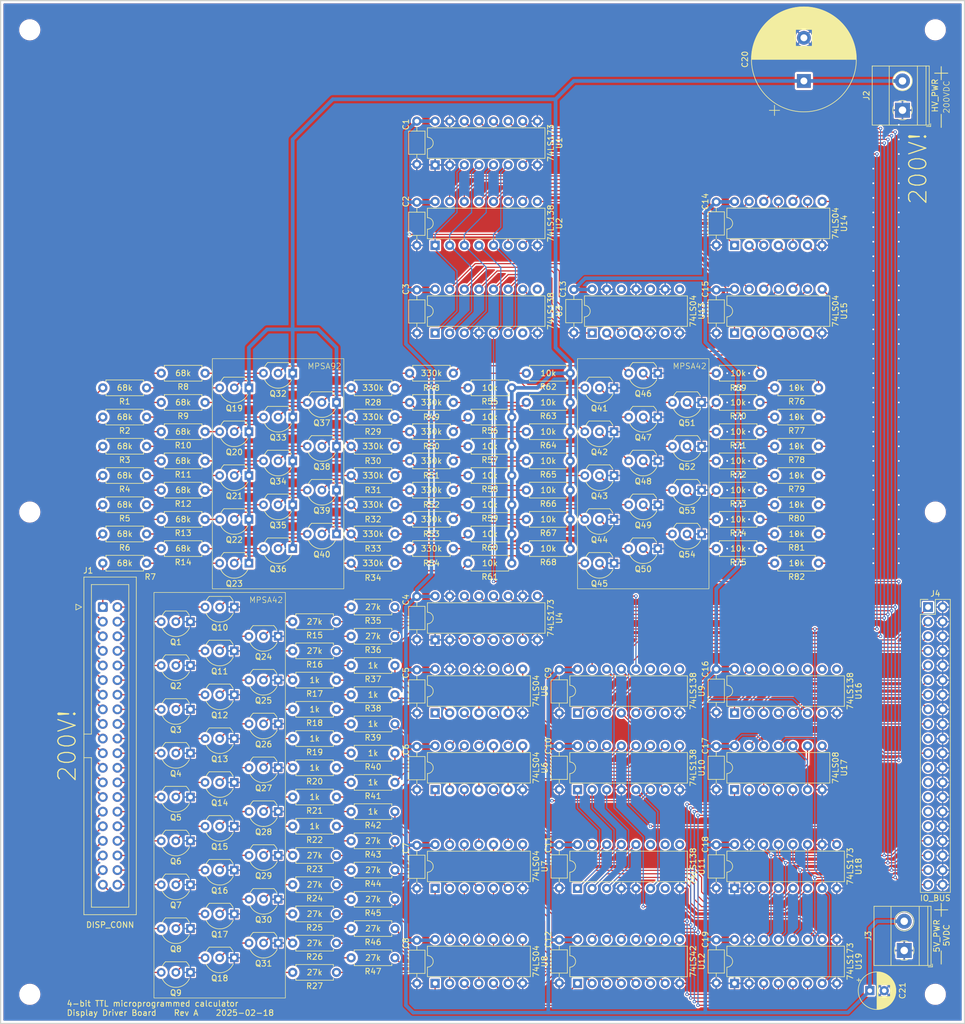
<source format=kicad_pcb>
(kicad_pcb (version 20240108) (generator "pcbnew") (generator_version "8.0")
  (layers (0 "F.Cu" signal) (31 "B.Cu" signal) (34 "B.Paste" user) (35 "F.Paste" user) (36 "B.SilkS" user "B.Silkscreen") (37 "F.SilkS" user "F.Silkscreen") (38 "B.Mask" user) (39 "F.Mask" user) (44 "Edge.Cuts" user))
  (net 0 "")
  (net 1 "GND")
  (net 2 "VCC")
  (net 3 "HT")
  (net 4 "/NXA_12")
  (net 5 "/DP_2")
  (net 6 "/DP_9")
  (net 7 "/NXA_9")
  (net 8 "/DP_3")
  (net 9 "/NE_NEG_F")
  (net 10 "/NXC_3")
  (net 11 "/NXA_4")
  (net 12 "/DP_6")
  (net 13 "/NXA_11")
  (net 14 "/NXC_4")
  (net 15 "/NXC_0")
  (net 16 "/NXC_7")
  (net 17 "/DP_5")
  (net 18 "/NXA_5")
  (net 19 "/NXA_8")
  (net 20 "/NXA_10")
  (net 21 "/NXC_8")
  (net 22 "/DP_8")
  (net 23 "/DP_10")
  (net 24 "/DP_4")
  (net 25 "/DP_7")
  (net 26 "/NXA_6")
  (net 27 "/NE_ERR")
  (net 28 "/NXC_2")
  (net 29 "/NXA_7")
  (net 30 "/NXA_2")
  (net 31 "/DP_11")
  (net 32 "/NXC_6")
  (net 33 "/NXC_1")
  (net 34 "/DP_0")
  (net 35 "/NXA_13")
  (net 36 "/DP_1")
  (net 37 "/NXC_9")
  (net 38 "/NXA_0")
  (net 39 "/NXC_5")
  (net 40 "/NXA_1")
  (net 41 "/NXA_3")
  (net 42 "/NE_NEG_E")
  (net 43 "/NE_BUSY")
  (net 44 "DO3")
  (net 45 "DO0")
  (net 47 "MA0")
  (net 48 "Net-(J4-Pin_21)")
  (net 50 "MA5")
  (net 51 "MA2")
  (net 52 "MA3")
  (net 53 "MA7")
  (net 54 "MA4")
  (net 56 "~{WIO}")
  (net 57 "MA1")
  (net 58 "DO2")
  (net 60 "DO1")
  (net 62 "MA6")
  (net 64 "Net-(Q1-B)")
  (net 65 "Net-(Q2-B)")
  (net 66 "Net-(Q3-B)")
  (net 67 "Net-(Q4-B)")
  (net 68 "Net-(Q5-B)")
  (net 69 "Net-(Q6-B)")
  (net 70 "Net-(Q7-B)")
  (net 71 "Net-(Q8-B)")
  (net 72 "Net-(Q9-B)")
  (net 73 "Net-(Q10-B)")
  (net 74 "Net-(Q11-B)")
  (net 75 "Net-(Q12-B)")
  (net 76 "Net-(Q13-B)")
  (net 77 "Net-(Q14-B)")
  (net 78 "Net-(Q15-B)")
  (net 79 "Net-(Q16-B)")
  (net 80 "Net-(Q17-B)")
  (net 81 "Net-(Q18-B)")
  (net 82 "Net-(Q19-B)")
  (net 83 "Net-(Q20-B)")
  (net 84 "Net-(Q21-B)")
  (net 85 "Net-(Q22-B)")
  (net 86 "Net-(Q23-B)")
  (net 87 "Net-(Q24-B)")
  (net 88 "Net-(Q25-B)")
  (net 89 "Net-(Q26-B)")
  (net 90 "Net-(Q19-C)")
  (net 91 "Net-(Q27-B)")
  (net 92 "Net-(Q20-C)")
  (net 93 "Net-(Q28-B)")
  (net 94 "Net-(Q29-B)")
  (net 95 "Net-(Q21-C)")
  (net 96 "Net-(Q30-B)")
  (net 97 "Net-(Q22-C)")
  (net 98 "Net-(Q31-B)")
  (net 99 "Net-(Q23-C)")
  (net 100 "Net-(Q32-C)")
  (net 101 "Net-(Q32-B)")
  (net 102 "Net-(Q33-C)")
  (net 103 "Net-(Q33-B)")
  (net 104 "Net-(Q34-B)")
  (net 105 "Net-(Q34-C)")
  (net 106 "Net-(Q35-C)")
  (net 107 "Net-(Q35-B)")
  (net 108 "Net-(Q36-C)")
  (net 109 "Net-(Q36-B)")
  (net 110 "Net-(Q37-B)")
  (net 111 "Net-(Q37-C)")
  (net 112 "Net-(Q38-B)")
  (net 113 "Net-(Q38-C)")
  (net 114 "Net-(Q39-C)")
  (net 115 "Net-(Q39-B)")
  (net 116 "Net-(Q40-B)")
  (net 117 "Net-(Q40-C)")
  (net 118 "Net-(Q41-B)")
  (net 119 "Net-(Q41-C)")
  (net 120 "Net-(Q42-C)")
  (net 121 "Net-(Q42-B)")
  (net 122 "Net-(Q43-C)")
  (net 123 "Net-(Q43-B)")
  (net 124 "Net-(Q44-C)")
  (net 125 "Net-(Q44-B)")
  (net 126 "Net-(Q45-C)")
  (net 127 "Net-(Q45-B)")
  (net 128 "Net-(Q46-C)")
  (net 129 "Net-(Q46-B)")
  (net 130 "Net-(Q47-C)")
  (net 131 "Net-(Q47-B)")
  (net 132 "Net-(Q48-B)")
  (net 133 "Net-(Q48-C)")
  (net 134 "Net-(Q49-C)")
  (net 135 "Net-(Q49-B)")
  (net 136 "Net-(Q50-C)")
  (net 137 "Net-(Q50-B)")
  (net 138 "Net-(Q51-B)")
  (net 139 "Net-(Q51-C)")
  (net 140 "Net-(Q52-B)")
  (net 141 "Net-(Q52-C)")
  (net 142 "Net-(Q53-C)")
  (net 143 "Net-(Q53-B)")
  (net 144 "Net-(Q54-B)")
  (net 145 "Net-(Q54-C)")
  (net 146 "/NEG_F")
  (net 147 "/NEG_E")
  (net 148 "/ERR")
  (net 149 "/BUSY")
  (net 150 "Net-(R37-Pad1)")
  (net 151 "Net-(R38-Pad1)")
  (net 152 "Net-(R42-Pad1)")
  (net 153 "Net-(R43-Pad1)")
  (net 154 "Net-(R44-Pad1)")
  (net 155 "Net-(R45-Pad1)")
  (net 156 "Net-(R46-Pad1)")
  (net 157 "Net-(R47-Pad1)")
  (net 158 "Net-(R69-Pad1)")
  (net 159 "Net-(R70-Pad1)")
  (net 160 "Net-(R71-Pad1)")
  (net 161 "Net-(R72-Pad1)")
  (net 162 "Net-(R17-Pad1)")
  (net 163 "Net-(R18-Pad1)")
  (net 164 "Net-(R19-Pad1)")
  (net 165 "Net-(R20-Pad1)")
  (net 166 "Net-(R21-Pad1)")
  (net 167 "Net-(R22-Pad1)")
  (net 168 "Net-(R23-Pad1)")
  (net 169 "Net-(R24-Pad1)")
  (net 170 "Net-(R25-Pad1)")
  (net 171 "Net-(R26-Pad1)")
  (net 172 "Net-(R27-Pad1)")
  (net 173 "Net-(R73-Pad1)")
  (net 174 "Net-(R74-Pad1)")
  (net 175 "Net-(R39-Pad1)")
  (net 176 "Net-(R40-Pad1)")
  (net 177 "Net-(R41-Pad1)")
  (net 178 "Net-(R77-Pad1)")
  (net 179 "Net-(R78-Pad1)")
  (net 180 "Net-(R79-Pad1)")
  (net 181 "Net-(R80-Pad1)")
  (net 182 "Net-(R81-Pad1)")
  (net 183 "Net-(R82-Pad1)")
  (net 184 "Net-(R75-Pad1)")
  (net 185 "Net-(R76-Pad1)")
  (net 190 "Net-(U16-O0)")
  (net 198 "/NXSEL2")
  (net 199 "/NXSEL3")
  (net 200 "/NXSEL1")
  (net 201 "/NXSEL0")
  (net 202 "CLK2")
  (net 203 "/Nixie Cathode Drive/NXD0")
  (net 204 "/Nixie Cathode Drive/NXD1")
  (net 205 "/Nixie Cathode Drive/NXD2")
  (net 206 "/Nixie Cathode Drive/NXD3")
  (net 209 "/Nixie Anode Drive/~{EN}")
  (net 210 "/Decimal Point Drive/DPSEL3")
  (net 211 "/Decimal Point Drive/DPSEL2")
  (net 212 "/Decimal Point Drive/DPSEL1")
  (net 213 "/Decimal Point Drive/DPSEL0")
  (net 214 "/Decimal Point Drive/~{DP_4}")
  (net 215 "/Decimal Point Drive/~{DP_1}")
  (net 216 "/Decimal Point Drive/~{DP_2}")
  (net 217 "/Decimal Point Drive/~{DP_3}")
  (net 218 "/Decimal Point Drive/~{DP_5}")
  (net 219 "/Decimal Point Drive/~{DP_7}")
  (net 220 "/Decimal Point Drive/~{DP_6}")
  (net 221 "/Decimal Point Drive/~{DP_0}")
  (net 226 "/Decimal Point Drive/~{DP_11}")
  (net 227 "/Decimal Point Drive/~{DP_8}")
  (net 228 "/Decimal Point Drive/~{DP_9}")
  (net 229 "/Decimal Point Drive/~{DP_10}")
  (net 230 "/Nixie Cathode Drive/~{NX1}")
  (net 231 "/Nixie Cathode Drive/~{NX3}")
  (net 232 "/Nixie Cathode Drive/~{NX5}")
  (net 233 "/Nixie Cathode Drive/~{NX9}")
  (net 234 "/Nixie Cathode Drive/~{NX8}")
  (net 235 "/Nixie Cathode Drive/~{NX0}")
  (net 236 "/Nixie Cathode Drive/~{NX2}")
  (net 237 "/Nixie Cathode Drive/~{NX6}")
  (net 238 "/Nixie Cathode Drive/~{NX4}")
  (net 239 "/Nixie Cathode Drive/~{NX7}")
  (net 240 "/Nixie Anode Drive/~{NX_D1}")
  (net 241 "/Nixie Anode Drive/~{NX_D0}")
  (net 242 "/Nixie Anode Drive/~{NX_D7}")
  (net 243 "/Nixie Anode Drive/~{NX_D5}")
  (net 244 "/Nixie Anode Drive/~{NX_D3}")
  (net 245 "/Nixie Anode Drive/~{NX_D6}")
  (net 246 "/Nixie Anode Drive/~{NX_D4}")
  (net 247 "/Nixie Anode Drive/~{NX_D2}")
  (net 248 "/Nixie Anode Drive/~{NX_D13}")
  (net 250 "/Nixie Anode Drive/~{NX_D8}")
  (net 251 "/Nixie Anode Drive/~{NX_D9}")
  (net 252 "/Nixie Anode Drive/~{NX_D11}")
  (net 253 "/Nixie Anode Drive/~{NX_D10}")
  (net 254 "/Nixie Anode Drive/~{NX_D12}")
  (net 256 "/~{EN_DP}")
  (net 257 "/~{EN_NXSEL}")
  (net 258 "/~{EN_NXD}")
  (net 259 "/~{EN_IND}")
  (net 264 "Net-(U17-Pad10)")
  (net 265 "Net-(U17-Pad3)")
  (footprint "Resistor_THT:R_Axial_DIN0207_L6.3mm_D2.5mm_P7.62mm_Horizontal" (layer "F.Cu") (at 124.46 135.89 180)
    (property "Reference" "R66")
    (property "Value" "10k")
  )
  (footprint "Resistor_THT:R_Axial_DIN0207_L6.3mm_D2.5mm_P7.62mm_Horizontal" (layer "F.Cu") (at 60.96 115.57 180)
    (property "Reference" "R8")
    (property "Value" "68k")
  )
  (footprint "Package_TO_SOT_THT:TO-92_Inline_Wide" (layer "F.Cu") (at 139.7 123.19 180)
    (property "Reference" "Q47")
    (property "Value" "MPSA42")
  )
  (footprint "Resistor_THT:R_Axial_DIN0207_L6.3mm_D2.5mm_P7.62mm_Horizontal" (layer "F.Cu") (at 167.64 148.59 180)
    (property "Reference" "R82")
    (property "Value" "10k")
  )
  (footprint "Package_TO_SOT_THT:TO-92_Inline_Wide" (layer "F.Cu") (at 68.58 118.11 180)
    (property "Reference" "Q19")
    (property "Value" "MPSA92")
  )
  (footprint "Resistor_THT:R_Axial_DIN0207_L6.3mm_D2.5mm_P7.62mm_Horizontal" (layer "F.Cu") (at 167.64 118.11 180)
    (property "Reference" "R76")
    (property "Value" "10k")
  )
  (footprint "Capacitor_THT:C_Axial_L3.8mm_D2.6mm_P7.50mm_Horizontal" (layer "F.Cu") (at 97.79 180.46 -90)
    (property "Reference" "C6")
    (property "Value" "C")
  )
  (footprint "Package_DIP:DIP-16_W7.62mm" (layer "F.Cu") (at 100.965 79.375 90)
    (property "Reference" "U1")
    (property "Value" "74LS173")
  )
  (footprint "Resistor_THT:R_Axial_DIN0207_L6.3mm_D2.5mm_P7.62mm_Horizontal" (layer "F.Cu") (at 167.64 138.43 180)
    (property "Reference" "R80")
    (property "Value" "10k")
  )
  (footprint "Resistor_THT:R_Axial_DIN0207_L6.3mm_D2.5mm_P7.62mm_Horizontal" (layer "F.Cu") (at 167.64 123.19 180)
    (property "Reference" "R77")
    (property "Value" "10k")
  )
  (footprint "Package_DIP:DIP-16_W7.62mm" (layer "F.Cu") (at 125.73 187.96 90)
    (property "Reference" "U10")
    (property "Value" "74LS138")
  )
  (footprint "Resistor_THT:R_Axial_DIN0207_L6.3mm_D2.5mm_P7.62mm_Horizontal" (layer "F.Cu") (at 83.82 179.07 180)
    (property "Reference" "R19")
    (property "Value" "1k")
  )
  (footprint "Resistor_THT:R_Axial_DIN0207_L6.3mm_D2.5mm_P7.62mm_Horizontal" (layer "F.Cu") (at 157.48 120.65 180)
    (property "Reference" "R70")
    (property "Value" "10k")
  )
  (footprint "Package_TO_SOT_THT:TO-92_Inline_Wide" (layer "F.Cu") (at 58.42 166.37 180)
    (property "Reference" "Q2")
    (property "Value" "MPSA42")
  )
  (footprint "Package_DIP:DIP-14_W7.62mm" (layer "F.Cu") (at 153.035 108.585 90)
    (property "Reference" "U15")
    (property "Value" "74LS04")
  )
  (footprint "Package_DIP:DIP-14_W7.62mm" (layer "F.Cu") (at 153.035 187.96 90)
    (property "Reference" "U17")
    (property "Value" "74LS08")
  )
  (footprint "TerminalBlock_Phoenix:TerminalBlock_Phoenix_MKDS-1,5-2-5.08_1x02_P5.08mm_Horizontal" (layer "F.Cu") (at 182.245 69.85 90)
    (property "Reference" "J2")
    (property "Value" "HV_PWR")
  )
  (footprint "Resistor_THT:R_Axial_DIN0207_L6.3mm_D2.5mm_P7.62mm_Horizontal" (layer "F.Cu") (at 86.36 138.43)
    (property "Reference" "R32")
    (property "Value" "330k")
  )
  (footprint "Resistor_THT:R_Axial_DIN0207_L6.3mm_D2.5mm_P7.62mm_Horizontal" (layer "F.Cu") (at 93.98 201.93 180)
    (property "Reference" "R44")
    (property "Value" "27k")
  )
  (footprint "Resistor_THT:R_Axial_DIN0207_L6.3mm_D2.5mm_P7.62mm_Horizontal" (layer "F.Cu") (at 157.48 135.89 180)
    (property "Reference" "R73")
    (property "Value" "10k")
  )
  (footprint "Resistor_THT:R_Axial_DIN0207_L6.3mm_D2.5mm_P7.62mm_Horizontal" (layer "F.Cu") (at 114.3 123.19 180)
    (property "Reference" "R56")
    (property "Value" "10k")
  )
  (footprint "Package_TO_SOT_THT:TO-92_Inline_Wide" (layer "F.Cu") (at 66.04 163.83 180)
    (property "Reference" "Q11")
    (property "Value" "MPSA42")
  )
  (footprint "Resistor_THT:R_Axial_DIN0207_L6.3mm_D2.5mm_P7.62mm_Horizontal" (layer "F.Cu") (at 114.3 143.51 180)
    (property "Reference" "R60")
    (property "Value" "10k")
  )
  (footprint "Capacitor_THT:C_Axial_L3.8mm_D2.6mm_P7.50mm_Horizontal" (layer "F.Cu") (at 149.86 85.785 -90)
    (property "Reference" "C14")
    (property "Value" "C")
  )
  (footprint "Capacitor_THT:C_Axial_L3.8mm_D2.6mm_P7.50mm_Horizontal" (layer "F.Cu") (at 149.86 214.055 -90)
    (property "Reference" "C19")
    (property "Value" "C")
  )
  (footprint "Package_TO_SOT_THT:TO-92_Inline_Wide" (layer "F.Cu") (at 132.08 118.11 180)
    (property "Reference" "Q41")
    (property "Value" "MPSA42")
  )
  (footprint "Resistor_THT:R_Axial_DIN0207_L6.3mm_D2.5mm_P7.62mm_Horizontal" (layer "F.Cu") (at 60.96 140.97 180)
    (property "Reference" "R13")
    (property "Value" "68k")
  )
  (footprint "Package_TO_SOT_THT:TO-92_Inline_Wide" (layer "F.Cu") (at 132.08 140.97 180)
    (property "Reference" "Q44")
    (property "Value" "MPSA42")
  )
  (footprint "Capacitor_THT:C_Axial_L3.8mm_D2.6mm_P7.50mm_Horizontal" (layer "F.Cu") (at 97.79 71.755 -90)
    (property "Reference" "C1")
    (property "Value" "C")
  )
  (footprint "Package_TO_SOT_THT:TO-92_Inline_Wide" (layer "F.Cu") (at 139.7 146.05 180)
    (property "Reference" "Q50")
    (property "Value" "MPSA42")
  )
  (footprint "Capacitor_THT:C_Axial_L3.8mm_D2.6mm_P7.50mm_Horizontal" (layer "F.Cu") (at 97.79 167.125 -90)
    (property "Reference" "C5")
    (property "Value" "C")
  )
  (footprint "Resistor_THT:R_Axial_DIN0207_L6.3mm_D2.5mm_P7.62mm_Horizontal" (layer "F.Cu") (at 96.52 135.89)
    (property "Reference" "R52")
    (property "Value" "330k")
  )
  (footprint "Package_TO_SOT_THT:TO-92_Inline_Wide" (layer "F.Cu") (at 66.04 209.55 180)
    (property "Reference" "Q17")
    (property "Value" "MPSA42")
  )
  (footprint "Resistor_THT:R_Axial_DIN0207_L6.3mm_D2.5mm_P7.62mm_Horizontal" (layer "F.Cu") (at 83.82 199.39 180)
    (property "Reference" "R23")
    (property "Value" "27k")
  )
  (footprint "Package_TO_SOT_THT:TO-92_Inline_Wide" (layer "F.Cu") (at 139.7 130.81 180)
    (property "Reference" "Q48")
    (property "Value" "MPSA42")
  )
  (footprint "Resistor_THT:R_Axial_DIN0207_L6.3mm_D2.5mm_P7.62mm_Horizontal" (layer "F.Cu") (at 83.82 158.75 180)
    (property "Reference" "R15")
    (property "Value" "27k")
  )
  (footprint "Resistor_THT:R_Axial_DIN0207_L6.3mm_D2.5mm_P7.62mm_Horizontal" (layer "F.Cu") (at 157.48 130.81 180)
    (property "Reference" "R72")
    (property "Value" "10k")
  )
  (footprint "MountingHole:MountingHole_3.2mm_M3" (layer "F.Cu") (at 187.96 223.52)
    (property "Reference" "H6" (hide yes))
    (property "Value" "MountingHole")
  )
  (footprint "Package_TO_SOT_THT:TO-92_Inline_Wide" (layer "F.Cu") (at 66.04 217.17 180)
    (property "Reference" "Q18")
    (property "Value" "MPSA42")
  )
  (footprint "Package_DIP:DIP-16_W7.62mm" (layer "F.Cu") (at 153.035 174.625 90)
    (property "Reference" "U16")
    (property "Value" "74LS138")
  )
  (footprint "Package_DIP:DIP-16_W7.62mm" (layer "F.Cu") (at 125.73 174.625 90)
    (property "Reference" "U9")
    (property "Value" "74LS138")
  )
  (footprint "TerminalBlock_Phoenix:TerminalBlock_Phoenix_MKDS-1,5-2-5.08_1x02_P5.08mm_Horizontal" (layer "F.Cu") (at 182.55 215.905 90)
    (property "Reference" "J3")
    (property "Value" "5V_PWR")
  )
  (footprint "MountingHole:MountingHole_3.2mm_M3" (layer "F.Cu") (at 187.96 55.88)
    (property "Reference" "H4" (hide yes))
    (property "Value" "MountingHole")
  )
  (footprint "MountingHole:MountingHole_3.2mm_M3" (layer "F.Cu") (at 30.48 55.88)
    (property "Reference" "H1" (hide yes))
    (property "Value" "MountingHole")
  )
  (footprint "Resistor_THT:R_Axial_DIN0207_L6.3mm_D2.5mm_P7.62mm_Horizontal" (layer "F.Cu") (at 157.48 140.97 180)
    (property "Reference" "R74")
    (property "Value" "10k")
  )
  (footprint "Package_TO_SOT_THT:TO-92_Inline_Wide" (layer "F.Cu") (at 58.42 173.99 180)
    (property "Reference" "Q3")
    (property "Value" "MPSA42")
  )
  (footprint "Package_TO_SOT_THT:TO-92_Inline_Wide" (layer "F.Cu") (at 68.58 125.73 180)
    (property "Reference" "Q20")
    (property "Value" "MPSA92")
  )
  (footprint "Package_DIP:DIP-14_W7.62mm" (layer "F.Cu") (at 100.965 205.105 90)
    (property "Reference" "U7")
    (property "Value" "74LS04")
  )
  (footprint "Capacitor_THT:C_Axial_L3.8mm_D2.6mm_P7.50mm_Horizontal" (layer "F.Cu") (at 149.86 101.085 -90)
    (property "Reference" "C15")
    (property "Value" "C")
  )
  (footprint "Resistor_THT:R_Axial_DIN0207_L6.3mm_D2.5mm_P7.62mm_Horizontal" (layer "F.Cu") (at 83.82 168.91 180)
    (property "Reference" "R17")
    (property "Value" "1k")
  )
  (footprint "Package_TO_SOT_THT:TO-92_Inline_Wide" (layer "F.Cu") (at 68.58 133.35 180)
    (property "Reference" "Q21")
    (property "Value" "MPSA92")
  )
  (footprint "Resistor_THT:R_Axial_DIN0207_L6.3mm_D2.5mm_P7.62mm_Horizontal" (layer "F.Cu") (at 86.36 133.35)
    (property "Reference" "R31")
    (property "Value" "330k")
  )
  (footprint "Resistor_THT:R_Axial_DIN0207_L6.3mm_D2.5mm_P7.62mm_Horizontal" (layer "F.Cu") (at 93.98 186.69 180)
    (property "Reference" "R41")
    (property "Value" "1k")
  )
  (footprint "Resistor_THT:R_Axial_DIN0207_L6.3mm_D2.5mm_P7.62mm_Horizontal" (layer "F.Cu") (at 50.8 138.43 180)
    (property "Reference" "R5")
    (property "Value" "68k")
  )
  (footprint "Package_TO_SOT_THT:TO-92_Inline_Wide" (layer "F.Cu") (at 76.2 115.57 180)
    (property "Reference" "Q32")
    (property "Value" "MPSA92")
  )
  (footprint "Capacitor_THT:C_Axial_L3.8mm_D2.6mm_P7.50mm_Horizontal" (layer "F.Cu") (at 97.79 214.115 -90)
    (property "Reference" "C8")
    (property "Value" "C")
  )
  (footprint "Package_TO_SOT_THT:TO-92_Inline_Wide" (layer "F.Cu") (at 66.04 179.07 180)
    (property "Reference" "Q13")
    (property "Value" "MPSA42")
  )
  (footprint "Resistor_THT:R_Axial_DIN0207_L6.3mm_D2.5mm_P7.62mm_Horizontal" (layer "F.Cu") (at 83.82 194.31 180)
    (property "Reference" "R22")
    (property "Value" "1k")
  )
  (footprint "Package_TO_SOT_THT:TO-92_Inline_Wide" (layer "F.Cu") (at 132.08 125.73 180)
    (property "Reference" "Q42")
    (property "Value" "MPSA42")
  )
  (footprint "Capacitor_THT:C_Axial_L3.8mm_D2.6mm_P7.50mm_Horizontal" (layer "F.Cu") (at 149.86 167.005 -90)
    (property "Reference" "C16")
    (property "Value" "C")
  )
  (footprint "Package_TO_SOT_THT:TO-92_Inline_Wide" (layer "F.Cu") (at 76.2 138.43 180)
    (property "Reference" "Q35")
    (property "Value" "MPSA92")
  )
  (footprint "Resistor_THT:R_Axial_DIN0207_L6.3mm_D2.5mm_P7.62mm_Horizontal" (layer "F.Cu") (at 93.98 161.29 180)
    (property "Reference" "R36")
    (property "Value" "27k")
  )
  (footprint "Resistor_THT:R_Axial_DIN0207_L6.3mm_D2.5mm_P7.62mm_Horizontal" (layer "F.Cu") (at 124.46 140.97 180)
    (property "Reference" "R67")
    (property "Value" "10k")
  )
  (footprint "Package_TO_SOT_THT:TO-92_Inline_Wide" (layer "F.Cu") (at 73.68 191.75 180)
    (property "Reference" "Q28")
    (property "Value" "MPSA42")
  )
  (footprint "Package_TO_SOT_THT:TO-92_Inline_Wide" (layer "F.Cu") (at 58.42 196.85 180)
    (property "Reference" "Q6")
    (property "Value" "MPSA42")
  )
  (footprint "Capacitor_THT:C_Axial_L3.8mm_D2.6mm_P7.50mm_Horizontal" (layer "F.Cu") (at 122.555 197.545 -90)
    (property "Reference" "C11")
    (property "Value" "C")
  )
  (footprint "Capacitor_THT:C_Axial_L3.8mm_D2.6mm_P7.50mm_Horizontal" (layer "F.Cu") (at 97.79 154.365 -90)
    (property "Reference" "C4")
    (property "Value" "C")
  )
  (footprint "Package_TO_SOT_THT:TO-92_Inline_Wide" (layer "F.Cu") (at 66.04 156.21 180)
    (property "Reference" "Q10")
    (property "Value" "MPSA42")
  )
  (footprint "Resistor_THT:R_Axial_DIN0207_L6.3mm_D2.5mm_P7.62mm_Horizontal" (layer "F.Cu") (at 93.98 166.37 180)
    (property "Reference" "R37")
    (property "Value" "1k")
  )
  (footprint "MountingHole:MountingHole_3.2mm_M3" (layer "F.Cu") (at 187.96 139.7)
    (property "Reference" "H5" (hide yes))
    (property "Value" "MountingHole")
  )
  (footprint "Package_TO_SOT_THT:TO-92_Inline_Wide" (layer "F.Cu") (at 66.04 201.93 180)
    (property "Reference" "Q16")
    (property "Value" "MPSA42")
  )
  (footprint "Package_TO_SOT_THT:TO-92_Inline_Wide" (layer "F.Cu") (at 58.42 158.75 180)
    (property "Reference" "Q1")
    (property "Value" "MPSA42")
  )
  (footprint "Resistor_THT:R_Axial_DIN0207_L6.3mm_D2.5mm_P7.62mm_Horizontal" (layer "F.Cu") (at 86.36 148.59)
    (property "Reference" "R34")
    (property "Value" "330k")
  )
  (footprint "Resistor_THT:R_Axial_DIN0207_L6.3mm_D2.5mm_P7.62mm_Horizontal" (layer "F.Cu") (at 93.98 217.17 180)
    (property "Reference" "R47")
    (property "Value" "27k")
  )
  (footprint "Package_TO_SOT_THT:TO-92_Inline_Wide" (layer "F.Cu") (at 66.04 171.45 180)
    (property "Reference" "Q12")
    (property "Value" "MPSA42")
  )
  (footprint "Package_DIP:DIP-14_W7.62mm" (layer "F.Cu") (at 153.035 93.335 90)
    (property "Reference" "U14")
    (property "Value" "74LS04")
  )
  (footprint "Resistor_THT:R_Axial_DIN0207_L6.3mm_D2.5mm_P7.62mm_Horizontal" (layer "F.Cu") (at 96.52 115.57)
    (property "Reference" "R48")
    (property "Value" "330k")
  )
  (footprint "Resistor_THT:R_Axial_DIN0207_L6.3mm_D2.5mm_P7.62mm_Horizontal" (layer "F.Cu") (at 83.82 163.83 180)
    (property "Reference" "R16")
    (property "Value" "27k")
  )
  (footprint "Resistor_THT:R_Axial_DIN0207_L6.3mm_D2.5mm_P7.62mm_Horizontal" (layer "F.Cu") (at 60.96 135.89 180)
    (property "Reference" "R12")
    (property "Value" "68k")
  )
  (footprint "Capacitor_THT:C_Axial_L3.8mm_D2.6mm_P7.50mm_Horizontal" (layer "F.Cu") (at 149.86 197.545 -90)
    (property "Reference" "C18")
    (property "Value" "C")
  )
  (footprint "Resistor_THT:R_Axial_DIN0207_L6.3mm_D2.5mm_P7.62mm_Horizontal" (layer "F.Cu") (at 96.52 120.65)
    (property "Reference" "R49")
    (property "Value" "330k")
  )
  (footprint "Resistor_THT:R_Axial_DIN0207_L6.3mm_D2.5mm_P7.62mm_Horizontal" (layer "F.Cu") (at 93.98 212.09 180)
    (property "Reference" "R46")
    (property "Value" "27k")
  )
  (footprint "Capacitor_THT:C_Axial_L3.8mm_D2.6mm_P7.50mm_Horizontal" (layer "F.Cu") (at 125.095 101.025 -90)
    (property "Reference" "C13")
    (property "Value" "C")
  )
  (footprint "Capacitor_THT:CP_Radial_D6.3mm_P2.50mm" (layer "F.Cu") (at 176.57 222.885)
    (property "Reference" "C21")
    (property "Value" "100u")
  )
  (footprint "Package_TO_SOT_THT:TO-92_Inline_Wide" (layer "F.Cu") (at 139.7 138.43 180)
    (property "Reference" "Q49")
    (property "Value" "MPSA42")
  )
  (footprint "Package_TO_SOT_THT:TO-92_Inline_Wide" (layer "F.Cu") (at 58.42 204.47 180)
    (property "Reference" "Q7")
    (property "Value" "MPSA42")
  )
  (footprint "Capacitor_THT:C_Axial_L3.8mm_D2.6mm_P7.50mm_Horizontal" (layer "F.Cu") (at 97.79 85.845 -90)
    (property "Reference" "C2")
    (property "Value" "C")
  )
  (footprint "Capacitor_THT:C_Axial_L3.8mm_D2.6mm_P7.50mm_Horizontal" (layer "F.Cu") (at 97.79 101.085 -90)
    (property "Reference" "C3")
    (property "Value" "C")
  )
  (footprint "Package_TO_SOT_THT:TO-92_Inline_Wide" (layer "F.Cu") (at 73.68 214.61 180)
    (property "Reference" "Q31")
    (property "Value" "MPSA42")
  )
  (footprint "Resistor_THT:R_Axial_DIN0207_L6.3mm_D2.5mm_P7.62mm_Horizontal" (layer "F.Cu") (at 86.36 123.19)
    (property "Reference" "R29")
    (property "Value" "330k")
  )
  (footprint "Resistor_THT:R_Axial_DIN0207_L6.3mm_D2.5mm_P7.62mm_Horizontal" (layer "F.Cu") (at 60.96 125.73 180)
    (property "Reference" "R10")
    (property "Value" "68k")
  )
  (footprint "Package_TO_SOT_THT:TO-92_Inline_Wide" (layer "F.Cu") (at 83.82 143.51 180)
    (property "Reference" "Q40")
    (property "Value" "MPSA92")
  )
  (footprint "Package_TO_SOT_THT:TO-92_Inline_Wide" (layer "F.Cu") (at 76.2 130.81 180)
    (property "Reference" "Q34")
    (property "Value" "MPSA92")
  )
  (footprint "Resistor_THT:R_Axial_DIN0207_L6.3mm_D2.5mm_P7.62mm_Horizontal" (layer "F.Cu") (at 96.52 146.05)
    (property "Reference" "R54")
    (property "Value" "330k")
  )
  (footprint "Package_DIP:DIP-14_W7.62mm" (layer "F.Cu") (at 100.965 174.615 90)
    (property "Reference" "U5")
    (property "Value" "74LS04")
  )
  (footprint "Resistor_THT:R_Axial_DIN0207_L6.3mm_D2.5mm_P7.62mm_Horizontal" (layer "F.Cu") (at 93.98 191.77 180)
    (property "Reference" "R42")
    (property "Value" "1k")
  )
  (footprint "Capacitor_THT:C_Axial_L3.8mm_D2.6mm_P7.50mm_Horizontal" (layer "F.Cu") (at 97.79 197.605 -90)
    (property "Reference" "C7")
    (property "Value" "C")
  )
  (footprint "Package_TO_SOT_THT:TO-92_Inline_Wide" (layer "F.Cu") (at 139.7 115.57 180)
    (property "Reference" "Q46")
    (property "Value" "MPSA42")
  )
  (footprint "Resistor_THT:R_Axial_DIN0207_L6.3mm_D2.5mm_P7.62mm_Horizontal" (layer "F.Cu") (at 86.36 143.51)
    (property "Reference" "R33")
    (property "Value" "330k")
  )
  (footprint "Resistor_THT:R_Axial_DIN0207_L6.3mm_D2.5mm_P7.62mm_Horizontal" (layer "F.Cu") (at 157.48 115.57 180)
    (property "Reference" "R69")
    (property "Value" "10k")
  )
  (footprint "Resistor_THT:R_Axial_DIN0207_L6.3mm_D2.5mm_P7.62mm_Horizontal" (layer "F.Cu") (at 114.3 118.11 180)
    (property "Reference" "R55")
    (property "Value" "10k")
  )
  (footprint "Resistor_THT:R_Axial_DIN0207_L6.3mm_D2.5mm_P7.62mm_Horizontal" (layer "F.Cu") (at 86.36 118.11)
    (property "Reference" "R28")
    (property "Value" "330k")
  )
  (footprint "Resistor_THT:R_Axial_DIN0207_L6.3mm_D2.5mm_P7.62mm_Horizontal" (layer "F.Cu") (at 167.64 128.27 180)
    (property "Reference" "R78")
    (property "Value" "10k")
  )
  (footprint "Package_TO_SOT_THT:TO-92_Inline_Wide" (layer "F.Cu") (at 73.68 199.37 180)
    (property "Reference" "Q29")
    (property "Value" "MPSA42")
  )
  (footprint "Resistor_THT:R_Axial_DIN0207_L6.3mm_D2.5mm_P7.62mm_Horizontal" (layer "F.Cu") (at 50.8 118.11 180)
    (property "Reference" "R1")
    (property "Value" "68k")
  )
  (footprint "Package_TO_SOT_THT:TO-92_Inline_Wide" (layer "F.Cu") (at 58.42 219.71 180)
    (property "Reference" "Q9")
    (property "Value" "MPSA42")
  )
  (footprint "Package_TO_SOT_THT:TO-92_Inline_Wide" (layer "F.Cu") (at 147.32 120.65 180)
    (property "Reference" "Q51")
    (property "Value" "MPSA42")
  )
  (footprint "Resistor_THT:R_Axial_DIN0207_L6.3mm_D2.5mm_P7.62mm_Horizontal" (layer "F.Cu") (at 50.8 143.51 180)
    (property "Reference" "R6")
    (property "Value" "68k")
  )
  (footprint "Resistor_THT:R_Axial_DIN0207_L6.3mm_D2.5mm_P7.62mm_Horizontal" (layer "F.Cu") (at 157.48 125.73 180)
    (property "Reference" "R71")
    (property "Value" "10k")
  )
  (footprint "Resistor_THT:R_Axial_DIN0207_L6.3mm_D2.5mm_P7.62mm_Horizontal" (layer "F.Cu") (at 50.8 128.27 180)
    (property "Reference" "R3")
    (property "Value" "68k")
  )
  (footprint "Resistor_THT:R_Axial_DIN0207_L6.3mm_D2.5mm_P7.62mm_Horizontal" (layer "F.Cu") (at 96.52 140.97)
    (property "Reference" "R53")
    (property "Value" "330k")
  )
  (footprint "Package_TO_SOT_THT:TO-92_Inline_Wide" (layer "F.Cu") (at 132.08 133.35 180)
    (property "Reference" "Q43")
    (property "Value" "MPSA42")
  )
  (footprint "Resistor_THT:R_Axial_DIN0207_L6.3mm_D2.5mm_P7.62mm_Horizontal" (layer "F.Cu") (at 114.3 148.59 180)
    (property "Reference" "R61")
    (property "Value" "10k")
  )
  (footprint "Resistor_THT:R_Axial_DIN0207_L6.3mm_D2.5mm_P7.62mm_Horizontal" (layer "F.Cu") (at 60.96 146.05 180)
    (property "Reference" "R14")
    (property "Value" "68k")
  )
  (footprint "Package_TO_SOT_THT:TO-92_Inline_Wide" (layer "F.Cu") (at 76.2 146.05 180)
    (property "Reference" "Q36")
    (property "Value" "MPSA92")
  )
  (footprint "Capacitor_THT:C_Axial_L3.8mm_D2.6mm_P7.50mm_Horizontal" (layer "F.Cu") (at 149.86 180.4 -90)
    (property "Reference" "C17")
    (property "Value" "C")
  )
  (footprint "Resistor_THT:R_Axial_DIN0207_L6.3mm_D2.5mm_P7.62mm_Horizontal" (layer "F.Cu") (at 86.36 128.27)
    (property "Reference" "R30")
    (property "Value" "330k")
  )
  (footprint "Resistor_THT:R_Axial_DIN0207_L6.3mm_D2.5mm_P7.62mm_Horizontal" (layer "F.Cu") (at 83.82 214.63 180)
    (property "Reference" "R26")
    (property "Value" "27k")
  )
  (footprint "Resistor_THT:R_Axial_DIN0207_L6.3mm_D2.5mm_P7.62mm_Horizontal" (layer "F.Cu") (at 83.82 184.15 180)
    (property "Reference" "R20")
    (property "Value" "1k")
  )
  (footprint "Package_TO_SOT_THT:TO-92_Inline_Wide" (layer "F.Cu") (at 147.32 143.51 180)
    (property "Reference" "Q54")
    (property "Value" "MPSA42")
  )
  (footprint "MountingHole:MountingHole_3.2mm_M3" (layer "F.Cu") (at 30.48 223.52)
    (property "Reference" "H3" (hide yes))
    (property "Value" "MountingHole")
  )
  (footprint "Package_TO_SOT_THT:TO-92_Inline_Wide" (layer "F.Cu") (at 68.58 148.59 180)
    (property "Reference" "Q23")
    (property "Value" "MPSA92")
  )
  (footprint "Resistor_THT:R_Axial_DIN0207_L6.3mm_D2.5mm_P7.62mm_Horizontal" (layer "F.Cu") (at 60.96 120.65 180)
    (property "Reference" "R9")
    (property "Value" "68k")
  )
  (footprint "Package_TO_SOT_THT:TO-92_Inline_Wide" (layer "F.Cu") (at 73.66 161.29 180)
    (property "Reference" "Q24")
    (property "Value" "MPSA42")
  )
  (footprint "Package_DIP:DIP-14_W7.62mm" (layer "F.Cu") (at 128.27 108.585 90)
    (property "Reference" "U13")
    (property "Value" "74LS04")
  )
  (footprint "Resistor_THT:R_Axial_DIN0207_L6.3mm_D2.5mm_P7.62mm_Horizontal" (layer "F.Cu") (at 114.3 133.35 180)
    (property "Reference" "R58")
    (property "Value" "10k")
  )
  (footprint "Package_TO_SOT_THT:TO-92_Inline_Wide" (layer "F.Cu") (at 58.42 181.61 180)
    (property "Reference" "Q4")
    (property "Value" "MPSA42")
  )
  (footprint "Package_DIP:DIP-16_W7.62mm" (layer "F.Cu") (at 125.73 205.105 90)
    (property "Reference" "U11")
    (property "Value" "74LS138")
  )
  (footprint "Resistor_THT:R_Axial_DIN0207_L6.3mm_D2.5mm_P7.62mm_Horizontal" (layer "F.Cu") (at 93.98 156.21 180)
    (property "Reference" "R35")
    (property "Value" "27k")
  )
  (footprint "Connector_IDC:IDC-Header_2x20_P2.54mm_Vertical" (layer "F.Cu") (at 43.18 156.21)
    (property "Reference" "J1")
    (property "Value" "DISP_CONN")
  )
  (footprint "Package_TO_SOT_THT:TO-92_Inline_Wide" (layer "F.Cu") (at 83.82 135.89 180)
    (property "Reference" "Q39")
    (property "Value" "MPSA92")
  )
  (footprint "Resistor_THT:R_Axial_DIN0207_L6.3mm_D2.5mm_P7.62mm_Horizontal" (layer "F.Cu") (at 114.3 128.27 180)
    (property "Reference" "R57")
    (property "Value" "10k")
  )
  (footprint "Resistor_THT:R_Axial_DIN0207_L6.3mm_D2.5mm_P7.62mm_Horizontal" (layer "F.Cu") (at 83.82 173.99 180)
    (property "Reference" "R18")
    (property "Value" "1k")
  )
  (footprint "Resistor_THT:R_Axial_DIN0207_L6.3mm_D2.5mm_P7.62mm_Horizontal" (layer "F.Cu") (at 124.46 120.65 180)
    (property "Reference" "R63")
    (property "Value" "10k")
  )
  (footprint "Capacitor_THT:CP_Radial_D18.0mm_P7.50mm" (layer "F.Cu") (at 165.1 64.77 90)
    (property "Reference" "C20")
    (property "Value" "100u")
  )
  (footprint "Resistor_THT:R_Axial_DIN0207_L6.3mm_D2.5mm_P7.62mm_Horizontal" (layer "F.Cu") (at 124.46 130.81 180)
    (property "Reference" "R65")
    (property "Value" "10k")
  )
  (footprint "Resistor_THT:R_Axial_DIN0207_L6.3mm_D2.5mm_P7.62mm_Horizontal" (layer "F.Cu") (at 50.8 133.35 180)
    (property "Reference" "R4")
    (property "Value" "68k")
  )
  (footprint "Package_TO_SOT_THT:TO-92_Inline_Wide" (layer "F.Cu") (at 73.68 176.51 180)
    (property "Reference" "Q26")
    (property "Value" "MPSA42")
  )
  (footprint "Resistor_THT:R_Axial_DIN0207_L6.3mm_D2.5mm_P7.62mm_Horizontal" (layer "F.Cu") (at 50.8 148.59 180)
    (property "Reference" "R7")
    (property "Value" "68k")
  )
  (footprint "Resistor_THT:R_Axial_DIN0207_L6.3mm_D2.5mm_P7.62mm_Horizontal" (layer "F.Cu") (at 96.52 125.73)
    (property "Reference" "R50")
    (property "Value" "330k")
  )
  (footprint "Package_TO_SOT_THT:TO-92_Inline_Wide" (layer "F.Cu") (at 83.82 128.27 180)
    (property "Reference" "Q38")
    (property "Value" "MPSA92")
  )
  (footprint "Resistor_THT:R_Axial_DIN0207_L6.3mm_D2.5mm_P7.62mm_Horizontal" (layer "F.Cu") (at 50.8 123.19 180)
    (property "Reference" "R2")
    (property "Value" "68k")
  )
  (footprint "Resistor_THT:R_Axial_DIN0207_L6.3mm_D2.5mm_P7.62mm_Horizontal" (layer "F.Cu") (at 83.82 204.47 180)
    (property "Reference" "R24")
    (property "Value" "27k")
  )
  (footprint "MountingHole:MountingHole_3.2mm_M3" (layer "F.Cu") (at 30.48 139.7)
    (property "Reference" "H2" (hide yes))
    (property "Value" "MountingHole")
  )
  (footprint "Package_TO_SOT_THT:TO-92_Inline_Wide" (layer "F.Cu") (at 66.04 194.31 180)
    (property "Reference" "Q15")
    (property "Value" "MPSA42")
  )
  (footprint "Resistor_THT:R_Axial_DIN0207_L6.3mm_D2.5mm_P7.62mm_Horizontal" (layer "F.Cu") (at 124.46 125.73 180)
    (property "Reference" "R64")
    (property "Value" "10k")
  )
  (footprint "Capacitor_THT:C_Axial_L3.8mm_D2.6mm_P7.50mm_Horizontal" (layer "F.Cu") (at 122.555 180.4 -90)
    (property "Reference" "C10")
    (property "Value" "C")
  )
  (footprint "Resistor_THT:R_Axial_DIN0207_L6.3mm_D2.5mm_P7.62mm_Horizontal" (layer "F.Cu") (at 83.82 209.55 180)
    (property "Reference" "R25")
    (property "Value" "27k")
  )
  (footprint "Package_DIP:DIP-16_W7.62mm" (layer "F.Cu") (at 100.965 93.345 90)
    (property "Reference" "U2")
    (property "Value" "74LS138")
  )
  (footprint "Package_DIP:DIP-14_W7.62mm" (layer "F.Cu") (at 100.965 187.96 90)
    (property "Reference" "U6")
    (property "Value" "74LS04")
  )
  (footprint "Resistor_THT:R_Axial_DIN0207_L6.3mm_D2.5mm_P7.62mm_Horizontal" (layer "F.Cu") (at 83.82 189.23 180)
    (property "Reference" "R21")
    (property "Value" "1k")
  )
  (footprint "Resistor_THT:R_Axial_DIN0207_L6.3mm_D2.5mm_P7.62mm_Horizontal" (layer "F.Cu") (at 93.98 196.85 180)
    (property "Reference" "R43")
    (property "Value" "27k")
  )
  (footprint "Package_TO_SOT_THT:TO-92_Inline_Wide" (layer "F.Cu") (at 147.32 135.89 180)
    (property "Reference" "Q53")
    (property "Value" "MPSA42")
  )
  (footprint "Package_TO_SOT_THT:TO-92_Inline_Wide" (layer "F.Cu") (at 66.04 186.69 180)
    (property "Reference" "Q14")
    (property "Value" "MPSA42")
  )
  (footprint "Package_DIP:DIP-16_W7.62mm" (layer "F.Cu") (at 153.035 205.095 90)
    (property "Reference" "U18")
    (property "Value" "74LS173")
  )
  (footprint "Resistor_THT:R_Axial_DIN0207_L6.3mm_D2.5mm_P7.62mm_Horizontal" (layer "F.Cu") (at 167.64 133.35 180)
    (property "Reference" "R79")
    (property "Value" "10k")
  )
  (footprint "Package_DIP:DIP-16_W7.62mm" (layer "F.Cu") (at 100.965 108.585 90)
    (property "Reference" "U3")
    (property "Value" "74LS138")
  )
  (footprint "Package_DIP:DIP-16_W7.62mm" (layer "F.Cu") (at 100.965 161.925 90)
    (property "Reference" "U4")
    (property "Value" "74LS173")
  )
  (footprint "Package_TO_SOT_THT:TO-92_Inline_Wide" (layer "F.Cu") (at 73.66 168.91 180)
    (property "Reference" "Q25")
    (property "Value" "MPSA42")
  )
  (footprint "Capacitor_THT:C_Axial_L3.8mm_D2.6mm_P7.50mm_Horizontal" (layer "F.Cu") (at 122.555 214.055 -90)
    (property "Reference" "C12")
    (property "Value" "C")
  )
  (footprint "Resistor_THT:R_Axial_DIN0207_L6.3mm_D2.5mm_P7.62mm_Horizontal" (layer "F.Cu") (at 96.52 130.81)
    (property "Reference" "R51")
    (property "Value" "330k")
  )
  (footprint "Resistor_THT:R_Axial_DIN0207_L6.3mm_D2.5mm_P7.62mm_Horizontal" (layer "F.Cu") (at 83.82 219.71 180)
    (property "Reference" "R27")
    (property "Value" "27k")
  )
  (footprint "Resistor_THT:R_Axial_DIN0207_L6.3mm_D2.5mm_P7.62mm_Horizontal" (layer "F.Cu") (at 93.98 176.53 180)
    (property "Reference" "R39")
    (property "Value" "1k")
  )
  (footprint "Package_TO_SOT_THT:TO-92_Inline_Wide" (layer "F.Cu") (at 73.68 206.99 180)
    (property "Reference" "Q30")
    (property "Value" "MPSA42")
  )
  (footprint "Package_TO_SOT_THT:TO-92_Inline_Wide" (layer "F.Cu") (at 83.82 120.65 180)
    (property "Reference" "Q37")
    (property "Value" "MPSA92")
  )
  (footprint "Resistor_THT:R_Axial_DIN0207_L6.3mm_D2.5mm_P7.62mm_Horizontal" (layer "F.Cu") (at 60.96 130.81 180)
    (property "Reference" "R11")
    (property "Value" "68k")
  )
  (footprint "Resistor_THT:R_Axial_DIN0207_L6.3mm_D2.5mm_P7.62mm_Horizontal" (layer "F.Cu") (at 114.3 138.43 180)
    (property "Reference" "R59")
    (property "Value" "10k")
  )
  (footprint "Package_TO_SOT_THT:TO-92_Inline_Wide" (layer "F.Cu") (at 132.08 148.59 180)
    (property "Reference" "Q45")
    (property "Value" "MPSA42")
  )
  (footprint "Resistor_THT:R_Axial_DIN0207_L6.3mm_D2.5mm_P7.62mm_Horizontal" (layer "F.Cu") (at 93.98 207.01 180)
    (property "Reference" "R45")
    (property "Value" "27k")
  )
  (footprint "Resistor_THT:R_Axial_DIN0207_L6.3mm_D2.5mm_P7.62mm_Horizontal" (layer "F.Cu") (at 167.64 143.51 180)
    (property "Reference" "R81")
    (property "Value" "10k")
  )
  (footprint "Package_TO_SOT_THT:TO-92_Inline_Wide" (layer "F.Cu") (at 73.68 184.13 180)
    (property "Reference" "Q27")
    (property "Value" "MPSA42")
  )
  (footprint "Package_TO_SOT_THT:TO-92_Inline_Wide" (layer "F.Cu") (at 58.42 189.23 180)
    (property "Reference" "Q5")
    (property "Value" "MPSA42")
  )
  (footprint "Package_TO_SOT_THT:TO-92_Inline_Wide" (layer "F.Cu") (at 76.2 123.19 180)
    (property "Reference" "Q33")
    (property "Value" "MPSA92")
  )
  (footprint "Package_DIP:DIP-16_W7.62mm" (layer "F.Cu") (at 153.035 221.615 90)
    (property "Reference" "U19")
    (property "Value" "74LS173")
  )
  (footprint "Resistor_THT:R_Axial_DIN0207_L6.3mm_D2.5mm_P7.62mm_Horizontal" (layer "F.Cu") (at 124.46 146.05 180)
    (property "Reference" "R68")
    (property "Value" "10k")
  )
  (footprint "Package_TO_SOT_THT:TO-92_Inline_Wide" (layer "F.Cu") (at 147.32 128.27 180)
    (property "Reference" "Q52")
    (property "Value" "MPSA42")
  )
  (footprint "Package_DIP:DIP-16_W7.62mm" (layer "F.Cu") (at 125.73 221.615 90)
    (property "Reference" "U12")
    (property "Value" "74LS42")
  )
  (footprint "Package_TO_SOT_THT:TO-92_Inline_Wide" (layer "F.Cu") (at 58.42 212.09 180)
    (property "Reference" "Q8")
    (property "Value" "MPSA42")
  )
  (footprint "Resistor_THT:R_Axial_DIN0207_L6.3mm_D2.5mm_P7.62mm_Horizontal" (layer "F.Cu") (at 93.98 181.61 180)
    (property "Reference" "R40")
    (property "Value" "1k")
  )
  (footprint "Resistor_THT:R_Axial_DIN0207_L6.3mm_D2.5mm_P7.62mm_Horizontal" (layer "F.Cu") (at 93.98 171.45 180)
    (property "Reference" "R38")
    (property "Value" "1k")
  )
  (footprint "Package_TO_SOT_THT:TO-92_Inline_Wide" (layer "F.Cu") (at 68.58 140.97 180)
    (property "Reference" "Q22")
    (property "Value" "MPSA92")
  )
  (footprint "Resistor_THT:R_Axial_DIN0207_L6.3mm_D2.5mm_P7.62mm_Horizontal" (layer "F.Cu") (at 157.48 146.05 180)
    (property "Reference" "R75")
    (property "Value" "10k")
  )
  (footprint "Package_DIP:DIP-14_W7.62mm" (layer "F.Cu") (at 100.965 221.605 90)
    (property "Reference" "U8")
    (property "Value" "74LS04")
  )
  (footprint "Connector_PinHeader_2.54mm:PinHeader_2x20_P2.54mm_Vertical" (layer "F.Cu") (at 186.69 156.21)
    (property "Reference" "J4")
    (property "Value" "IO_BUS")
  )
  (footprint "Resistor_THT:R_Axial_DIN0207_L6.3mm_D2.5mm_P7.62mm_Horizontal" (layer "F.Cu") (at 124.46 115.57 180)
    (property "Reference" "R62")
    (property "Value" "10k")
  )
  (footprint "Capacitor_THT:C_Axial_L3.8mm_D2.6mm_P7.50mm_Horizontal" (layer "F.Cu") (at 122.555 167.125 -90)
    (property "Reference" "C9")
    (property "Value" "C")
  )
  (gr_rect (start 125.73 113.03) (end 148.59 153.035) (stroke (width 0.1)) (fill none) (layer "F.SilkS"))
  (gr_rect (start 62.23 113.03) (end 85.09 153.035) (stroke (width 0.1)) (fill none) (layer "F.SilkS"))
  (gr_rect (start 52.07 153.67) (end 74.93 224.155) (stroke (width 0.1)) (fill none) (layer "F.SilkS"))
  (gr_rect (start 25.4 50.8) (end 193.04 228.6) (stroke (width 0.2)) (fill none) (layer "Edge.Cuts"))
  (gr_text "-  +" (at 190.5 73.66 90) (layer "F.SilkS") (effects (font (size 3 3)) (justify left bottom)))
  (gr_text "MPSA42" (at 68.58 155.575 0) (layer "F.SilkS") (effects (font (size 1 1) (thickness 0.1)) (justify left bottom)))
  (gr_text "-  +" (at 190.5 219.075 90) (layer "F.SilkS") (effects (font (size 3 3)) (justify left bottom)))
  (gr_text "5VDC" (at 190.5 215.265 90) (layer "F.SilkS") (effects (font (size 1 1)) (justify left bottom)))
  (gr_text "200V!" (at 186.69 80.01 90) (layer "F.SilkS") (effects (font (size 3 3) (thickness 0.2)) (justify bottom)))
  (gr_text "4-bit TTL microprogrammed calculator\nDisplay Driver Board    Rev A    2025-02-18" (at 36.83 227.33 0) (layer "F.SilkS") (effects (font (size 1 1)) (justify left bottom)))
  (gr_text "MPSA92" (at 78.74 114.935 0) (layer "F.SilkS") (effects (font (size 1 1) (thickness 0.1)) (justify left bottom)))
  (gr_text "200V!" (at 38.735 180.34 90) (layer "F.SilkS") (effects (font (size 3 3) (thickness 0.2)) (justify bottom)))
  (gr_text "MPSA42" (at 142.24 114.935 0) (layer "F.SilkS") (effects (font (size 1 1) (thickness 0.1)) (justify left bottom)))
  (gr_text "200VDC" (at 190.5 70.485 90) (layer "F.SilkS") (effects (font (size 1 1) (thickness 0.1)) (justify left bottom)))
  (via (at 177.165 140.97) (size 0.6) (drill 0.3) (layers "F.Cu" "B.Cu") (net 1))
  (via (at 177.165 143.51) (size 0.6) (drill 0.3) (layers "F.Cu" "B.Cu") (net 1))
  (via (at 181.61 102.87) (size 0.6) (drill 0.3) (layers "F.Cu" "B.Cu") (net 1))
  (via (at 151.765 146.05) (size 0.6) (drill 0.3) (layers "F.Cu" "B.Cu") (net 1))
  (via (at 177.165 123.19) (size 0.6) (drill 0.3) (layers "F.Cu" "B.Cu") (net 1))
  (via (at 181.61 95.25) (size 0.6) (drill 0.3) (layers "F.Cu" "B.Cu") (net 1))
  (via (at 177.165 97.79) (size 0.6) (drill 0.3) (layers "F.Cu" "B.Cu") (net 1))
  (via (at 177.165 90.17) (size 0.6) (drill 0.3) (layers "F.Cu" "B.Cu") (net 1))
  (via (at 177.165 105.41) (size 0.6) (drill 0.3) (layers "F.Cu" "B.Cu") (net 1))
  (via (at 181.61 82.55) (size 0.6) (drill 0.3) (layers "F.Cu" "B.Cu") (net 1))
  (via (at 177.165 135.89) (size 0.6) (drill 0.3) (layers "F.Cu" "B.Cu") (net 1))
  (via (at 163.83 133.35) (size 0.6) (drill 0.3) (layers "F.Cu" "B.Cu") (net 1))
  (via (at 151.765 135.89) (size 0.6) (drill 0.3) (layers "F.Cu" "B.Cu") (net 1))
  (via (at 177.165 85.09) (size 0.6) (drill 0.3) (layers "F.Cu" "B.Cu") (net 1))
  (via (at 155.575 140.97) (size 0.6) (drill 0.3) (layers "F.Cu" "B.Cu") (net 1))
  (via (at 177.165 100.33) (size 0.6) (drill 0.3) (layers "F.Cu" "B.Cu") (net 1))
  (via (at 177.165 107.95) (size 0.6) (drill 0.3) (layers "F.Cu" "B.Cu") (net 1))
  (via (at 177.165 138.43) (size 0.6) (drill 0.3) (layers "F.Cu" "B.Cu") (net 1))
  (via (at 151.765 125.73) (size 0.6) (drill 0.3) (layers "F.Cu" "B.Cu") (net 1))
  (via (at 181.61 97.79) (size 0.6) (drill 0.3) (layers "F.Cu" "B.Cu") (net 1))
  (via (at 181.61 140.97) (size 0.6) (drill 0.3) (layers "F.Cu" "B.Cu") (net 1))
  (via (at 163.83 148.59) (size 0.6) (drill 0.3) (layers "F.Cu" "B.Cu") (net 1))
  (via (at 181.61 105.41) (size 0.6) (drill 0.3) (layers "F.Cu" "B.Cu") (net 1))
  (via (at 177.165 82.55) (size 0.6) (drill 0.3) (layers "F.Cu" "B.Cu") (net 1))
  (via (at 177.165 130.81) (size 0.6) (drill 0.3) (layers "F.Cu" "B.Cu") (net 1))
  (via (at 181.61 118.11) (size 0.6) (drill 0.3) (layers "F.Cu" "B.Cu") (net 1))
  (via (at 181.61 110.49) (size 0.6) (drill 0.3) (layers "F.Cu" "B.Cu") (net 1))
  (via (at 181.61 115.57) (size 0.6) (drill 0.3) (layers "F.Cu" "B.Cu") (net 1))
  (via (at 155.575 125.73) (size 0.6) (drill 0.3) (layers "F.Cu" "B.Cu") (net 1))
  (via (at 181.61 80.01) (size 0.6) (drill 0.3) (layers "F.Cu" "B.Cu") (net 1))
  (via (at 177.165 115.57) (size 0.6) (drill 0.3) (layers "F.Cu" "B.Cu") (net 1))
  (via (at 177.165 92.71) (size 0.6) (drill 0.3) (layers "F.Cu" "B.Cu") (net 1))
  (via (at 177.165 95.25) (size 0.6) (drill 0.3) (layers "F.Cu" "B.Cu") (net 1))
  (via (at 151.765 120.65) (size 0.6) (drill 0.3) (layers "F.Cu" "B.Cu") (net 1))
  (via (at 151.765 130.81) (size 0.6) (drill 0.3) (layers "F.Cu" "B.Cu") (net 1))
  (via (at 181.61 125.73) (size 0.6) (drill 0.3) (layers "F.Cu" "B.Cu") (net 1))
  (via (at 155.575 115.57) (size 0.6) (drill 0.3) (layers "F.Cu" "B.Cu") (net 1))
  (via (at 177.165 102.87) (size 0.6) (drill 0.3) (layers "F.Cu" "B.Cu") (net 1))
  (via (at 181.61 123.19) (size 0.6) (drill 0.3) (layers "F.Cu" "B.Cu") (net 1))
  (via (at 155.575 135.89) (size 0.6) (drill 0.3) (layers "F.Cu" "B.Cu") (net 1))
  (via (at 177.165 128.27) (size 0.6) (drill 0.3) (layers "F.Cu" "B.Cu") (net 1))
  (via (at 155.575 130.81) (size 0.6) (drill 0.3) (layers "F.Cu" "B.Cu") (net 1))
  (via (at 163.83 128.27) (size 0.6) (drill 0.3) (layers "F.Cu" "B.Cu") (net 1))
  (via (at 177.165 133.35) (size 0.6) (drill 0.3) (layers "F.Cu" "B.Cu") (net 1))
  (via (at 181.61 146.05) (size 0.6) (drill 0.3) (layers "F.Cu" "B.Cu") (net 1))
  (via (at 181.61 138.43) (size 0.6) (drill 0.3) (layers "F.Cu" "B.Cu") (net 1))
  (via (at 163.83 123.19) (size 0.6) (drill 0.3) (layers "F.Cu" "B.Cu") (net 1))
  (via (at 181.61 120.65) (size 0.6) (drill 0.3) (layers "F.Cu" "B.Cu") (net 1))
  (via (at 181.61 135.89) (size 0.6) (drill 0.3) (layers "F.Cu" "B.Cu") (net 1))
  (via (at 181.61 77.47) (size 0.6) (drill 0.3) (layers "F.Cu" "B.Cu") (net 1))
  (via (at 163.83 143.51) (size 0.6) (drill 0.3) (layers "F.Cu" "B.Cu") (net 1))
  (via (at 155.575 120.65) (size 0.6) (drill 0.3) (layers "F.Cu" "B.Cu") (net 1))
  (via (at 181.61 148.59) (size 0.6) (drill 0.3) (layers "F.Cu" "B.Cu") (net 1))
  (via (at 181.61 92.71) (size 0.6) (drill 0.3) (layers "F.Cu" "B.Cu") (net 1))
  (via (at 151.765 140.97) (size 0.6) (drill 0.3) (layers "F.Cu" "B.Cu") (net 1))
  (via (at 177.165 118.11) (size 0.6) (drill 0.3) (layers "F.Cu" "B.Cu") (net 1))
  (via (at 181.61 143.51) (size 0.6) (drill 0.3) (layers "F.Cu" "B.Cu") (net 1))
  (via (at 181.61 72.39) (size 0.6) (drill 0.3) (layers "F.Cu" "B.Cu") (net 1))
  (via (at 155.575 146.05) (size 0.6) (drill 0.3) (layers "F.Cu" "B.Cu") (net 1))
  (via (at 177.165 80.01) (size 0.6) (drill 0.3) (layers "F.Cu" "B.Cu") (net 1))
  (via (at 181.61 128.27) (size 0.6) (drill 0.3) (layers "F.Cu" "B.Cu") (net 1))
  (via (at 177.165 120.65) (size 0.6) (drill 0.3) (layers "F.Cu" "B.Cu") (net 1))
  (via (at 151.765 115.57) (size 0.6) (drill 0.3) (layers "F.Cu" "B.Cu") (net 1))
  (via (at 181.61 90.17) (size 0.6) (drill 0.3) (layers "F.Cu" "B.Cu") (net 1))
  (via (at 181.61 100.33) (size 0.6) (drill 0.3) (layers "F.Cu" "B.Cu") (net 1))
  (via (at 163.83 118.11) (size 0.6) (drill 0.3) (layers "F.Cu" "B.Cu") (net 1))
  (via (at 177.165 113.03) (size 0.6) (drill 0.3) (layers "F.Cu" "B.Cu") (net 1))
  (via (at 181.61 87.63) (size 0.6) (drill 0.3) (layers "F.Cu" "B.Cu") (net 1))
  (via (at 177.165 87.63) (size 0.6) (drill 0.3) (layers "F.Cu" "B.Cu") (net 1))
  (via (at 163.83 138.43) (size 0.6) (drill 0.3) (layers "F.Cu" "B.Cu") (net 1))
  (via (at 177.165 148.59) (size 0.6) (drill 0.3) (layers "F.Cu" "B.Cu") (net 1))
  (via (at 177.165 110.49) (size 0.6) (drill 0.3) (layers "F.Cu" "B.Cu") (net 1))
  (via (at 181.61 133.35) (size 0.6) (drill 0.3) (layers "F.Cu" "B.Cu") (net 1))
  (via (at 177.165 146.05) (size 0.6) (drill 0.3) (layers "F.Cu" "B.Cu") (net 1))
  (via (at 177.165 125.73) (size 0.6) (drill 0.3) (layers "F.Cu" "B.Cu") (net 1))
  (via (at 181.61 113.03) (size 0.6) (drill 0.3) (layers "F.Cu" "B.Cu") (net 1))
  (via (at 181.61 107.95) (size 0.6) (drill 0.3) (layers "F.Cu" "B.Cu") (net 1))
  (via (at 181.61 85.09) (size 0.6) (drill 0.3) (layers "F.Cu" "B.Cu") (net 1))
  (via (at 181.61 130.81) (size 0.6) (drill 0.3) (layers "F.Cu" "B.Cu") (net 1))
  (via (at 181.61 74.93) (size 0.6) (drill 0.3) (layers "F.Cu" "B.Cu") (net 1))
  (segment (start 138.43 187.96) (end 136.525 189.865) (width 0.2) (layer "F.Cu") (net 2))
  (segment (start 136.525 189.865) (end 135.89 189.865) (width 0.2) (layer "F.Cu") (net 2))
  (segment (start 138.43 174.625) (end 142.24 170.815) (width 0.2) (layer "F.Cu") (net 2))
  (segment (start 142.24 170.815) (end 146.05 170.815) (width 0.2) (layer "F.Cu") (net 2))
  (segment (start 96.52 91.44) (end 113.03 91.44) (width 0.2) (layer "F.Cu") (net 2))
  (segment (start 135.89 189.865) (end 121.285 189.865) (width 0.2) (layer "F.Cu") (net 2))
  (segment (start 113.665 92.075) (end 113.665 93.345) (width 0.2) (layer "F.Cu") (net 2))
  (segment (start 146.05 170.815) (end 149.86 167.005) (width 0.2) (layer "F.Cu") (net 2))
  (segment (start 113.03 91.44) (end 113.665 92.075) (width 0.2) (layer "F.Cu") (net 2))
  (via (at 121.285 189.865) (size 0.6) (drill 0.3) (layers "F.Cu" "B.Cu") (net 2))
  (via (at 96.52 91.44) (size 0.6) (drill 0.3) (layers "F.Cu" "B.Cu") (net 2))
  (segment (start 125.73 180.34) (end 125.67 180.4) (width 0.635) (layer "B.Cu") (net 2))
  (segment (start 149.86 85.785) (end 152.965 85.785) (width 0.635) (layer "B.Cu") (net 2))
  (segment (start 125.73 213.995) (end 125.67 214.055) (width 0.635) (layer "B.Cu") (net 2))
  (segment (start 147.955 100.9175) (end 147.955 87.63) (width 0.635) (layer "B.Cu") (net 2))
  (segment (start 147.835 99.06) (end 127.06 99.06) (width 0.635) (layer "B.Cu") (net 2))
  (segment (start 176.57 212.05) (end 176.57 222.885) (width 0.635) (layer "B.Cu") (net 2))
  (segment (start 154.305 178.435) (end 153.035 179.705) (width 0.2) (layer "B.Cu") (net 2))
  (segment (start 149.86 197.545) (end 152.965 197.545) (width 0.635) (layer "B.Cu") (net 2))
  (segment (start 120.65 186.055) (end 120.65 180.34) (width 0.635) (layer "B.Cu") (net 2))
  (segment (start 120.65 213.995) (end 120.65 197.485) (width 0.635) (layer "B.Cu") (net 2))
  (segment (start 100.835 214.115) (end 100.965 213.985) (width 0.635) (layer "B.Cu") (net 2))
  (segment (start 100.845 101.085) (end 100.965 100.965) (width 0.635) (layer "B.Cu") (net 2))
  (segment (start 97.79 214.115) (end 100.835 214.115) (width 0.635) (layer "B.Cu") (net 2))
  (segment (start 95.885 213.995) (end 95.885 197.58) (width 0.635) (layer "B.Cu") (net 2))
  (segment (start 149.86 101.085) (end 148.0275 101.085) (width 0.635) (layer "B.Cu") (net 2))
  (segment (start 152.915 101.085) (end 153.035 100.965) (width 0.635) (layer "B.Cu") (net 2))
  (segment (start 120.65 189.865) (end 120.65 186.055) (width 0.635) (layer "B.Cu") (net 2))
  (segment (start 95.885 214.09) (end 95.885 225.425) (width 0.635) (layer "B.Cu") (net 2))
  (segment (start 95.885 110.49) (end 95.885 101.0125) (width 0.635) (layer "B.Cu") (net 2))
  (segment (start 97.79 214.115) (end 95.91 214.115) (width 0.635) (layer "B.Cu") (net 2))
  (segment (start 120.71 197.545) (end 120.65 197.485) (width 0.635) (layer "B.Cu") (net 2))
  (segment (start 100.845 197.605) (end 100.965 197.485) (width 0.635) (layer "B.Cu") (net 2))
  (segment (start 97.79 167.125) (end 100.835 167.125) (width 0.635) (layer "B.Cu") (net 2))
  (segment (start 97.79 197.605) (end 100.845 197.605) (width 0.635) (layer "B.Cu") (net 2))
  (segment (start 177.795 210.825) (end 176.57 212.05) (width 0.635) (layer "B.Cu") (net 2))
  (segment (start 95.885 101.0125) (end 95.885 91.44) (width 0.635) (layer "B.Cu") (net 2))
  (segment (start 147.955 213.995) (end 147.955 197.485) (width 0.635) (layer "B.Cu") (net 2))
  (segment (start 95.885 197.58) (end 95.91 197.605) (width 0.635) (layer "B.Cu") (net 2))
  (segment (start 153.67 115.8875) (end 147.955 110.1725) (width 0.635) (layer "B.Cu") (net 2))
  (segment (start 95.885 73.66) (end 97.79 71.755) (width 0.635) (layer "B.Cu") (net 2))
  (segment (start 147.9675 180.4) (end 149.86 180.4) (width 0.635) (layer "B.Cu") (net 2))
  (segment (start 95.885 101.0125) (end 95.9575 101.085) (width 0.635) (layer "B.Cu") (net 2))
  (segment (start 152.965 197.545) (end 153.035 197.475) (width 0.635) (layer "B.Cu") (net 2))
  (segment (start 149.86 167.005) (end 149.86 153.035) (width 0.635) (layer "B.Cu") (net 2))
  (segment (start 147.955 110.1725) (end 147.955 101.0125) (width 0.635) (layer "B.Cu") (net 2))
  (segment (start 149.86 101.085) (end 152.915 101.085) (width 0.635) (layer "B.Cu") (net 2))
  (segment (start 122.555 214.055) (end 120.71 214.055) (width 0.635) (layer "B.Cu") (net 2))
  (segment (start 125.67 197.545) (end 122.555 197.545) (width 0.635) (layer "B.Cu") (net 2))
  (segment (start 97.79 85.845) (end 96.005 85.845) (width 0.635) (layer "B.Cu") (net 2))
  (segment (start 95.9575 101.085) (end 97.79 101.085) (width 0.635) (layer "B.Cu") (net 2))
  (segment (start 153.035 179.705) (end 153.035 180.34) (width 0.2) (layer "B.Cu") (net 2))
  (segment (start 95.885 85.725) (end 95.885 73.66) (width 0.635) (layer "B.Cu") (net 2))
  (segment (start 149.86 167.005) (end 153.035 167.005) (width 0.635) (layer "B.Cu") (net 2))
  (segment (start 125.73 197.485) (end 125.67 197.545) (width 0.635) (layer "B.Cu") (net 2))
  (segment (start 147.955 168.91) (end 149.86 167.005) (width 0.635) (layer "B.Cu") (net 2))
  (segment (start 100.965 154.305) (end 100.905 154.365) (width 0.635) (layer "B.Cu") (net 2))
  (segment (start 147.955 172.085) (end 163.195 172.085) (width 0.2) (layer "B.Cu") (net 2))
  (segment (start 96.005 180.46) (end 97.79 180.46) (width 0.635) (layer "B.Cu") (net 2))
  (segment (start 95.885 91.44) (end 95.885 85.725) (width 0.635) (layer "B.Cu") (net 2))
  (segment (start 96.005 85.845) (end 95.885 85.725) (width 0.635) (layer "B.Cu") (net 2))
  (segment (start 100.835 167.125) (end 100.965 166.995) (width 0.635) (layer "B.Cu") (net 2))
  (segment (start 97.79 153.13) (end 100.33 150.59) (width 0.635) (layer "B.Cu") (net 2))
  (segment (start 148.59 213.995) (end 149.8 213.995) (width 0.635) (layer "B.Cu") (net 2))
  (segment (start 100.9175 154.3525) (end 100.965 154.305) (width 0.635) (layer "B.Cu") (net 2))
  (segment (start 120.65 177.165) (end 120.65 169.03) (width 0.635) (layer "B.Cu") (net 2))
  (segment (start 149.8 213.995) (end 149.86 214.055) (width 0.635) (layer "B.Cu") (net 2))
  (segment (start 172.76 226.695) (end 176.57 222.885) (width 0.635) (layer "B.Cu") (net 2))
  (segment (start 149.86 214.055) (end 152.975 214.055) (width 0.635) (layer "B.Cu") (net 2))
  (segment (start 152.975 180.4) (end 153.035 180.34) (width 0.635) (layer "B.Cu") (net 2))
  (segment (start 147.955 172.085) (end 147.955 180.3875) (width 0.635) (layer "B.Cu") (net 2))
  (segment (start 163.195 172.085) (end 165.735 174.625) (width 0.2) (layer "B.Cu") (net 2))
  (segment (start 149.86 153.035) (end 153.67 149.225) (width 0.635) (layer "B.Cu") (net 2))
  (segment (start 122.555 180.4) (end 120.71 180.4) (width 0.635) (layer "B.Cu") (net 2))
  (segment (start 100.33 114.935) (end 95.885 110.49) (width 0.635) (layer "B.Cu") (net 2))
  (segment (start 120.71 180.4) (end 120.65 180.34) (width 0.635) (layer "B.Cu") (net 2))
  (segment (start 153.67 149.225) (end 153.67 115.8875) (width 0.635) (layer "B.Cu") (net 2))
  (segment (start 125.095 101.025) (end 128.21 101.025) (width 0.635) (layer "B.Cu") (net 2))
  (segment (start 149.8 85.785) (end 149.86 85.785) (width 0.635) (layer "B.Cu") (net 2))
  (segment (start 156.845 178.435) (end 154.305 178.435) (width 0.2) (layer "B.Cu") (net 2))
  (segment (start 95.885 167.005) (end 95.885 180.34) (width 0.635) (layer "B.Cu") (net 2))
  (segment (start 100.965 85.725) (end 100.845 85.845) (width 0.635) (layer "B.Cu") (net 2))
  (segment (start 125.67 214.055) (end 122.555 214.055) (width 0.635) (layer "B.Cu") (net 2))
  (segment (start 122.555 197.545) (end 120.71 197.545) (width 0.635) (layer "B.Cu") (net 2))
  (segment (start 120.65 197.485) (end 120.65 189.865) (width 0.635) (layer "B.Cu") (net 2))
  (segment (start 152.965 85.785) (end 153.035 85.715) (width 0.635) (layer "B.Cu") (net 2))
  (segment (start 100.845 85.845) (end 97.79 85.845) (width 0.635) (layer "B.Cu") (net 2))
  (segment (start 152.975 214.055) (end 153.035 213.995) (width 0.635) (layer "B.Cu") (net 2))
  (segment (start 147.955 172.085) (end 147.955 168.91) (width 0.635) (layer "B.Cu") (net 2))
  (segment (start 95.91 214.115) (end 95.885 214.09) (width 0.635) (layer "B.Cu") (net 2))
  (segment (start 95.91 197.605) (end 97.79 197.605) (width 0.635) (layer "B.Cu") (net 2))
  (segment (start 97.79 101.085) (end 100.845 101.085) (width 0.635) (layer "B.Cu") (net 2))
  (segment (start 147.955 180.3875) (end 147.9675 180.4) (width 0.635) (layer "B.Cu") (net 2))
  (segment (start 95.885 167.005) (end 96.005 167.125) (width 0.635) (layer "B.Cu") (net 2))
  (segment (start 125.67 180.4) (end 122.555 180.4) (width 0.635) (layer "B.Cu") (net 2))
  (segment (start 120.71 214.055) (end 120.65 213.995) (width 0.635) (layer "B.Cu") (net 2))
  (segment (start 96.52 91.44) (end 95.885 91.44) (width 0.2) (layer "B.Cu") (net 2))
  (segment (start 97.155 226.695) (end 172.76 226.695) (width 0.635) (layer "B.Cu") (net 2))
  (segment (start 100.33 150.59) (end 100.33 114.935) (width 0.635) (layer "B.Cu") (net 2))
  (segment (start 97.79 154.365) (end 97.73 154.365) (width 0.635) (layer "B.Cu") (net 2))
  (segment (start 100.905 154.365) (end 97.79 154.365) (width 0.635) (layer "B.Cu") (net 2))
  (segment (start 95.885 197.485) (end 95.885 180.435) (width 0.635) (layer "B.Cu") (net 2))
  (segment (start 120.65 169.03) (end 122.555 167.125) (width 0.635) (layer "B.Cu") (net 2))
  (segment (start 97.79 71.755) (end 100.965 71.755) (width 0.635) (layer "B.Cu") (net 2))
  (segment (start 158.115 180.34) (end 158.115 179.705) (width 0.2) (layer "B.Cu") (net 2))
  (segment (start 147.955 197.485) (end 148.015 197.545) (width 0.635) (layer "B.Cu") (net 2))
  (segment (start 147.955 87.63) (end 149.8 85.785) (width 0.635) (layer "B.Cu") (net 2))
  (segment (start 100.845 180.46) (end 100.965 180.34) (width 0.635) (layer "B.Cu") (net 2))
  (segment (start 121.285 189.865) (end 120.65 189.865) (width 0.2) (layer "B.Cu") (net 2))
  (segment (start 182.55 210.825) (end 177.795 210.825) (width 0.635) (layer "B.Cu") (net 2))
  (segment (start 122.555 167.125) (end 125.61 167.125) (width 0.635) (layer "B.Cu") (net 2))
  (segment (start 148.015 197.545) (end 149.86 197.545) (width 0.635) (layer "B.Cu") (net 2))
  (segment (start 147.955 197.485) (end 147.955 180.3875) (width 0.635) (layer "B.Cu") (net 2))
  (segment (start 95.885 225.425) (end 97.155 226.695) (width 0.635) (layer "B.Cu") (net 2))
  (segment (start 120.65 226.695) (end 120.65 213.995) (width 0.635) (layer "B.Cu") (net 2))
  (segment (start 147.955 226.695) (end 147.955 213.995) (width 0.635) (layer "B.Cu") (net 2))
  (segment (start 120.65 180.34) (end 120.65 177.165) (width 0.635) (layer "B.Cu") (net 2))
  (segment (start 158.115 179.705) (end 156.845 178.435) (width 0.2) (layer "B.Cu") (net 2))
  (segment (start 97.79 180.46) (end 100.845 180.46) (width 0.635) (layer "B.Cu") (net 2))
  (segment (start 148.0275 101.085) (end 147.955 101.0125) (width 0.635) (layer "B.Cu") (net 2))
  (segment (start 96.005 167.125) (end 97.79 167.125) (width 0.635) (layer "B.Cu") (net 2))
  (segment (start 97.79 154.365) (end 97.79 153.13) (width 0.635) (layer "B.Cu") (net 2))
  (segment (start 97.73 154.365) (end 95.885 156.21) (width 0.635) (layer "B.Cu") (net 2))
  (segment (start 95.885 180.34) (end 96.005 180.46) (width 0.635) (layer "B.Cu") (net 2))
  (segment (start 149.86 180.4) (end 152.975 180.4) (width 0.635) (layer "B.Cu") (net 2))
  (segment (start 127.06 99.06) (end 125.095 101.025) (width 0.635) (layer "B.Cu") (net 2))
  (segment (start 125.61 167.125) (end 125.73 167.005) (width 0.635) (layer "B.Cu") (net 2))
  (segment (start 148.59 213.995) (end 147.955 213.995) (width 0.635) (layer "B.Cu") (net 2))
  (segment (start 95.885 156.21) (end 95.885 167.005) (width 0.635) (layer "B.Cu") (net 2))
  (segment (start 114.3 133.35) (end 114.3 138.43) (width 0.635) (layer "B.Cu") (net 3))
  (segment (start 125.095 64.77) (end 121.92 67.945) (width 0.635) (layer "B.Cu") (net 3))
  (segment (start 124.46 115.57) (end 124.46 120.65) (width 0.635) (layer "B.Cu") (net 3))
  (segment (start 80.645 107.95) (end 83.82 111.125) (width 0.635) (layer "B.Cu") (net 3))
  (segment (start 124.46 135.89) (end 124.46 140.97) (width 0.635) (layer "B.Cu") (net 3))
  (segment (start 114.3 128.27) (end 114.3 123.19) (width 0.635) (layer "B.Cu") (net 3))
  (segment (start 83.185 67.945) (end 121.92 67.945) (width 0.635) (layer "B.Cu") (net 3))
  (segment (start 121.92 111.125) (end 124.46 113.665) (width 0.635) (layer "B.Cu") (net 3))
  (segment (start 124.46 130.81) (end 124.46 135.89) (width 0.635) (layer "B.Cu") (net 3))
  (segment (start 68.58 148.59) (end 68.58 111.125) (width 0.635) (layer "B.Cu") (net 3))
  (segment (start 124.46 120.65) (end 124.46 125.73) (width 0.635) (layer "B.Cu") (net 3))
  (segment (start 114.3 128.27) (end 114.3 133.35) (width 0.635) (layer "B.Cu") (net 3))
  (segment (start 114.3 143.51) (end 114.3 138.43) (width 0.635) (layer "B.Cu") (net 3))
  (segment (start 124.46 125.73) (end 124.46 130.81) (width 0.635) (layer "B.Cu") (net 3))
  (segment (start 83.82 111.125) (end 83.82 143.51) (width 0.635) (layer "B.Cu") (net 3))
  (segment (start 114.3 123.19) (end 114.3 118.11) (width 0.635) (layer "B.Cu") (net 3))
  (segment (start 114.3 118.11) (end 118.745 118.11) (width 0.635) (layer "B.Cu") (net 3))
  (segment (start 121.92 67.945) (end 121.92 111.125) (width 0.635) (layer "B.Cu") (net 3))
  (segment (start 71.755 107.95) (end 80.645 107.95) (width 0.635) (layer "B.Cu") (net 3))
  (segment (start 124.46 113.665) (end 124.46 115.57) (width 0.635) (layer "B.Cu") (net 3))
  (segment (start 124.46 140.97) (end 124.46 146.05) (width 0.635) (layer "B.Cu") (net 3))
  (segment (start 118.745 118.11) (end 121.285 115.57) (width 0.635) (layer "B.Cu") (net 3))
  (segment (start 68.58 111.125) (end 71.755 107.95) (width 0.635) (layer "B.Cu") (net 3))
  (segment (start 76.2 146.05) (end 76.2 74.93) (width 0.635) (layer "B.Cu") (net 3))
  (segment (start 121.285 115.57) (end 124.46 115.57) (width 0.635) (layer "B.Cu") (net 3))
  (segment (start 76.2 74.93) (end 83.185 67.945) (width 0.635) (layer "B.Cu") (net 3))
  (segment (start 182.245 64.77) (end 125.095 64.77) (width 0.635) (layer "B.Cu") (net 3))
  (segment (start 114.3 148.59) (end 114.3 143.51) (width 0.635) (layer "B.Cu") (net 3))
  (segment (start 43.18 186.69) (end 35.23 178.74) (width 0.2) (layer "F.Cu") (net 4))
  (segment (start 35.23 126.06) (end 43.18 118.11) (width 0.2) (layer "F.Cu") (net 4))
  (segment (start 35.23 178.74) (end 35.23 126.06) (width 0.2) (layer "F.Cu") (net 4))
  (segment (start 45.72 171.45) (end 60.96 171.45) (width 0.2) (layer "F.Cu") (net 5))
  (segment (start 45.72 189.23) (end 53.975 189.23) (width 0.2) (layer "F.Cu") (net 6))
  (segment (start 37.03 131.88) (end 43.18 125.73) (width 0.2) (layer "F.Cu") (net 7))
  (segment (start 43.18 179.07) (end 37.03 172.92) (width 0.2) (layer "F.Cu") (net 7))
  (segment (start 37.03 172.92) (end 37.03 131.88) (width 0.2) (layer "F.Cu") (net 7))
  (segment (start 43.18 125.73) (end 53.34 125.73) (width 0.2) (layer "F.Cu") (net 7))
  (segment (start 45.72 173.99) (end 53.975 173.99) (width 0.2) (layer "F.Cu") (net 8))
  (segment (start 45.72 156.21) (end 60.96 156.21) (width 0.2) (layer "F.Cu") (net 9))
  (segment (start 41.23 209.505) (end 43.815 212.09) (width 0.2) (layer "F.Cu") (net 10))
  (segment (start 43.18 199.39) (end 41.23 201.34) (width 0.2) (layer "F.Cu") (net 10))
  (segment (start 43.815 212.09) (end 53.975 212.09) (width 0.2) (layer "F.Cu") (net 10))
  (segment (start 41.23 201.34) (end 41.23 209.505) (width 0.2) (layer "F.Cu") (net 10))
  (segment (start 40.03 141.58) (end 43.18 138.43) (width 0.2) (layer "F.Cu") (net 11))
  (segment (start 40.03 163.22) (end 40.03 141.58) (width 0.2) (layer "F.Cu") (net 11))
  (segment (start 43.18 166.37) (end 40.03 163.22) (width 0.2) (layer "F.Cu") (net 11))
  (segment (start 45.72 181.61) (end 53.975 181.61) (width 0.2) (layer "F.Cu") (net 12))
  (segment (start 43.18 184.15) (end 35.83 176.8) (width 0.2) (layer "F.Cu") (net 13))
  (segment (start 35.83 128.701522) (end 43.881522 120.65) (width 0.2) (layer "F.Cu") (net 13))
  (segment (start 43.881522 120.65) (end 53.34 120.65) (width 0.2) (layer "F.Cu") (net 13))
  (segment (start 35.83 176.8) (end 35.83 128.701522) (width 0.2) (layer "F.Cu") (net 13))
  (segment (start 41.83 203.28) (end 41.83 207.565) (width 0.2) (layer "F.Cu") (net 14))
  (segment (start 41.83 207.565) (end 43.815 209.55) (width 0.2) (layer "F.Cu") (net 14))
  (segment (start 43.18 201.93) (end 41.83 203.28) (width 0.2) (layer "F.Cu") (net 14))
  (segment (start 60.96 209.55) (end 43.815 209.55) (width 0.2) (layer "F.Cu") (net 14))
  (segment (start 45.506472 219.71) (end 53.975 219.71) (width 0.2) (layer "F.Cu") (net 15))
  (segment (start 39.43 213.633528) (end 45.506472 219.71) (width 0.2) (layer "F.Cu") (net 15))
  (segment (start 43.18 191.77) (end 39.43 195.52) (width 0.2) (layer "F.Cu") (net 15))
  (segment (start 39.43 195.52) (end 39.43 213.633528) (width 0.2) (layer "F.Cu") (net 15))
  (segment (start 45.72 201.93) (end 60.96 201.93) (width 0.2) (layer "F.Cu") (net 16))
  (segment (start 45.72 179.07) (end 60.96 179.07) (width 0.2) (layer "F.Cu") (net 17))
  (segment (start 43.881522 135.89) (end 53.34 135.89) (width 0.2) (layer "F.Cu") (net 18))
  (segment (start 39.43 165.16) (end 39.43 140.341522) (width 0.2) (layer "F.Cu") (net 18))
  (segment (start 43.18 168.91) (end 39.43 165.16) (width 0.2) (layer "F.Cu") (net 18))
  (segment (start 39.43 140.341522) (end 43.881522 135.89) (width 0.2) (layer "F.Cu") (net 18))
  (segment (start 37.63 170.98) (end 37.63 133.82) (width 0.2) (layer "F.Cu") (net 19))
  (segment (start 37.63 133.82) (end 43.18 128.27) (width 0.2) (layer "F.Cu") (net 19))
  (segment (start 43.18 176.53) (end 37.63 170.98) (width 0.2) (layer "F.Cu") (net 19))
  (segment (start 36.43 129.94) (end 43.18 123.19) (width 0.2) (layer "F.Cu") (net 20))
  (segment (start 36.43 174.86) (end 36.43 129.94) (width 0.2) (layer "F.Cu") (net 20))
  (segment (start 43.18 181.61) (end 36.43 174.86) (width 0.2) (layer "F.Cu") (net 20))
  (segment (start 45.72 199.39) (end 48.26 199.39) (width 0.2) (layer "F.Cu") (net 21))
  (segment (start 48.28 199.37) (end 68.6 199.37) (width 0.2) (layer "F.Cu") (net 21))
  (segment (start 48.26 199.39) (end 48.28 199.37) (width 0.2) (layer "F.Cu") (net 21))
  (segment (start 45.72 186.69) (end 60.96 186.69) (width 0.2) (layer "F.Cu") (net 22))
  (segment (start 68.58 191.77) (end 68.6 191.75) (width 0.2) (layer "F.Cu") (net 23))
  (segment (start 45.72 191.77) (end 68.58 191.77) (width 0.2) (layer "F.Cu") (net 23))
  (segment (start 45.74 176.51) (end 45.72 176.53) (width 0.2) (layer "F.Cu") (net 24))
  (segment (start 68.6 176.51) (end 45.74 176.51) (width 0.2) (layer "F.Cu") (net 24))
  (segment (start 48.26 184.15) (end 48.28 184.13) (width 0.2) (layer "F.Cu") (net 25))
  (segment (start 45.72 184.15) (end 48.26 184.15) (width 0.2) (layer "F.Cu") (net 25))
  (segment (start 48.28 184.13) (end 68.6 184.13) (width 0.2) (layer "F.Cu") (net 25))
  (segment (start 43.18 171.45) (end 38.83 167.1) (width 0.2) (layer "F.Cu") (net 26))
  (segment (start 38.83 167.1) (end 38.83 137.7) (width 0.2) (layer "F.Cu") (net 26))
  (segment (start 38.83 137.7) (end 43.18 133.35) (width 0.2) (layer "F.Cu") (net 26))
  (segment (start 45.72 161.29) (end 68.58 161.29) (width 0.2) (layer "F.Cu") (net 27))
  (segment (start 40.63 199.4) (end 40.63 211.445) (width 0.2) (layer "F.Cu") (net 28))
  (segment (start 40.63 211.445) (end 43.815 214.63) (width 0.2) (layer "F.Cu") (net 28))
  (segment (start 68.6 214.61) (end 43.835 214.61) (width 0.2) (layer "F.Cu") (net 28))
  (segment (start 43.835 214.61) (end 43.815 214.63) (width 0.2) (layer "F.Cu") (net 28))
  (segment (start 43.18 196.85) (end 40.63 199.4) (width 0.2) (layer "F.Cu") (net 28))
  (segment (start 38.23 169.04) (end 38.23 136.461522) (width 0.2) (layer "F.Cu") (net 29))
  (segment (start 43.881522 130.81) (end 53.34 130.81) (width 0.2) (layer "F.Cu") (net 29))
  (segment (start 43.18 173.99) (end 38.23 169.04) (width 0.2) (layer "F.Cu") (net 29))
  (segment (start 38.23 136.461522) (end 43.881522 130.81) (width 0.2) (layer "F.Cu") (net 29))
  (segment (start 41.23 159.34) (end 41.23 145.46) (width 0.2) (layer "F.Cu") (net 30))
  (segment (start 41.23 145.46) (end 43.18 143.51) (width 0.2) (layer "F.Cu") (net 30))
  (segment (start 43.18 161.29) (end 41.23 159.34) (width 0.2) (layer "F.Cu") (net 30))
  (segment (start 45.72 194.31) (end 60.96 194.31) (width 0.2) (layer "F.Cu") (net 31))
  (segment (start 45.72 204.47) (end 53.975 204.47) (width 0.2) (layer "F.Cu") (net 32))
  (segment (start 60.96 217.17) (end 43.815 217.17) (width 0.2) (layer "F.Cu") (net 33))
  (segment (start 40.03 197.46) (end 40.03 213.385) (width 0.2) (layer "F.Cu") (net 33))
  (segment (start 40.03 213.385) (end 43.815 217.17) (width 0.2) (layer "F.Cu") (net 33))
  (segment (start 43.18 194.31) (end 40.03 197.46) (width 0.2) (layer "F.Cu") (net 33))
  (segment (start 45.72 166.37) (end 53.975 166.37) (width 0.2) (layer "F.Cu") (net 34))
  (segment (start 34.63 124.12) (end 43.18 115.57) (width 0.2) (layer "F.Cu") (net 35))
  (segment (start 43.18 115.57) (end 53.34 115.57) (width 0.2) (layer "F.Cu") (net 35))
  (segment (start 43.18 189.23) (end 34.63 180.68) (width 0.2) (layer "F.Cu") (net 35))
  (segment (start 34.63 180.68) (end 34.63 124.12) (width 0.2) (layer "F.Cu") (net 35))
  (segment (start 45.72 168.91) (end 68.58 168.91) (width 0.2) (layer "F.Cu") (net 36))
  (segment (start 45.72 196.85) (end 53.975 196.85) (width 0.2) (layer "F.Cu") (net 37))
  (segment (start 43.18 156.21) (end 43.18 148.59) (width 0.2) (layer "F.Cu") (net 38))
  (segment (start 43.18 204.47) (end 45.72 207.01) (width 0.2) (layer "F.Cu") (net 39))
  (segment (start 45.74 206.99) (end 45.72 207.01) (width 0.2) (layer "F.Cu") (net 39))
  (segment (start 68.6 206.99) (end 45.74 206.99) (width 0.2) (layer "F.Cu") (net 39))
  (segment (start 41.83 148.101522) (end 41.83 157.4) (width 0.2) (layer "F.Cu") (net 40))
  (segment (start 43.881522 146.05) (end 41.83 148.101522) (width 0.2) (layer "F.Cu") (net 40))
  (segment (start 43.18 158.75) (end 41.83 157.4) (width 0.2) (layer "F.Cu") (net 40))
  (segment (start 53.34 146.05) (end 43.881522 146.05) (width 0.2) (layer "F.Cu") (net 40))
  (segment (start 43.18 163.83) (end 40.63 161.28) (width 0.2) (layer "F.Cu") (net 41))
  (segment (start 40.63 143.52) (end 43.18 140.97) (width 0.2) (layer "F.Cu") (net 41))
  (segment (start 43.18 140.97) (end 53.34 140.97) (width 0.2) (layer "F.Cu") (net 41))
  (segment (start 40.63 161.28) (end 40.63 143.52) (width 0.2) (layer "F.Cu") (net 41))
  (segment (start 45.72 158.75) (end 53.34 158.75) (width 0.2) (layer "F.Cu") (net 42))
  (segment (start 45.72 163.83) (end 60.96 163.83) (width 0.2) (layer "F.Cu") (net 43))
  (segment (start 113.665 154.305) (end 115.57 156.21) (width 0.2) (layer "F.Cu") (net 44))
  (segment (start 167.005 203.2) (end 180.975 203.2) (width 0.2) (layer "F.Cu") (net 44))
  (segment (start 182.245 204.47) (end 186.69 204.47) (width 0.2) (layer "F.Cu") (net 44))
  (segment (start 115.57 156.21) (end 180.975 156.21) (width 0.2) (layer "F.Cu") (net 44))
  (segment (start 180.975 203.2) (end 182.245 204.47) (width 0.2) (layer "F.Cu") (net 44))
  (segment (start 115.57 73.66) (end 113.665 71.755) (width 0.2) (layer "F.Cu") (net 44))
  (segment (start 180.975 73.66) (end 115.57 73.66) (width 0.2) (layer "F.Cu") (net 44))
  (via (at 180.975 203.2) (size 0.6) (drill 0.3) (layers "F.Cu" "B.Cu") (net 44))
  (via (at 180.975 156.21) (size 0.6) (drill 0.3) (layers "F.Cu" "B.Cu") (net 44))
  (via (at 180.975 73.66) (size 0.6) (drill 0.3) (layers "F.Cu" "B.Cu") (net 44))
  (via (at 167.005 203.2) (size 0.6) (drill 0.3) (layers "F.Cu" "B.Cu") (net 44))
  (segment (start 165.735 201.93) (end 165.735 197.475) (width 0.2) (layer "B.Cu") (net 44))
  (segment (start 167.005 207.485788) (end 167.007106 207.487894) (width 0.2) (layer "B.Cu") (net 44))
  (segment (start 167.005 203.2) (end 167.005 207.485788) (width 0.2) (layer "B.Cu") (net 44))
  (segment (start 180.975 156.21) (end 180.975 73.66) (width 0.2) (layer "B.Cu") (net 44))
  (segment (start 180.975 156.21) (end 180.975 203.2) (width 0.2) (layer "B.Cu") (net 44))
  (segment (start 167.007106 212.722894) (end 165.735 213.995) (width 0.2) (layer "B.Cu") (net 44))
  (segment (start 167.007106 207.487894) (end 167.007106 212.722894) (width 0.2) (layer "B.Cu") (net 44))
  (segment (start 167.005 203.2) (end 165.735 201.93) (width 0.2) (layer "B.Cu") (net 44))
  (segment (start 111.125 158.115) (end 179.07 158.115) (width 0.2) (layer "F.Cu") (net 45))
  (segment (start 179.07 199.39) (end 180.34 199.39) (width 0.2) (layer "F.Cu") (net 45))
  (segment (start 179.07 75.565) (end 109.855 75.565) (width 0.2) (layer "F.Cu") (net 45))
  (segment (start 109.855 75.565) (end 106.045 71.755) (width 0.2) (layer "F.Cu") (net 45))
  (segment (start 182.88 196.85) (end 186.69 196.85) (width 0.2) (layer "F.Cu") (net 45))
  (segment (start 159.385 199.39) (end 179.07 199.39) (width 0.2) (layer "F.Cu") (net 45))
  (segment (start 106.045 154.305) (end 107.95 156.21) (width 0.2) (layer "F.Cu") (net 45))
  (segment (start 107.95 156.21) (end 109.22 156.21) (width 0.2) (layer "F.Cu") (net 45))
  (segment (start 109.22 156.21) (end 111.125 158.115) (width 0.2) (layer "F.Cu") (net 45))
  (segment (start 180.34 199.39) (end 182.88 196.85) (width 0.2) (layer "F.Cu") (net 45))
  (via (at 179.07 158.115) (size 0.6) (drill 0.3) (layers "F.Cu" "B.Cu") (net 45))
  (via (at 159.385 199.39) (size 0.6) (drill 0.3) (layers "F.Cu" "B.Cu") (net 45))
  (via (at 179.07 199.39) (size 0.6) (drill 0.3) (layers "F.Cu" "B.Cu") (net 45))
  (via (at 179.07 75.565) (size 0.6) (drill 0.3) (layers "F.Cu" "B.Cu") (net 45))
  (segment (start 179.07 158.115) (end 179.07 75.565) (width 0.2) (layer "B.Cu") (net 45))
  (segment (start 159.385 212.725) (end 158.115 213.995) (width 0.2) (layer "B.Cu") (net 45))
  (segment (start 158.115 198.12) (end 158.115 197.475) (width 0.2) (layer "B.Cu") (net 45))
  (segment (start 159.385 199.39) (end 159.385 212.725) (width 0.2) (layer "B.Cu") (net 45))
  (segment (start 159.385 199.39) (end 158.115 198.12) (width 0.2) (layer "B.Cu") (net 45))
  (segment (start 179.07 158.115) (end 179.07 199.39) (width 0.2) (layer "B.Cu") (net 45))
  (segment (start 180.975 161.925) (end 136.525 161.925) (width 0.2) (layer "F.Cu") (net 47))
  (segment (start 186.69 156.21) (end 180.975 161.925) (width 0.2) (layer "F.Cu") (net 47))
  (segment (start 136.525 161.925) (end 132.08 166.37) (width 0.2) (layer "F.Cu") (net 47))
  (segment (start 132.08 166.37) (end 132.08 168.275) (width 0.2) (layer "F.Cu") (net 47))
  (segment (start 132.08 168.275) (end 125.73 174.625) (width 0.2) (layer "F.Cu") (net 47))
  (segment (start 179.07 181.61) (end 175.895 178.435) (width 0.2) (layer "F.Cu") (net 48))
  (segment (start 157.48 178.435) (end 155.575 180.34) (width 0.2) (layer "F.Cu") (net 48))
  (segment (start 186.69 181.61) (end 179.07 181.61) (width 0.2) (layer "F.Cu") (net 48))
  (segment (start 175.895 178.435) (end 157.48 178.435) (width 0.2) (layer "F.Cu") (net 48))
  (segment (start 185.42 170.18) (end 158.115 170.18) (width 0.2) (layer "F.Cu") (net 50))
  (segment (start 155.575 172.72) (end 155.575 174.625) (width 0.2) (layer "F.Cu") (net 50))
  (segment (start 186.69 168.91) (end 185.42 170.18) (width 0.2) (layer "F.Cu") (net 50))
  (segment (start 158.115 170.18) (end 155.575 172.72) (width 0.2) (layer "F.Cu") (net 50))
  (segment (start 184.785 163.195) (end 140.335 163.195) (width 0.2) (layer "F.Cu") (net 51))
  (segment (start 140.335 163.195) (end 137.16 166.37) (width 0.2) (layer "F.Cu") (net 51))
  (segment (start 137.16 168.275) (end 130.81 174.625) (width 0.2) (layer "F.Cu") (net 51))
  (segment (start 137.16 166.37) (end 137.16 168.275) (width 0.2) (layer "F.Cu") (net 51))
  (segment (start 186.69 161.29) (end 184.785 163.195) (width 0.2) (layer "F.Cu") (net 51))
  (segment (start 186.69 163.83) (end 142.249365 163.83) (width 0.2) (layer "F.Cu") (net 52))
  (segment (start 139.7 166.379365) (end 139.7 170.815) (width 0.2) (layer "F.Cu") (net 52))
  (segment (start 139.7 170.815) (end 135.89 174.625) (width 0.2) (layer "F.Cu") (net 52))
  (segment (start 142.249365 163.83) (end 139.7 166.379365) (width 0.2) (layer "F.Cu") (net 52))
  (segment (start 186.69 173.99) (end 185.42 172.72) (width 0.2) (layer "F.Cu") (net 53))
  (segment (start 185.42 172.72) (end 165.1 172.72) (width 0.2) (layer "F.Cu") (net 53))
  (segment (start 165.1 172.72) (end 163.195 174.625) (width 0.2) (layer "F.Cu") (net 53))
  (segment (start 153.035 173.355) (end 153.035 174.625) (width 0.2) (layer "F.Cu") (net 54))
  (segment (start 186.69 166.37) (end 184.15 168.91) (width 0.2) (layer "F.Cu") (net 54))
  (segment (start 184.15 168.91) (end 157.48 168.91) (width 0.2) (layer "F.Cu") (net 54))
  (segment (start 157.48 168.91) (end 153.035 173.355) (width 0.2) (layer "F.Cu") (net 54))
  (segment (start 186.69 176.53) (end 162.56 176.53) (width 0.2) (layer "F.Cu") (net 56))
  (segment (start 162.56 176.53) (end 160.655 174.625) (width 0.2) (layer "F.Cu") (net 56))
  (segment (start 134.62 168.275) (end 128.27 174.625) (width 0.2) (layer "F.Cu") (net 57))
  (segment (start 186.69 158.75) (end 182.88 162.56) (width 0.2) (layer "F.Cu") (net 57))
  (segment (start 134.62 166.37) (end 134.62 168.275) (width 0.2) (layer "F.Cu") (net 57))
  (segment (start 138.43 162.56) (end 134.62 166.37) (width 0.2) (layer "F.Cu") (net 57))
  (segment (start 182.88 162.56) (end 138.43 162.56) (width 0.2) (layer "F.Cu") (net 57))
  (segment (start 113.665 156.845) (end 118.745 156.845) (width 0.2) (layer "F.Cu") (net 58))
  (segment (start 180.34 74.295) (end 113.665 74.295) (width 0.2) (layer "F.Cu") (net 58))
  (segment (start 164.465 201.93) (end 180.34 201.93) (width 0.2) (layer "F.Cu") (net 58))
  (segment (start 113.665 74.295) (end 111.125 71.755) (width 0.2) (layer "F.Cu") (net 58))
  (segment (start 118.745 156.845) (end 180.34 156.845) (width 0.2) (layer "F.Cu") (net 58))
  (segment (start 186.69 201.93) (end 180.34 201.93) (width 0.2) (layer "F.Cu") (net 58))
  (segment (start 111.125 154.305) (end 113.665 156.845) (width 0.2) (layer "F.Cu") (net 58))
  (via (at 164.465 201.93) (size 0.6) (drill 0.3) (layers "F.Cu" "B.Cu") (net 58))
  (via (at 180.34 74.295) (size 0.6) (drill 0.3) (layers "F.Cu" "B.Cu") (net 58))
  (via (at 180.34 201.93) (size 0.6) (drill 0.3) (layers "F.Cu" "B.Cu") (net 58))
  (via (at 180.34 156.845) (size 0.6) (drill 0.3) (layers "F.Cu" "B.Cu") (net 58))
  (segment (start 163.195 200.66) (end 163.195 197.475) (width 0.2) (layer "B.Cu") (net 58))
  (segment (start 163.195 213.36) (end 163.195 213.995) (width 0.2) (layer "B.Cu") (net 58))
  (segment (start 180.34 156.845) (end 180.34 74.295) (width 0.2) (layer "B.Cu") (net 58))
  (segment (start 180.34 156.845) (end 180.34 201.93) (width 0.2) (layer "B.Cu") (net 58))
  (segment (start 164.465 201.93) (end 164.465 212.09) (width 0.2) (layer "B.Cu") (net 58))
  (segment (start 164.465 212.09) (end 163.195 213.36) (width 0.2) (layer "B.Cu") (net 58))
  (segment (start 164.465 201.93) (end 163.195 200.66) (width 0.2) (layer "B.Cu") (net 58))
  (segment (start 108.585 154.305) (end 111.76 157.48) (width 0.2) (layer "F.Cu") (net 60))
  (segment (start 179.705 200.66) (end 180.975 200.66) (width 0.2) (layer "F.Cu") (net 60))
  (segment (start 179.705 74.93) (end 111.76 74.93) (width 0.2) (layer "F.Cu") (net 60))
  (segment (start 161.925 200.66) (end 179.705 200.66) (width 0.2) (layer "F.Cu") (net 60))
  (segment (start 180.975 200.66) (end 182.245 199.39) (width 0.2) (layer "F.Cu") (net 60))
  (segment (start 182.245 199.39) (end 186.69 199.39) (width 0.2) (layer "F.Cu") (net 60))
  (segment (start 111.76 157.48) (end 179.705 157.48) (width 0.2) (layer "F.Cu") (net 60))
  (segment (start 111.76 74.93) (end 108.585 71.755) (width 0.2) (layer "F.Cu") (net 60))
  (via (at 161.925 200.66) (size 0.6) (drill 0.3) (layers "F.Cu" "B.Cu") (net 60))
  (via (at 179.705 157.48) (size 0.6) (drill 0.3) (layers "F.Cu" "B.Cu") (net 60))
  (via (at 179.705 200.66) (size 0.6) (drill 0.3) (layers "F.Cu" "B.Cu") (net 60))
  (via (at 179.705 74.93) (size 0.6) (drill 0.3) (layers "F.Cu" "B.Cu") (net 60))
  (segment (start 160.655 199.39) (end 160.655 197.475) (width 0.2) (layer "B.Cu") (net 60))
  (segment (start 161.925 200.66) (end 161.925 212.725) (width 0.2) (layer "B.Cu") (net 60))
  (segment (start 161.925 212.725) (end 160.655 213.995) (width 0.2) (layer "B.Cu") (net 60))
  (segment (start 179.705 157.48) (end 179.705 200.66) (width 0.2) (layer "B.Cu") (net 60))
  (segment (start 161.925 200.66) (end 160.655 199.39) (width 0.2) (layer "B.Cu") (net 60))
  (segment (start 179.705 157.48) (end 179.705 74.93) (width 0.2) (layer "B.Cu") (net 60))
  (segment (start 159.385 171.45) (end 158.115 172.72) (width 0.2) (layer "F.Cu") (net 62))
  (segment (start 186.69 171.45) (end 159.385 171.45) (width 0.2) (layer "F.Cu") (net 62))
  (segment (start 158.115 172.72) (end 158.115 174.625) (width 0.2) (layer "F.Cu") (net 62))
  (segment (start 59.71 157.5) (end 60.96 158.75) (width 0.2) (layer "F.Cu") (net 64))
  (segment (start 60.96 158.75) (end 76.2 158.75) (width 0.2) (layer "F.Cu") (net 64))
  (segment (start 57.13 157.5) (end 59.71 157.5) (width 0.2) (layer "F.Cu") (net 64))
  (segment (start 55.88 158.75) (end 57.13 157.5) (width 0.2) (layer "F.Cu") (net 64))
  (segment (start 57.13 165.12) (end 59.71 165.12) (width 0.2) (layer "F.Cu") (net 65))
  (segment (start 55.88 166.37) (end 57.13 165.12) (width 0.2) (layer "F.Cu") (net 65))
  (segment (start 59.71 165.12) (end 60.96 166.37) (width 0.2) (layer "F.Cu") (net 65))
  (segment (start 60.96 166.37) (end 86.36 166.37) (width 0.2) (layer "F.Cu") (net 65))
  (segment (start 60.96 173.99) (end 76.2 173.99) (width 0.2) (layer "F.Cu") (net 66))
  (segment (start 55.88 173.99) (end 57.13 172.74) (width 0.2) (layer "F.Cu") (net 66))
  (segment (start 59.71 172.74) (end 60.96 173.99) (width 0.2) (layer "F.Cu") (net 66))
  (segment (start 57.13 172.74) (end 59.71 172.74) (width 0.2) (layer "F.Cu") (net 66))
  (segment (start 60.96 181.61) (end 86.36 181.61) (width 0.2) (layer "F.Cu") (net 67))
  (segment (start 55.88 181.61) (end 57.13 180.36) (width 0.2) (layer "F.Cu") (net 67))
  (segment (start 57.13 180.36) (end 59.71 180.36) (width 0.2) (layer "F.Cu") (net 67))
  (segment (start 59.71 180.36) (end 60.96 181.61) (width 0.2) (layer "F.Cu") (net 67))
  (segment (start 55.88 189.23) (end 57.13 187.98) (width 0.2) (layer "F.Cu") (net 68))
  (segment (start 57.13 187.98) (end 59.71 187.98) (width 0.2) (layer "F.Cu") (net 68))
  (segment (start 59.71 187.98) (end 60.96 189.23) (width 0.2) (layer "F.Cu") (net 68))
  (segment (start 60.96 189.23) (end 76.2 189.23) (width 0.2) (layer "F.Cu") (net 68))
  (segment (start 60.96 196.85) (end 86.36 196.85) (width 0.2) (layer "F.Cu") (net 69))
  (segment (start 57.13 195.6) (end 59.71 195.6) (width 0.2) (layer "F.Cu") (net 69))
  (segment (start 55.88 196.85) (end 57.13 195.6) (width 0.2) (layer "F.Cu") (net 69))
  (segment (start 59.71 195.6) (end 60.96 196.85) (width 0.2) (layer "F.Cu") (net 69))
  (segment (start 59.71 203.22) (end 60.96 204.47) (width 0.2) (layer "F.Cu") (net 70))
  (segment (start 60.96 204.47) (end 76.2 204.47) (width 0.2) (layer "F.Cu") (net 70))
  (segment (start 57.13 203.22) (end 59.71 203.22) (width 0.2) (layer "F.Cu") (net 70))
  (segment (start 55.88 204.47) (end 57.13 203.22) (width 0.2) (layer "F.Cu") (net 70))
  (segment (start 59.71 210.84) (end 60.96 212.09) (width 0.2) (layer "F.Cu") (net 71))
  (segment (start 60.96 212.09) (end 86.36 212.09) (width 0.2) (layer "F.Cu") (net 71))
  (segment (start 55.88 212.09) (end 57.13 210.84) (width 0.2) (layer "F.Cu") (net 71))
  (segment (start 57.13 210.84) (end 59.71 210.84) (width 0.2) (layer "F.Cu") (net 71))
  (segment (start 57.13 218.46) (end 59.71 218.46) (width 0.2) (layer "F.Cu") (net 72))
  (segment (start 60.96 219.71) (end 76.2 219.71) (width 0.2) (layer "F.Cu") (net 72))
  (segment (start 55.88 219.71) (end 57.13 218.46) (width 0.2) (layer "F.Cu") (net 72))
  (segment (start 59.71 218.46) (end 60.96 219.71) (width 0.2) (layer "F.Cu") (net 72))
  (segment (start 67.33 154.96) (end 68.58 156.21) (width 0.2) (layer "F.Cu") (net 73))
  (segment (start 64.75 154.96) (end 67.33 154.96) (width 0.2) (layer "F.Cu") (net 73))
  (segment (start 63.5 156.21) (end 64.75 154.96) (width 0.2) (layer "F.Cu") (net 73))
  (segment (start 68.58 156.21) (end 86.36 156.21) (width 0.2) (layer "F.Cu") (net 73))
  (segment (start 67.33 162.58) (end 68.58 163.83) (width 0.2) (layer "F.Cu") (net 74))
  (segment (start 63.5 163.83) (end 64.75 162.58) (width 0.2) (layer "F.Cu") (net 74))
  (segment (start 68.58 163.83) (end 76.2 163.83) (width 0.2) (layer "F.Cu") (net 74))
  (segment (start 64.75 162.58) (end 67.33 162.58) (width 0.2) (layer "F.Cu") (net 74))
  (segment (start 63.5 171.45) (end 64.75 170.2) (width 0.2) (layer "F.Cu") (net 75))
  (segment (start 64.75 170.2) (end 67.33 170.2) (width 0.2) (layer "F.Cu") (net 75))
  (segment (start 67.33 170.2) (end 68.58 171.45) (width 0.2) (layer "F.Cu") (net 75))
  (segment (start 68.58 171.45) (end 86.36 171.45) (width 0.2) (layer "F.Cu") (net 75))
  (segment (start 63.5 179.07) (end 64.75 177.82) (width 0.2) (layer "F.Cu") (net 76))
  (segment (start 68.58 179.07) (end 76.2 179.07) (width 0.2) (layer "F.Cu") (net 76))
  (segment (start 67.33 177.82) (end 68.58 179.07) (width 0.2) (layer "F.Cu") (net 76))
  (segment (start 64.75 177.82) (end 67.33 177.82) (width 0.2) (layer "F.Cu") (net 76))
  (segment (start 67.33 185.44) (end 68.58 186.69) (width 0.2) (layer "F.Cu") (net 77))
  (segment (start 63.5 186.69) (end 64.75 185.44) (width 0.2) (layer "F.Cu") (net 77))
  (segment (start 64.75 185.44) (end 67.33 185.44) (width 0.2) (layer "F.Cu") (net 77))
  (segment (start 68.58 186.69) (end 86.36 186.69) (width 0.2) (layer "F.Cu") (net 77))
  (segment (start 67.33 193.06) (end 68.58 194.31) (width 0.2) (layer "F.Cu") (net 78))
  (segment (start 64.75 193.06) (end 67.33 193.06) (width 0.2) (layer "F.Cu") (net 78))
  (segment (start 68.58 194.31) (end 76.2 194.31) (width 0.2) (layer "F.Cu") (net 78))
  (segment (start 63.5 194.31) (end 64.75 193.06) (width 0.2) (layer "F.Cu") (net 78))
  (segment (start 64.75 200.68) (end 67.33 200.68) (width 0.2) (layer "F.Cu") (net 79))
  (segment (start 68.58 201.93) (end 86.36 201.93) (width 0.2) (layer "F.Cu") (net 79))
  (segment (start 63.5 201.93) (end 64.75 200.68) (width 0.2) (layer "F.Cu") (net 79))
  (segment (start 67.33 200.68) (end 68.58 201.93) (width 0.2) (layer "F.Cu") (net 79))
  (segment (start 67.33 208.3) (end 68.58 209.55) (width 0.2) (layer "F.Cu") (net 80))
  (segment (start 63.5 209.55) (end 64.75 208.3) (width 0.2) (layer "F.Cu") (net 80))
  (segment (start 68.58 209.55) (end 76.2 209.55) (width 0.2) (layer "F.Cu") (net 80))
  (segment (start 64.75 208.3) (end 67.33 208.3) (width 0.2) (layer "F.Cu") (net 80))
  (segment (start 68.58 217.17) (end 86.36 217.17) (width 0.2) (layer "F.Cu") (net 81))
  (segment (start 67.33 215.92) (end 68.58 217.17) (width 0.2) (layer "F.Cu") (net 81))
  (segment (start 63.5 217.17) (end 64.75 215.92) (width 0.2) (layer "F.Cu") (net 81))
  (segment (start 64.75 215.92) (end 67.33 215.92) (width 0.2) (layer "F.Cu") (net 81))
  (segment (start 69.87 116.86) (end 71.12 118.11) (width 0.2) (layer "F.Cu") (net 82))
  (segment (start 95.281522 120.05) (end 97.221522 118.11) (width 0.2) (layer "F.Cu") (net 82))
  (segment (start 97.221522 118.11) (end 106.68 118.11) (width 0.2) (layer "F.Cu") (net 82))
  (segment (start 88.3 120.05) (end 95.281522 120.05) (width 0.2) (layer "F.Cu") (net 82))
  (segment (start 67.29 116.86) (end 69.87 116.86) (width 0.2) (layer "F.Cu") (net 82))
  (segment (start 71.12 118.11) (end 86.36 118.11) (width 0.2) (layer "F.Cu") (net 82))
  (segment (start 66.04 118.11) (end 67.29 116.86) (width 0.2) (layer "F.Cu") (net 82))
  (segment (start 86.36 118.11) (end 88.3 120.05) (width 0.2) (layer "F.Cu") (net 82))
  (segment (start 67.29 124.48) (end 69.87 124.48) (width 0.2) (layer "F.Cu") (net 83))
  (segment (start 71.12 125.73) (end 96.52 125.73) (width 0.2) (layer "F.Cu") (net 83))
  (segment (start 97.82 127.03) (end 104.745 127.03) (width 0.2) (layer "F.Cu") (net 83))
  (segment (start 106.045 125.73) (end 116.84 125.73) (width 0.2) (layer "F.Cu") (net 83))
  (segment (start 66.04 125.73) (end 67.29 124.48) (width 0.2) (layer "F.Cu") (net 83))
  (segment (start 104.745 127.03) (end 106.045 125.73) (width 0.2) (layer "F.Cu") (net 83))
  (segment (start 69.87 124.48) (end 71.12 125.73) (width 0.2) (layer "F.Cu") (net 83))
  (segment (start 96.52 125.73) (end 97.82 127.03) (width 0.2) (layer "F.Cu") (net 83))
  (segment (start 66.04 133.35) (end 67.29 132.1) (width 0.2) (layer "F.Cu") (net 84))
  (segment (start 95.316522 135.255) (end 97.221522 133.35) (width 0.2) (layer "F.Cu") (net 84))
  (segment (start 69.87 132.1) (end 71.12 133.35) (width 0.2) (layer "F.Cu") (net 84))
  (segment (start 71.12 133.35) (end 86.36 133.35) (width 0.2) (layer "F.Cu") (net 84))
  (segment (start 67.29 132.1) (end 69.87 132.1) (width 0.2) (layer "F.Cu") (net 84))
  (segment (start 97.221522 133.35) (end 106.68 133.35) (width 0.2) (layer "F.Cu") (net 84))
  (segment (start 88.265 135.255) (end 95.316522 135.255) (width 0.2) (layer "F.Cu") (net 84))
  (segment (start 86.36 133.35) (end 88.265 135.255) (width 0.2) (layer "F.Cu") (net 84))
  (segment (start 106.532994 140.97) (end 116.84 140.97) (width 0.2) (layer "F.Cu") (net 85))
  (segment (start 69.87 139.72) (end 71.12 140.97) (width 0.2) (layer "F.Cu") (net 85))
  (segment (start 71.12 140.97) (end 96.52 140.97) (width 0.2) (layer "F.Cu") (net 85))
  (segment (start 97.82 142.27) (end 105.232994 142.27) (width 0.2) (layer "F.Cu") (net 85))
  (segment (start 105.232994 142.27) (end 106.532994 140.97) (width 0.2) (layer "F.Cu") (net 85))
  (segment (start 96.52 140.97) (end 97.82 142.27) (width 0.2) (layer "F.Cu") (net 85))
  (segment (start 67.29 139.72) (end 69.87 139.72) (width 0.2) (layer "F.Cu") (net 85))
  (segment (start 66.04 140.97) (end 67.29 139.72) (width 0.2) (layer "F.Cu") (net 85))
  (segment (start 66.04 148.59) (end 67.29 147.34) (width 0.2) (layer "F.Cu") (net 86))
  (segment (start 71.12 148.59) (end 86.36 148.59) (width 0.2) (layer "F.Cu") (net 86))
  (segment (start 69.87 147.34) (end 71.12 148.59) (width 0.2) (layer "F.Cu") (net 86))
  (segment (start 105.38 149.89) (end 106.68 148.59) (width 0.2) (layer "F.Cu") (net 86))
  (segment (start 87.66 149.89) (end 105.38 149.89) (width 0.2) (layer "F.Cu") (net 86))
  (segment (start 86.36 148.59) (end 87.66 149.89) (width 0.2) (layer "F.Cu") (net 86))
  (segment (start 67.29 147.34) (end 69.87 147.34) (width 0.2) (layer "F.Cu") (net 86))
  (segment (start 74.95 160.04) (end 76.2 161.29) (width 0.2) (layer "F.Cu") (net 87))
  (segment (start 72.37 160.04) (end 74.95 160.04) (width 0.2) (layer "F.Cu") (net 87))
  (segment (start 76.2 161.29) (end 86.36 161.29) (width 0.2) (layer "F.Cu") (net 87))
  (segment (start 71.12 161.29) (end 72.37 160.04) (width 0.2) (layer "F.Cu") (net 87))
  (segment (start 71.12 168.91) (end 72.37 167.66) (width 0.2) (layer "F.Cu") (net 88))
  (segment (start 74.95 167.66) (end 76.2 168.91) (width 0.2) (layer "F.Cu") (net 88))
  (segment (start 72.37 167.66) (end 74.95 167.66) (width 0.2) (layer "F.Cu") (net 88))
  (segment (start 72.39 175.26) (end 74.97 175.26) (width 0.2) (layer "F.Cu") (net 89))
  (segment (start 74.97 175.26) (end 76.22 176.51) (width 0.2) (layer "F.Cu") (net 89))
  (segment (start 86.34 176.51) (end 86.36 176.53) (width 0.2) (layer "F.Cu") (net 89))
  (segment (start 71.14 176.51) (end 72.39 175.26) (width 0.2) (layer "F.Cu") (net 89))
  (segment (start 76.22 176.51) (end 86.34 176.51) (width 0.2) (layer "F.Cu") (net 89))
  (segment (start 50.8 118.11) (end 63.5 118.11) (width 0.2) (layer "F.Cu") (net 90))
  (segment (start 71.14 184.13) (end 72.39 182.88) (width 0.2) (layer "F.Cu") (net 91))
  (segment (start 72.39 182.88) (end 74.97 182.88) (width 0.2) (layer "F.Cu") (net 91))
  (segment (start 74.97 182.88) (end 76.22 184.13) (width 0.2) (layer "F.Cu") (net 91))
  (segment (start 60.96 125.73) (end 63.5 125.73) (width 0.2) (layer "F.Cu") (net 92))
  (segment (start 72.39 190.5) (end 74.97 190.5) (width 0.2) (layer "F.Cu") (net 93))
  (segment (start 74.97 190.5) (end 76.22 191.75) (width 0.2) (layer "F.Cu") (net 93))
  (segment (start 76.22 191.75) (end 86.34 191.75) (width 0.2) (layer "F.Cu") (net 93))
  (segment (start 86.34 191.75) (end 86.36 191.77) (width 0.2) (layer "F.Cu") (net 93))
  (segment (start 71.14 191.75) (end 72.39 190.5) (width 0.2) (layer "F.Cu") (net 93))
  (segment (start 72.39 198.12) (end 74.93 198.12) (width 0.2) (layer "F.Cu") (net 94))
  (segment (start 74.93 198.12) (end 76.18 199.37) (width 0.2) (layer "F.Cu") (net 94))
  (segment (start 71.14 199.37) (end 72.39 198.12) (width 0.2) (layer "F.Cu") (net 94))
  (segment (start 50.8 133.35) (end 63.5 133.35) (width 0.2) (layer "F.Cu") (net 95))
  (segment (start 76.22 206.99) (end 86.34 206.99) (width 0.2) (layer "F.Cu") (net 96))
  (segment (start 72.39 205.74) (end 74.97 205.74) (width 0.2) (layer "F.Cu") (net 96))
  (segment (start 86.34 206.99) (end 86.36 207.01) (width 0.2) (layer "F.Cu") (net 96))
  (segment (start 74.97 205.74) (end 76.22 206.99) (width 0.2) (layer "F.Cu") (net 96))
  (segment (start 71.14 206.99) (end 72.39 205.74) (width 0.2) (layer "F.Cu") (net 96))
  (segment (start 60.96 140.97) (end 63.5 140.97) (width 0.2) (layer "F.Cu") (net 97))
  (segment (start 72.39 213.36) (end 71.14 214.61) (width 0.2) (layer "F.Cu") (net 98))
  (segment (start 76.22 214.61) (end 74.97 213.36) (width 0.2) (layer "F.Cu") (net 98))
  (segment (start 74.97 213.36) (end 72.39 213.36) (width 0.2) (layer "F.Cu") (net 98))
  (segment (start 50.8 148.59) (end 63.5 148.59) (width 0.2) (layer "F.Cu") (net 99))
  (segment (start 60.96 115.57) (end 71.12 115.57) (width 0.2) (layer "F.Cu") (net 100))
  (segment (start 106.045 115.57) (end 116.84 115.57) (width 0.2) (layer "F.Cu") (net 101))
  (segment (start 74.91 114.32) (end 77.49 114.32) (width 0.2) (layer "F.Cu") (net 101))
  (segment (start 77.49 114.32) (end 78.74 115.57) (width 0.2) (layer "F.Cu") (net 101))
  (segment (start 104.745 116.87) (end 106.045 115.57) (width 0.2) (layer "F.Cu") (net 101))
  (segment (start 73.66 115.57) (end 74.91 114.32) (width 0.2) (layer "F.Cu") (net 101))
  (segment (start 97.82 116.87) (end 104.745 116.87) (width 0.2) (layer "F.Cu") (net 101))
  (segment (start 78.74 115.57) (end 96.52 115.57) (width 0.2) (layer "F.Cu") (net 101))
  (segment (start 96.52 115.57) (end 97.82 116.87) (width 0.2) (layer "F.Cu") (net 101))
  (segment (start 50.8 123.19) (end 71.12 123.19) (width 0.2) (layer "F.Cu") (net 102))
  (segment (start 78.74 123.19) (end 86.36 123.19) (width 0.2) (layer "F.Cu") (net 103))
  (segment (start 87.663261 124.493261) (end 95.918261 124.493261) (width 0.2) (layer "F.Cu") (net 103))
  (segment (start 106.045 123.825) (end 106.68 123.19) (width 0.2) (layer "F.Cu") (net 103))
  (segment (start 73.66 123.19) (end 74.91 121.94) (width 0.2) (layer "F.Cu") (net 103))
  (segment (start 95.918261 124.493261) (end 96.586522 123.825) (width 0.2) (layer "F.Cu") (net 103))
  (segment (start 77.49 121.94) (end 78.74 123.19) (width 0.2) (layer "F.Cu") (net 103))
  (segment (start 86.36 123.19) (end 87.663261 124.493261) (width 0.2) (layer "F.Cu") (net 103))
  (segment (start 96.586522 123.825) (end 106.045 123.825) (width 0.2) (layer "F.Cu") (net 103))
  (segment (start 74.91 121.94) (end 77.49 121.94) (width 0.2) (layer "F.Cu") (net 103))
  (segment (start 74.91 129.56) (end 77.49 129.56) (width 0.2) (layer "F.Cu") (net 104))
  (segment (start 77.49 129.56) (end 78.74 130.81) (width 0.2) (layer "F.Cu") (net 104))
  (segment (start 78.74 130.81) (end 96.52 130.81) (width 0.2) (layer "F.Cu") (net 104))
  (segment (start 116.84 130.81) (end 106.045 130.81) (width 0.2) (layer "F.Cu") (net 104))
  (segment (start 104.74 132.115) (end 97.825 132.115) (width 0.2) (layer "F.Cu") (net 104))
  (segment (start 73.66 130.81) (end 74.91 129.56) (width 0.2) (layer "F.Cu") (net 104))
  (segment (start 106.045 130.81) (end 104.74 132.115) (width 0.2) (layer "F.Cu") (net 104))
  (segment (start 97.825 132.115) (end 96.52 130.81) (width 0.2) (layer "F.Cu") (net 104))
  (segment (start 60.96 130.81) (end 71.12 130.81) (width 0.2) (layer "F.Cu") (net 105))
  (segment (start 50.8 138.43) (end 71.12 138.43) (width 0.2) (layer "F.Cu") (net 106))
  (segment (start 96.52 139.065) (end 104.775 139.065) (width 0.2) (layer "F.Cu") (net 107))
  (segment (start 78.74 138.43) (end 86.36 138.43) (width 0.2) (layer "F.Cu") (net 107))
  (segment (start 77.49 137.18) (end 78.74 138.43) (width 0.2) (layer "F.Cu") (net 107))
  (segment (start 73.66 138.43) (end 74.91 137.18) (width 0.2) (layer "F.Cu") (net 107))
  (segment (start 86.36 138.43) (end 87.66 139.73) (width 0.2) (layer "F.Cu") (net 107))
  (segment (start 104.775 139.065) (end 105.41 138.43) (width 0.2) (layer "F.Cu") (net 107))
  (segment (start 95.855 139.73) (end 96.52 139.065) (width 0.2) (layer "F.Cu") (net 107))
  (segment (start 74.91 137.18) (end 77.49 137.18) (width 0.2) (layer "F.Cu") (net 107))
  (segment (start 87.66 139.73) (end 95.855 139.73) (width 0.2) (layer "F.Cu") (net 107))
  (segment (start 105.41 138.43) (end 106.68 138.43) (width 0.2) (layer "F.Cu") (net 107))
  (segment (start 60.96 146.05) (end 71.12 146.05) (width 0.2) (layer "F.Cu") (net 108))
  (segment (start 116.84 146.05) (end 115.85005 146.05) (width 0.2) (layer "F.Cu") (net 109))
  (segment (start 78.74 146.05) (end 96.52 146.05) (width 0.2) (layer "F.Cu") (net 109))
  (segment (start 73.66 146.05) (end 74.91 144.8) (width 0.2) (layer "F.Cu") (net 109))
  (segment (start 77.49 144.8) (end 78.74 146.05) (width 0.2) (layer "F.Cu") (net 109))
  (segment (start 97.82 144.75) (end 96.52 146.05) (width 0.2) (layer "F.Cu") (net 109))
  (segment (start 104.678478 144.75) (end 97.82 144.75) (width 0.2) (layer "F.Cu") (net 109))
  (segment (start 74.91 144.8) (end 77.49 144.8) (width 0.2) (layer "F.Cu") (net 109))
  (segment (start 115.25005 145.45) (end 105.378478 145.45) (width 0.2) (layer "F.Cu") (net 109))
  (segment (start 115.85005 146.05) (end 115.25005 145.45) (width 0.2) (layer "F.Cu") (net 109))
  (segment (start 105.378478 145.45) (end 104.678478 144.75) (width 0.2) (layer "F.Cu") (net 109))
  (segment (start 116.24 121.25) (end 105.445 121.25) (width 0.2) (layer "F.Cu") (net 110))
  (segment (start 97.82 121.95) (end 96.52 120.65) (width 0.2) (layer "F.Cu") (net 110))
  (segment (start 86.36 120.65) (end 96.52 120.65) (width 0.2) (layer "F.Cu") (net 110))
  (segment (start 105.445 121.25) (end 104.745 121.95) (width 0.2) (layer "F.Cu") (net 110))
  (segment (start 104.745 121.95) (end 97.82 121.95) (width 0.2) (layer "F.Cu") (net 110))
  (segment (start 116.84 120.65) (end 116.24 121.25) (width 0.2) (layer "F.Cu") (net 110))
  (segment (start 82.53 119.4) (end 85.11 119.4) (width 0.2) (layer "F.Cu") (net 110))
  (segment (start 81.28 120.65) (end 82.53 119.4) (width 0.2) (layer "F.Cu") (net 110))
  (segment (start 85.11 119.4) (end 86.36 120.65) (width 0.2) (layer "F.Cu") (net 110))
  (segment (start 60.96 120.65) (end 78.74 120.65) (width 0.2) (layer "F.Cu") (net 111))
  (segment (start 97.155 128.27) (end 95.25 130.175) (width 0.2) (layer "F.Cu") (net 112))
  (segment (start 106.68 128.27) (end 97.155 128.27) (width 0.2) (layer "F.Cu") (net 112))
  (segment (start 81.28 128.27) (end 82.53 127.02) (width 0.2) (layer "F.Cu") (net 112))
  (segment (start 95.25 130.175) (end 88.265 130.175) (width 0.2) (layer "F.Cu") (net 112))
  (segment (start 85.11 127.02) (end 86.36 128.27) (width 0.2) (layer "F.Cu") (net 112))
  (segment (start 82.53 127.02) (end 85.11 127.02) (width 0.2) (layer "F.Cu") (net 112))
  (segment (start 88.265 130.175) (end 86.36 128.27) (width 0.2) (layer "F.Cu") (net 112))
  (segment (start 50.8 128.27) (end 78.74 128.27) (width 0.2) (layer "F.Cu") (net 113))
  (segment (start 60.96 135.89) (end 78.74 135.89) (width 0.2) (layer "F.Cu") (net 114))
  (segment (start 106.252944 135.89) (end 116.84 135.89) (width 0.2) (layer "F.Cu") (net 115))
  (segment (start 104.952944 137.19) (end 106.252944 135.89) (width 0.2) (layer "F.Cu") (net 115))
  (segment (start 81.28 135.89) (end 82.53 134.64) (width 0.2) (layer "F.Cu") (net 115))
  (segment (start 96.52 135.89) (end 97.82 137.19) (width 0.2) (layer "F.Cu") (net 115))
  (segment (start 82.53 134.64) (end 85.11 134.64) (width 0.2) (layer "F.Cu") (net 115))
  (segment (start 85.11 134.64) (end 86.36 135.89) (width 0.2) (layer "F.Cu") (net 115))
  (segment (start 86.36 135.89) (end 96.52 135.89) (width 0.2) (layer "F.Cu") (net 115))
  (segment (start 97.82 137.19) (end 104.952944 137.19) (width 0.2) (layer "F.Cu") (net 115))
  (segment (start 87.66 144.81) (end 95.855 144.81) (width 0.2) (layer "F.Cu") (net 116))
  (segment (start 82.53 142.26) (end 85.11 142.26) (width 0.2) (layer "F.Cu") (net 116))
  (segment (start 85.11 142.26) (end 86.36 143.51) (width 0.2) (layer "F.Cu") (net 116))
  (segment (start 86.36 143.51) (end 87.66 144.81) (width 0.2) (layer "F.Cu") (net 116))
  (segment (start 95.855 144.81) (end 96.52 144.145) (width 0.2) (layer "F.Cu") (net 116))
  (segment (start 81.28 143.51) (end 82.53 142.26) (width 0.2) (layer "F.Cu") (net 116))
  (segment (start 96.52 144.145) (end 106.045 144.145) (width 0.2) (layer "F.Cu") (net 116))
  (segment (start 106.045 144.145) (end 106.68 143.51) (width 0.2) (layer "F.Cu") (net 116))
  (segment (start 50.8 143.51) (end 78.74 143.51) (width 0.2) (layer "F.Cu") (net 117))
  (segment (start 133.37 119.36) (end 134.62 118.11) (width 0.2) (layer "F.Cu") (net 118))
  (segment (start 129.54 118.11) (end 130.79 119.36) (width 0.2) (layer "F.Cu") (net 118))
  (segment (start 134.62 118.11) (end 160.02 118.11) (width 0.2) (layer "F.Cu") (net 118))
  (segment (start 130.79 119.36) (end 133.37 119.36) (width 0.2) (layer "F.Cu") (net 118))
  (segment (start 106.141522 116.81) (end 115.54 116.81) (width 0.2) (layer "F.Cu") (net 119))
  (segment (start 116.84 118.11) (end 127 118.11) (width 0.2) (layer "F.Cu") (net 119))
  (segment (start 94.615 118.11) (end 95.215 117.51) (width 0.2) (layer "F.Cu") (net 119))
  (segment (start 115.54 116.81) (end 116.84 118.11) (width 0.2) (layer "F.Cu") (net 119))
  (segment (start 105.441522 117.51) (end 106.141522 116.81) (width 0.2) (layer "F.Cu") (net 119))
  (segment (start 93.98 118.11) (end 94.615 118.11) (width 0.2) (layer "F.Cu") (net 119))
  (segment (start 95.215 117.51) (end 105.441522 117.51) (width 0.2) (layer "F.Cu") (net 119))
  (segment (start 125.7 124.43) (end 127 125.73) (width 0.2) (layer "F.Cu") (net 120))
  (segment (start 104.939999 124.930001) (end 115.801521 124.930001) (width 0.2) (layer "F.Cu") (net 120))
  (segment (start 115.801521 124.930001) (end 116.301522 124.43) (width 0.2) (layer "F.Cu") (net 120))
  (segment (start 116.301522 124.43) (end 125.7 124.43) (width 0.2) (layer "F.Cu") (net 120))
  (segment (start 104.14 125.73) (end 104.939999 124.930001) (width 0.2) (layer "F.Cu") (net 120))
  (segment (start 129.54 125.73) (end 130.79 126.98) (width 0.2) (layer "F.Cu") (net 121))
  (segment (start 134.62 125.73) (end 149.86 125.73) (width 0.2) (layer "F.Cu") (net 121))
  (segment (start 133.37 126.98) (end 134.62 125.73) (width 0.2) (layer "F.Cu") (net 121))
  (segment (start 130.79 126.98) (end 133.37 126.98) (width 0.2) (layer "F.Cu") (net 121))
  (segment (start 106.395761 131.729239) (end 115.920761 131.729239) (width 0.2) (layer "F.Cu") (net 122))
  (segment (start 94.615 132.715) (end 105.41 132.715) (width 0.2) (layer "F.Cu") (net 122))
  (segment (start 117.541522 133.35) (end 127 133.35) (width 0.2) (layer "F.Cu") (net 122))
  (segment (start 93.98 133.35) (end 94.615 132.715) (width 0.2) (layer "F.Cu") (net 122))
  (segment (start 105.41 132.715) (end 106.395761 131.729239) (width 0.2) (layer "F.Cu") (net 122))
  (segment (start 115.920761 131.729239) (end 117.541522 133.35) (width 0.2) (layer "F.Cu") (net 122))
  (segment (start 130.79 134.6) (end 133.37 134.6) (width 0.2) (layer "F.Cu") (net 123))
  (segment (start 133.37 134.6) (end 134.62 133.35) (width 0.2) (layer "F.Cu") (net 123))
  (segment (start 134.62 133.35) (end 160.02 133.35) (width 0.2) (layer "F.Cu") (net 123))
  (segment (start 129.54 133.35) (end 130.79 134.6) (width 0.2) (layer "F.Cu") (net 123))
  (segment (start 116.84 139.065) (end 125.095 139.065) (width 0.2) (layer "F.Cu") (net 124))
  (segment (start 125.095 139.065) (end 127 140.97) (width 0.2) (layer "F.Cu") (net 124))
  (segment (start 115.734999 140.170001) (end 116.84 139.065) (width 0.2) (layer "F.Cu") (net 124))
  (segment (start 104.14 140.97) (end 104.939999 140.170001) (width 0.2) (layer "F.Cu") (net 124))
  (segment (start 104.939999 140.170001) (end 115.734999 140.170001) (width 0.2) (layer "F.Cu") (net 124))
  (segment (start 130.79 142.22) (end 133.37 142.22) (width 0.2) (layer "F.Cu") (net 125))
  (segment (start 129.54 140.97) (end 130.79 142.22) (width 0.2) (layer "F.Cu") (net 125))
  (segment (start 133.37 142.22) (end 134.62 140.97) (width 0.2) (layer "F.Cu") (net 125))
  (segment (start 134.62 140.97) (end 149.86 140.97) (width 0.2) (layer "F.Cu") (net 125))
  (segment (start 106.141522 147.29) (end 114.905 147.29) (width 0.2) (layer "F.Cu") (net 126))
  (segment (start 114.905 147.29) (end 116.205 148.59) (width 0.2) (layer "F.Cu") (net 126))
  (segment (start 93.98 148.59) (end 104.841522 148.59) (width 0.2) (layer "F.Cu") (net 126))
  (segment (start 116.205 148.59) (end 127 148.59) (width 0.2) (layer "F.Cu") (net 126))
  (segment (start 104.841522 148.59) (end 106.141522 147.29) (width 0.2) (layer "F.Cu") (net 126))
  (segment (start 133.35 149.86) (end 134.62 148.59) (width 0.2) (layer "F.Cu") (net 127))
  (segment (start 134.62 148.59) (end 160.02 148.59) (width 0.2) (layer "F.Cu") (net 127))
  (segment (start 130.81 149.86) (end 133.35 149.86) (width 0.2) (layer "F.Cu") (net 127))
  (segment (start 129.54 148.59) (end 130.81 149.86) (width 0.2) (layer "F.Cu") (net 127))
  (segment (start 104.14 115.57) (end 105.44 114.27) (width 0.2) (layer "F.Cu") (net 128))
  (segment (start 133.32 114.27) (end 134.62 115.57) (width 0.2) (layer "F.Cu") (net 128))
  (segment (start 105.44 114.27) (end 133.32 114.27) (width 0.2) (layer "F.Cu") (net 128))
  (segment (start 138.43 116.84) (end 140.97 116.84) (width 0.2) (layer "F.Cu") (net 129))
  (segment (start 142.24 115.57) (end 149.86 115.57) (width 0.2) (layer "F.Cu") (net 129))
  (segment (start 140.97 116.84) (end 142.24 115.57) (width 0.2) (layer "F.Cu") (net 129))
  (segment (start 137.16 115.57) (end 138.43 116.84) (width 0.2) (layer "F.Cu") (net 129))
  (segment (start 93.98 123.19) (end 104.841522 123.19) (width 0.2) (layer "F.Cu") (net 130))
  (segment (start 117.541522 123.19) (end 134.62 123.19) (width 0.2) (layer "F.Cu") (net 130))
  (segment (start 116.241522 121.89) (end 117.541522 123.19) (width 0.2) (layer "F.Cu") (net 130))
  (segment (start 104.841522 123.19) (end 106.141522 121.89) (width 0.2) (layer "F.Cu") (net 130))
  (segment (start 106.141522 121.89) (end 116.241522 121.89) (width 0.2) (layer "F.Cu") (net 130))
  (segment (start 142.24 123.19) (end 160.02 123.19) (width 0.2) (layer "F.Cu") (net 131))
  (segment (start 137.16 123.19) (end 138.41 124.44) (width 0.2) (layer "F.Cu") (net 131))
  (segment (start 140.99 124.44) (end 142.24 123.19) (width 0.2) (layer "F.Cu") (net 131))
  (segment (start 138.41 124.44) (end 140.99 124.44) (width 0.2) (layer "F.Cu") (net 131))
  (segment (start 137.16 130.81) (end 138.41 132.06) (width 0.2) (layer "F.Cu") (net 132))
  (segment (start 138.41 132.06) (end 140.99 132.06) (width 0.2) (layer "F.Cu") (net 132))
  (segment (start 142.24 130.81) (end 149.86 130.81) (width 0.2) (layer "F.Cu") (net 132))
  (segment (start 140.99 132.06) (end 142.24 130.81) (width 0.2) (layer "F.Cu") (net 132))
  (segment (start 116.301522 129.51) (end 133.32 129.51) (width 0.2) (layer "F.Cu") (net 133))
  (segment (start 133.32 129.51) (end 134.62 130.81) (width 0.2) (layer "F.Cu") (net 133))
  (segment (start 115.636522 130.175) (end 116.301522 129.51) (width 0.2) (layer "F.Cu") (net 133))
  (segment (start 104.14 130.81) (end 104.775 130.175) (width 0.2) (layer "F.Cu") (net 133))
  (segment (start 104.775 130.175) (end 115.636522 130.175) (width 0.2) (layer "F.Cu") (net 133))
  (segment (start 116.175 137.13) (end 117.475 138.43) (width 0.2) (layer "F.Cu") (net 134))
  (segment (start 105.861472 137.13) (end 116.175 137.13) (width 0.2) (layer "F.Cu") (net 134))
  (segment (start 93.98 138.43) (end 104.561472 138.43) (width 0.2) (layer "F.Cu") (net 134))
  (segment (start 117.475 138.43) (end 134.62 138.43) (width 0.2) (layer "F.Cu") (net 134))
  (segment (start 104.561472 138.43) (end 105.861472 137.13) (width 0.2) (layer "F.Cu") (net 134))
  (segment (start 140.99 139.68) (end 142.24 138.43) (width 0.2) (layer "F.Cu") (net 135))
  (segment (start 138.41 139.68) (end 140.99 139.68) (width 0.2) (layer "F.Cu") (net 135))
  (segment (start 142.24 138.43) (end 160.02 138.43) (width 0.2) (layer "F.Cu") (net 135))
  (segment (start 137.16 138.43) (end 138.41 139.68) (width 0.2) (layer "F.Cu") (net 135))
  (segment (start 125.867233 147.955) (end 127.772233 146.05) (width 0.2) (layer "F.Cu") (net 136))
  (segment (start 116.906522 147.955) (end 125.867233 147.955) (width 0.2) (layer "F.Cu") (net 136))
  (segment (start 104.14 146.05) (end 115.001522 146.05) (width 0.2) (layer "F.Cu") (net 136))
  (segment (start 127.772233 146.05) (end 134.62 146.05) (width 0.2) (layer "F.Cu") (net 136))
  (segment (start 115.001522 146.05) (end 116.906522 147.955) (width 0.2) (layer "F.Cu") (net 136))
  (segment (start 138.41 147.3) (end 140.99 147.3) (width 0.2) (layer "F.Cu") (net 137))
  (segment (start 137.16 146.05) (end 138.41 147.3) (width 0.2) (layer "F.Cu") (net 137))
  (segment (start 142.24 146.05) (end 149.86 146.05) (width 0.2) (layer "F.Cu") (net 137))
  (segment (start 140.99 147.3) (end 142.24 146.05) (width 0.2) (layer "F.Cu") (net 137))
  (segment (start 148.61 121.9) (end 149.86 120.65) (width 0.2) (layer "F.Cu") (net 138))
  (segment (start 144.78 120.65) (end 146.03 121.9) (width 0.2) (layer "F.Cu") (net 138))
  (segment (start 146.03 121.9) (end 148.61 121.9) (width 0.2) (layer "F.Cu") (net 138))
  (segment (start 126.472233 119.35) (end 127.772233 120.65) (width 0.2) (layer "F.Cu") (net 139))
  (segment (start 115.001522 120.65) (end 116.301522 119.35) (width 0.2) (layer "F.Cu") (net 139))
  (segment (start 116.301522 119.35) (end 126.472233 119.35) (width 0.2) (layer "F.Cu") (net 139))
  (segment (start 104.14 120.65) (end 115.001522 120.65) (width 0.2) (layer "F.Cu") (net 139))
  (segment (start 127.772233 120.65) (end 142.24 120.65) (width 0.2) (layer "F.Cu") (net 139))
  (segment (start 149.82 128.27) (end 160.02 128.27) (width 0.2) (layer "F.Cu") (net 140))
  (segment (start 144.78 128.27) (end 146.05 129.54) (width 0.2) (layer "F.Cu") (net 140))
  (segment (start 146.05 129.54) (end 148.55 129.54) (width 0.2) (layer "F.Cu") (net 140))
  (segment (start 148.55 129.54) (end 149.82 128.27) (width 0.2) (layer "F.Cu") (net 140))
  (segment (start 93.98 128.27) (end 94.58 127.67) (width 0.2) (layer "F.Cu") (net 141))
  (segment (start 105.375 127.67) (end 106.075 126.97) (width 0.2) (layer "F.Cu") (net 141))
  (segment (start 106.075 126.97) (end 116.175 126.97) (width 0.2) (layer "F.Cu") (net 141))
  (segment (start 116.175 126.97) (end 117.475 128.27) (width 0.2) (layer "F.Cu") (net 141))
  (segment (start 94.58 127.67) (end 105.375 127.67) (width 0.2) (layer "F.Cu") (net 141))
  (segment (start 117.475 128.27) (end 142.24 128.27) (width 0.2) (layer "F.Cu") (net 141))
  (segment (start 115.801521 135.090001) (end 116.301522 134.59) (width 0.2) (layer "F.Cu") (net 142))
  (segment (start 116.301522 134.59) (end 126.472233 134.59) (width 0.2) (layer "F.Cu") (net 142))
  (segment (start 127.772233 135.89) (end 142.24 135.89) (width 0.2) (layer "F.Cu") (net 142))
  (segment (start 104.939999 135.090001) (end 115.801521 135.090001) (width 0.2) (layer "F.Cu") (net 142))
  (segment (start 104.14 135.89) (end 104.939999 135.090001) (width 0.2) (layer "F.Cu") (net 142))
  (segment (start 126.472233 134.59) (end 127.772233 135.89) (width 0.2) (layer "F.Cu") (net 142))
  (segment (start 144.78 135.89) (end 146.05 137.16) (width 0.2) (layer "F.Cu") (net 143))
  (segment (start 146.05 137.16) (end 148.59 137.16) (width 0.2) (layer "F.Cu") (net 143))
  (segment (start 148.59 137.16) (end 149.86 135.89) (width 0.2) (layer "F.Cu") (net 143))
  (segment (start 146.03 144.76) (end 148.61 144.76) (width 0.2) (layer "F.Cu") (net 144))
  (segment (start 149.86 143.51) (end 160.02 143.51) (width 0.2) (layer "F.Cu") (net 144))
  (segment (start 148.61 144.76) (end 149.86 143.51) (width 0.2) (layer "F.Cu") (net 144))
  (segment (start 144.78 143.51) (end 146.03 144.76) (width 0.2) (layer "F.Cu") (net 144))
  (segment (start 117.475 143.51) (end 142.24 143.51) (width 0.2) (layer "F.Cu") (net 145))
  (segment (start 106.746522 141.605) (end 115.57 141.605) (width 0.2) (layer "F.Cu") (net 145))
  (segment (start 115.57 141.605) (end 117.475 143.51) (width 0.2) (layer "F.Cu") (net 145))
  (segment (start 104.841522 143.51) (end 106.746522 141.605) (width 0.2) (layer "F.Cu") (net 145))
  (segment (start 93.98 143.51) (end 104.841522 143.51) (width 0.2) (layer "F.Cu") (net 145))
  (segment (start 113.03 161.925) (end 113.665 161.925) (width 0.2) (layer "F.Cu") (net 146))
  (segment (start 109.22 158.115) (end 113.03 161.925) (width 0.2) (layer "F.Cu") (net 146))
  (segment (start 95.885 158.115) (end 109.22 158.115) (width 0.2) (layer "F.Cu") (net 146))
  (segment (start 93.98 156.21) (end 95.885 158.115) (width 0.2) (layer "F.Cu") (net 146))
  (segment (start 83.82 158.75) (end 107.315 158.75) (width 0.2) (layer "F.Cu") (net 147))
  (segment (start 110.49 161.925) (end 111.125 161.925) (width 0.2) (layer "F.Cu") (net 147))
  (segment (start 107.315 158.75) (end 110.49 161.925) (width 0.2) (layer "F.Cu") (net 147))
  (segment (start 95.885 159.385) (end 105.41 159.385) (width 0.2) (layer "F.Cu") (net 148))
  (segment (start 105.41 159.385) (end 107.95 161.925) (width 0.2) (layer "F.Cu") (net 148))
  (segment (start 93.98 161.29) (end 95.885 159.385) (width 0.2) (layer "F.Cu") (net 148))
  (segment (start 107.95 161.925) (end 108.585 161.925) (width 0.2) (layer "F.Cu") (net 148))
  (segment (start 93.345 163.83) (end 97.155 160.02) (width 0.2) (layer "F.Cu") (net 149))
  (segment (start 97.155 160.02) (end 103.505 160.02) (width 0.2) (layer "F.Cu") (net 149))
  (segment (start 83.82 163.83) (end 93.345 163.83) (width 0.2) (layer "F.Cu") (net 149))
  (segment (start 105.41 161.925) (end 106.045 161.925) (width 0.2) (layer "F.Cu") (net 149))
  (segment (start 103.505 160.02) (end 105.41 161.925) (width 0.2) (layer "F.Cu") (net 149))
  (segment (start 93.98 167.64) (end 96.52 170.18) (width 0.2) (layer "F.Cu") (net 150))
  (segment (start 114.285 170.18) (end 116.205 168.26) (width 0.2) (layer "F.Cu") (net 150))
  (segment (start 96.52 170.18) (end 114.285 170.18) (width 0.2) (layer "F.Cu") (net 150))
  (segment (start 116.205 168.26) (end 116.205 166.995) (width 0.2) (layer "F.Cu") (net 150))
  (segment (start 93.98 166.37) (end 93.98 167.64) (width 0.2) (layer "F.Cu") (net 150))
  (segment (start 107.32 172.085) (end 108.585 173.35) (width 0.2) (layer "F.Cu") (net 151))
  (segment (start 94.615 172.085) (end 107.32 172.085) (width 0.2) (layer "F.Cu") (net 151))
  (segment (start 108.585 173.35) (end 108.585 174.615) (width 0.2) (layer "F.Cu") (net 151))
  (segment (start 93.98 171.45) (end 94.615 172.085) (width 0.2) (layer "F.Cu") (net 151))
  (segment (start 106.045 198.755) (end 105.41 199.39) (width 0.2) (layer "F.Cu") (net 152))
  (segment (start 96.485 195.545) (end 93.98 193.04) (width 0.2) (layer "F.Cu") (net 152))
  (segment (start 105.41 199.39) (end 97.79 199.39) (width 0.2) (layer "F.Cu") (net 152))
  (segment (start 93.98 193.04) (end 93.98 191.77) (width 0.2) (layer "F.Cu") (net 152))
  (segment (start 106.045 197.485) (end 106.045 198.755) (width 0.2) (layer "F.Cu") (net 152))
  (segment (start 96.485 198.085) (end 96.485 195.545) (width 0.2) (layer "F.Cu") (net 152))
  (segment (start 97.79 199.39) (end 96.485 198.085) (width 0.2) (layer "F.Cu") (net 152))
  (segment (start 93.98 196.85) (end 93.98 198.12) (width 0.2) (layer "F.Cu") (net 153))
  (segment (start 116.205 200.025) (end 116.205 197.485) (width 0.2) (layer "F.Cu") (net 153))
  (segment (start 96.52 200.66) (end 115.57 200.66) (width 0.2) (layer "F.Cu") (net 153))
  (segment (start 93.98 198.12) (end 96.52 200.66) (width 0.2) (layer "F.Cu") (net 153))
  (segment (start 115.57 200.66) (end 116.205 200.025) (width 0.2) (layer "F.Cu") (net 153))
  (segment (start 94.615 202.565) (end 106.045 202.565) (width 0.2) (layer "F.Cu") (net 154))
  (segment (start 93.98 201.93) (end 94.615 202.565) (width 0.2) (layer "F.Cu") (net 154))
  (segment (start 106.045 202.565) (end 108.585 205.105) (width 0.2) (layer "F.Cu") (net 154))
  (segment (start 95.88 211.302994) (end 95.88 214.625) (width 0.2) (layer "F.Cu") (net 155))
  (segment (start 105.395 215.9) (end 106.045 215.25) (width 0.2) (layer "F.Cu") (net 155))
  (segment (start 106.045 215.25) (end 106.045 213.985) (width 0.2) (layer "F.Cu") (net 155))
  (segment (start 93.98 209.402994) (end 95.88 211.302994) (width 0.2) (layer "F.Cu") (net 155))
  (segment (start 93.98 207.01) (end 93.98 209.402994) (width 0.2) (layer "F.Cu") (net 155))
  (segment (start 97.155 215.9) (end 105.395 215.9) (width 0.2) (layer "F.Cu") (net 155))
  (segment (start 95.88 214.625) (end 97.155 215.9) (width 0.2) (layer "F.Cu") (net 155))
  (segment (start 97.155 217.17) (end 114.285 217.17) (width 0.2) (layer "F.Cu") (net 156))
  (segment (start 94.615 214.63) (end 97.155 217.17) (width 0.2) (layer "F.Cu") (net 156))
  (segment (start 114.285 217.17) (end 116.205 215.25) (width 0.2) (layer "F.Cu") (net 156))
  (segment (start 93.98 212.09) (end 94.615 212.725) (width 0.2) (layer "F.Cu") (net 156))
  (segment (start 116.205 215.25) (end 116.205 213.985) (width 0.2) (layer "F.Cu") (net 156))
  (segment (start 94.615 212.725) (end 94.615 214.63) (width 0.2) (layer "F.Cu") (net 156))
  (segment (start 108.585 220.34) (end 108.585 221.605) (width 0.2) (layer "F.Cu") (net 157))
  (segment (start 106.685 218.44) (end 108.585 220.34) (width 0.2) (layer "F.Cu") (net 157))
  (segment (start 93.98 217.17) (end 95.25 218.44) (width 0.2) (layer "F.Cu") (net 157))
  (segment (start 95.25 218.44) (end 106.685 218.44) (width 0.2) (layer "F.Cu") (net 157))
  (segment (start 157.48 114.935) (end 154.94 112.395) (width 0.2) (layer "F.Cu") (net 158))
  (segment (start 157.48 115.57) (end 157.48 114.935) (width 0.2) (layer "F.Cu") (net 158))
  (segment (start 134.62 112.395) (end 130.81 108.585) (width 0.2) (layer "F.Cu") (net 158))
  (segment (start 154.94 112.395) (end 134.62 112.395) (width 0.2) (layer "F.Cu") (net 158))
  (segment (start 166.938478 120.65) (end 168.94 118.648478) (width 0.2) (layer "F.Cu") (net 159))
  (segment (start 168.94 118.648478) (end 168.94 112.425) (width 0.2) (layer "F.Cu") (net 159))
  (segment (start 168.275 111.76) (end 158.75 111.76) (width 0.2) (layer "F.Cu") (net 159))
  (segment (start 168.94 112.425) (end 168.275 111.76) (width 0.2) (layer "F.Cu") (net 159))
  (segment (start 157.48 120.65) (end 166.938478 120.65) (width 0.2) (layer "F.Cu") (net 159))
  (segment (start 158.75 111.76) (end 155.575 108.585) (width 0.2) (layer "F.Cu") (net 159))
  (segment (start 169.545 110.49) (end 167.64 110.49) (width 0.2) (layer "F.Cu") (net 160))
  (segment (start 170.18 124.46) (end 170.18 111.125) (width 0.2) (layer "F.Cu") (net 160))
  (segment (start 168.91 125.73) (end 170.18 124.46) (width 0.2) (layer "F.Cu") (net 160))
  (segment (start 167.64 110.49) (end 165.735 108.585) (width 0.2) (layer "F.Cu") (net 160))
  (segment (start 170.18 111.125) (end 169.545 110.49) (width 0.2) (layer "F.Cu") (net 160))
  (segment (start 157.48 125.73) (end 168.91 125.73) (width 0.2) (layer "F.Cu") (net 160))
  (segment (start 165.1 99.06) (end 163.195 100.965) (width 0.2) (layer "F.Cu") (net 161))
  (segment (start 170.18 130.81) (end 171.45 129.54) (width 0.2) (layer "F.Cu") (net 161))
  (segment (start 171.45 99.695) (end 170.815 99.06) (width 0.2) (layer "F.Cu") (net 161))
  (segment (start 171.45 129.54) (end 171.45 99.695) (width 0.2) (layer "F.Cu") (net 161))
  (segment (start 170.815 99.06) (end 165.1 99.06) (width 0.2) (layer "F.Cu") (net 161))
  (segment (start 157.48 130.81) (end 170.18 130.81) (width 0.2) (layer "F.Cu") (net 161))
  (segment (start 83.82 168.91) (end 94.13875 168.91) (width 0.2) (layer "F.Cu") (net 162))
  (segment (start 94.13875 168.91) (end 96.67875 171.45) (width 0.2) (layer "F.Cu") (net 162))
  (segment (start 96.67875 171.45) (end 111.765 171.45) (width 0.2) (layer "F.Cu") (net 162))
  (segment (start 111.765 171.45) (end 113.665 173.35) (width 0.2) (layer "F.Cu") (net 162))
  (segment (start 113.665 173.35) (end 113.665 174.615) (width 0.2) (layer "F.Cu") (net 162))
  (segment (start 95.25 172.72) (end 101.61 172.72) (width 0.2) (layer "F.Cu") (net 163))
  (segment (start 101.61 172.72) (end 103.505 174.615) (width 0.2) (layer "F.Cu") (net 163))
  (segment (start 93.98 173.99) (end 95.25 172.72) (width 0.2) (layer "F.Cu") (net 163))
  (segment (start 83.82 173.99) (end 93.98 173.99) (width 0.2) (layer "F.Cu") (net 163))
  (segment (start 95.28 182.061472) (end 96.098528 182.88) (width 0.2) (layer "F.Cu") (net 164))
  (segment (start 96.098528 182.88) (end 109.855 182.88) (width 0.2) (layer "F.Cu") (net 164))
  (segment (start 93.278478 179.07) (end 95.28 181.071522) (width 0.2) (layer "F.Cu") (net 164))
  (segment (start 111.125 181.61) (end 111.125 180.34) (width 0.2) (layer "F.Cu") (net 164))
  (segment (start 95.28 181.071522) (end 95.28 182.061472) (width 0.2) (layer "F.Cu") (net 164))
  (segment (start 109.855 182.88) (end 111.125 181.61) (width 0.2) (layer "F.Cu") (net 164))
  (segment (start 83.82 179.07) (end 93.278478 179.07) (width 0.2) (layer "F.Cu") (net 164))
  (segment (start 113.665 186.69) (end 113.665 187.96) (width 0.2) (layer "F.Cu") (net 165))
  (segment (start 111.125 184.15) (end 113.665 186.69) (width 0.2) (layer "F.Cu") (net 165))
  (segment (start 83.82 184.15) (end 111.125 184.15) (width 0.2) (layer "F.Cu") (net 165))
  (segment (start 103.505 186.69) (end 103.505 187.96) (width 0.2) (layer "F.Cu") (net 166))
  (segment (start 97.155 185.42) (end 102.235 185.42) (width 0.2) (layer "F.Cu") (net 166))
  (segment (start 102.235 185.42) (end 103.505 186.69) (width 0.2) (layer "F.Cu") (net 166))
  (segment (start 83.82 189.23) (end 93.345 189.23) (width 0.2) (layer "F.Cu") (net 166))
  (segment (start 93.345 189.23) (end 97.155 185.42) (width 0.2) (layer "F.Cu") (net 166))
  (segment (start 109.855 200.025) (end 111.125 198.755) (width 0.2) (layer "F.Cu") (net 167))
  (segment (start 95.885 198.755) (end 97.155 200.025) (width 0.2) (layer "F.Cu") (net 167))
  (segment (start 97.155 200.025) (end 109.855 200.025) (width 0.2) (layer "F.Cu") (net 167))
  (segment (start 93.946739 194.31) (end 95.885 196.248261) (width 0.2) (layer "F.Cu") (net 167))
  (segment (start 111.125 198.755) (end 111.125 197.485) (width 0.2) (layer "F.Cu") (net 167))
  (segment (start 83.82 194.31) (end 93.946739 194.31) (width 0.2) (layer "F.Cu") (net 167))
  (segment (start 95.885 196.248261) (end 95.885 198.755) (width 0.2) (layer "F.Cu") (net 167))
  (segment (start 83.82 199.39) (end 93.345 199.39) (width 0.2) (layer "F.Cu") (net 168))
  (segment (start 110.49 201.93) (end 113.665 205.105) (width 0.2) (layer "F.Cu") (net 168))
  (segment (start 93.345 199.39) (end 95.885 201.93) (width 0.2) (layer "F.Cu") (net 168))
  (segment (start 95.885 201.93) (end 110.49 201.93) (width 0.2) (layer "F.Cu") (net 168))
  (segment (start 83.82 204.47) (end 95.25 204.47) (width 0.2) (layer "F.Cu") (net 169))
  (segment (start 96.52 203.2) (end 101.6 203.2) (width 0.2) (layer "F.Cu") (net 169))
  (segment (start 101.6 203.2) (end 103.505 205.105) (width 0.2) (layer "F.Cu") (net 169))
  (segment (start 95.25 204.47) (end 96.52 203.2) (width 0.2) (layer "F.Cu") (net 169))
  (segment (start 109.84 216.535) (end 111.125 215.25) (width 0.2) (layer "F.Cu") (net 170))
  (segment (start 97.155 216.535) (end 109.84 216.535) (width 0.2) (layer "F.Cu") (net 170))
  (segment (start 93.278478 209.55) (end 95.25 211.521522) (width 0.2) (layer "F.Cu") (net 170))
  (segment (start 95.25 214.63) (end 97.155 216.535) (width 0.2) (layer "F.Cu") (net 170))
  (segment (start 111.125 215.25) (end 111.125 213.985) (width 0.2) (layer "F.Cu") (net 170))
  (segment (start 83.82 209.55) (end 93.278478 209.55) (width 0.2) (layer "F.Cu") (net 170))
  (segment (start 95.25 211.521522) (end 95.25 214.63) (width 0.2) (layer "F.Cu") (net 170))
  (segment (start 93.98 214.63) (end 97.155 217.805) (width 0.2) (layer "F.Cu") (net 171))
  (segment (start 113.665 220.34) (end 113.665 221.605) (width 0.2) (layer "F.Cu") (net 171))
  (segment (start 97.155 217.805) (end 111.13 217.805) (width 0.2) (layer "F.Cu") (net 171))
  (segment (start 83.82 214.63) (end 93.98 214.63) (width 0.2) (layer "F.Cu") (net 171))
  (segment (start 111.13 217.805) (end 113.665 220.34) (width 0.2) (layer "F.Cu") (net 171))
  (segment (start 102.875 219.71) (end 103.505 220.34) (width 0.2) (layer "F.Cu") (net 172))
  (segment (start 103.505 220.34) (end 103.505 221.605) (width 0.2) (layer "F.Cu") (net 172))
  (segment (start 83.82 219.71) (end 102.875 219.71) (width 0.2) (layer "F.Cu") (net 172))
  (segment (start 172.72 133.985) (end 172.72 98.638528) (width 0.2) (layer "F.Cu") (net 173))
  (segment (start 170.601472 96.52) (end 158.76 96.52) (width 0.2) (layer "F.Cu") (net 173))
  (segment (start 172.72 98.638528) (end 170.601472 96.52) (width 0.2) (layer "F.Cu") (net 173))
  (segment (start 170.815 135.89) (end 172.72 133.985) (width 0.2) (layer "F.Cu") (net 173))
  (segment (start 157.48 135.89) (end 170.815 135.89) (width 0.2) (layer "F.Cu") (net 173))
  (segment (start 158.76 96.52) (end 155.575 93.335) (width 0.2) (layer "F.Cu") (net 173))
  (segment (start 157.48 140.97) (end 170.815 140.97) (width 0.2) (layer "F.Cu") (net 174))
  (segment (start 173.99 97.79) (end 171.45 95.25) (width 0.2) (layer "F.Cu") (net 174))
  (segment (start 171.45 95.25) (end 167.65 95.25) (width 0.2) (layer "F.Cu") (net 174))
  (segment (start 173.99 137.795) (end 173.99 97.79) (width 0.2) (layer "F.Cu") (net 174))
  (segment (start 167.65 95.25) (end 165.735 93.335) (width 0.2) (layer "F.Cu") (net 174))
  (segment (start 170.815 140.97) (end 173.99 137.795) (width 0.2) (layer "F.Cu") (net 174))
  (segment (start 96.312056 182.245) (end 104.14 182.245) (width 0.2) (layer "F.Cu") (net 175))
  (segment (start 95.88 181.812944) (end 96.312056 182.245) (width 0.2) (layer "F.Cu") (net 175))
  (segment (start 93.98 176.53) (end 95.88 178.43) (width 0.2) (layer "F.Cu") (net 175))
  (segment (start 104.14 182.245) (end 106.045 180.34) (width 0.2) (layer "F.Cu") (net 175))
  (segment (start 95.88 178.43) (end 95.88 181.812944) (width 0.2) (layer "F.Cu") (net 175))
  (segment (start 114.3 183.515) (end 116.205 181.61) (width 0.2) (layer "F.Cu") (net 176))
  (segment (start 93.98 181.61) (end 93.98 182.88) (width 0.2) (layer "F.Cu") (net 176))
  (segment (start 116.205 181.61) (end 116.205 180.34) (width 0.2) (layer "F.Cu") (net 176))
  (segment (start 94.615 183.515) (end 114.3 183.515) (width 0.2) (layer "F.Cu") (net 176))
  (segment (start 93.98 182.88) (end 94.615 183.515) (width 0.2) (layer "F.Cu") (net 176))
  (segment (start 108.585 186.69) (end 108.585 187.96) (width 0.2) (layer "F.Cu") (net 177))
  (segment (start 95.885 184.785) (end 106.68 184.785) (width 0.2) (layer "F.Cu") (net 177))
  (segment (start 93.98 186.69) (end 95.885 184.785) (width 0.2) (layer "F.Cu") (net 177))
  (segment (start 106.68 184.785) (end 108.585 186.69) (width 0.2) (layer "F.Cu") (net 177))
  (segment (start 163.195 111.125) (end 160.655 108.585) (width 0.2) (layer "F.Cu") (net 178))
  (segment (start 167.64 123.19) (end 168.91 123.19) (width 0.2) (layer "F.Cu") (net 178))
  (segment (start 169.545 111.76) (end 168.91 111.125) (width 0.2) (layer "F.Cu") (net 178))
  (segment (start 169.545 122.555) (end 169.545 111.76) (width 0.2) (layer "F.Cu") (net 178))
  (segment (start 168.91 123.19) (end 169.545 122.555) (width 0.2) (layer "F.Cu") (net 178))
  (segment (start 168.91 111.125) (end 163.195 111.125) (width 0.2) (layer "F.Cu") (net 178))
  (segment (start 169.545 128.27) (end 170.815 127) (width 0.2) (layer "F.Cu") (net 179))
  (segment (start 170.815 127) (end 170.815 103.505) (width 0.2) (layer "F.Cu") (net 179))
  (segment (start 170.815 103.505) (end 168.275 100.965) (width 0.2) (layer "F.Cu") (net 179))
  (segment (start 167.64 128.27) (end 169.545 128.27) (width 0.2) (layer "F.Cu") (net 179))
  (segment (start 160.655 98.425) (end 158.115 100.965) (width 0.2) (layer "F.Cu") (net 180))
  (segment (start 167.64 133.35) (end 170.18 133.35) (width 0.2) (layer "F.Cu") (net 180))
  (segment (start 172.085 99.270736) (end 171.239264 98.425) (width 0.2) (layer "F.Cu") (net 180))
  (segment (start 172.085 131.445) (end 172.085 99.270736) (width 0.2) (layer "F.Cu") (net 180))
  (segment (start 171.239264 98.425) (end 160.655 98.425) (width 0.2) (layer "F.Cu") (net 180))
  (segment (start 170.18 133.35) (end 172.085 131.445) (width 0.2) (layer "F.Cu") (net 180))
  (segment (start 163.205 95.885) (end 160.655 93.335) (width 0.2) (layer "F.Cu") (net 181))
  (segment (start 170.815 95.885) (end 163.205 95.885) (width 0.2) (layer "F.Cu") (net 181))
  (segment (start 167.64 138.43) (end 168.275 138.43) (width 0.2) (layer "F.Cu") (net 181))
  (segment (start 170.815 138.43) (end 173.355 135.89) (width 0.2) (layer "F.Cu") (net 181))
  (segment (start 167.64 138.43) (end 170.815 138.43) (width 0.2) (layer "F.Cu") (net 181))
  (segment (start 173.355 98.425) (end 170.815 95.885) (width 0.2) (layer "F.Cu") (net 181))
  (segment (start 173.355 135.89) (end 173.355 98.425) (width 0.2) (layer "F.Cu") (net 181))
  (segment (start 172.075 85.715) (end 174.625 88.265) (width 0.2) (layer "F.Cu") (net 182))
  (segment (start 174.625 140.335) (end 171.45 143.51) (width 0.2) (layer "F.Cu") (net 182))
  (segment (start 174.625 88.265) (end 174.625 140.335) (width 0.2) (layer "F.Cu") (net 182))
  (segment (start 168.275 85.715) (end 172.075 85.715) (width 0.2) (layer "F.Cu") (net 182))
  (segment (start 171.45 143.51) (end 167.64 143.51) (width 0.2) (layer "F.Cu") (net 182))
  (segment (start 173.355 83.185) (end 160.645 83.185) (width 0.2) (layer "F.Cu") (net 183))
  (segment (start 175.895 146.05) (end 175.895 85.725) (width 0.2) (layer "F.Cu") (net 183))
  (segment (start 175.895 85.725) (end 173.355 83.185) (width 0.2) (layer "F.Cu") (net 183))
  (segment (start 173.355 148.59) (end 175.895 146.05) (width 0.2) (layer "F.Cu") (net 183))
  (segment (start 160.645 83.185) (end 158.115 85.715) (width 0.2) (layer "F.Cu") (net 183))
  (segment (start 167.64 148.59) (end 173.355 148.59) (width 0.2) (layer "F.Cu") (net 183))
  (segment (start 175.26 86.36) (end 172.72 83.82) (width 0.2) (layer "F.Cu") (net 184))
  (segment (start 175.26 142.875) (end 175.26 86.36) (width 0.2) (layer "F.Cu") (net 184))
  (segment (start 157.48 146.05) (end 172.085 146.05) (width 0.2) (layer "F.Cu") (net 184))
  (segment (start 165.09 83.82) (end 163.195 85.715) (width 0.2) (layer "F.Cu") (net 184))
  (segment (start 172.085 146.05) (end 175.26 142.875) (width 0.2) (layer "F.Cu") (net 184))
  (segment (start 172.72 83.82) (end 165.09 83.82) (width 0.2) (layer "F.Cu") (net 184))
  (segment (start 155.575 111.76) (end 139.065 111.76) (width 0.2) (layer "F.Cu") (net 185))
  (segment (start 166.97 112.36) (end 156.175 112.36) (width 0.2) (layer "F.Cu") (net 185))
  (segment (start 167.64 118.11) (end 167.64 113.03) (width 0.2) (layer "F.Cu") (net 185))
  (segment (start 167.64 113.03) (end 166.97 112.36) (width 0.2) (layer "F.Cu") (net 185))
  (segment (start 156.175 112.36) (end 155.575 111.76) (width 0.2) (layer "F.Cu") (net 185))
  (segment (start 139.065 111.76) (end 135.89 108.585) (width 0.2) (layer "F.Cu") (net 185))
  (segment (start 151.765 170.815) (end 155.575 167.005) (width 0.2) (layer "F.Cu") (net 190))
  (segment (start 133.35 174.625) (end 135.255 176.53) (width 0.2) (layer "F.Cu") (net 190))
  (segment (start 149.86 170.815) (end 151.765 170.815) (width 0.2) (layer "F.Cu") (net 190))
  (segment (start 144.145 176.53) (end 149.86 170.815) (width 0.2) (layer "F.Cu") (net 190))
  (segment (start 135.255 176.53) (end 144.145 176.53) (width 0.2) (layer "F.Cu") (net 190))
  (segment (start 109.855 87.63) (end 109.855 80.645) (width 0.2) (layer "B.Cu") (net 198))
  (segment (start 109.855 97.155) (end 109.855 104.775) (width 0.2) (layer "B.Cu") (net 198))
  (segment (start 109.855 80.645) (end 111.125 79.375) (width 0.2) (layer "B.Cu") (net 198))
  (segment (start 106.045 93.345) (end 109.855 97.155) (width 0.2) (layer "B.Cu") (net 198))
  (segment (start 109.855 104.775) (end 106.045 108.585) (width 0.2) (layer "B.Cu") (net 198))
  (segment (start 106.045 91.44) (end 109.855 87.63) (width 0.2) (layer "B.Cu") (net 198))
  (segment (start 106.045 93.345) (end 106.045 91.44) (width 0.2) (layer "B.Cu") (net 198))
  (segment (start 114.935 107.315) (end 114.935 97.155) (width 0.2) (layer "B.Cu") (net 199))
  (segment (start 111.125 91.44) (end 112.395 90.17) (width 0.2) (layer "B.Cu") (net 199))
  (segment (start 114.935 97.155) (end 111.125 93.345) (width 0.2) (layer "B.Cu") (net 199))
  (segment (start 112.395 80.645) (end 113.665 79.375) (width 0.2) (layer "B.Cu") (net 199))
  (segment (start 113.665 108.585) (end 114.935 107.315) (width 0.2) (layer "B.Cu") (net 199))
  (segment (start 111.125 93.345) (end 111.125 91.44) (width 0.2) (layer "B.Cu") (net 199))
  (segment (start 112.395 90.17) (end 112.395 80.645) (width 0.2) (layer "B.Cu") (net 199))
  (segment (start 107.315 97.155) (end 107.315 104.775) (width 0.2) (layer "B.Cu") (net 200))
  (segment (start 103.505 91.44) (end 107.315 87.63) (width 0.2) (layer "B.Cu") (net 200))
  (segment (start 103.505 93.345) (end 103.505 91.44) (width 0.2) (layer "B.Cu") (net 200))
  (segment (start 103.505 93.345) (end 107.315 97.155) (width 0.2) (layer "B.Cu") (net 200))
  (segment (start 107.315 80.645) (end 108.585 79.375) (width 0.2) (layer "B.Cu") (net 200))
  (segment (start 107.315 104.775) (end 103.505 108.585) (width 0.2) (layer "B.Cu") (net 200))
  (segment (start 107.315 87.63) (end 107.315 80.645) (width 0.2) (layer "B.Cu") (net 200))
  (segment (start 104.775 80.645) (end 104.775 87.63) (width 0.2) (layer "B.Cu") (net 201))
  (segment (start 100.965 93.345) (end 100.965 93.98) (width 0.2) (layer "B.Cu") (net 201))
  (segment (start 104.775 87.63) (end 100.965 91.44) (width 0.2) (layer "B.Cu") (net 201))
  (segment (start 106.045 79.375) (end 104.775 80.645) (width 0.2) (layer "B.Cu") (net 201))
  (segment (start 104.775 97.79) (end 104.775 104.775) (width 0.2) (layer "B.Cu") (net 201))
  (segment (start 100.965 91.44) (end 100.965 93.345) (width 0.2) (layer "B.Cu") (net 201))
  (segment (start 100.965 93.98) (end 104.775 97.79) (width 0.2) (layer "B.Cu") (net 201))
  (segment (start 104.775 104.775) (end 100.965 108.585) (width 0.2) (layer "B.Cu") (net 201))
  (segment (start 118.11 77.47) (end 177.8 77.47) (width 0.2) (layer "F.Cu") (net 202))
  (segment (start 116.205 79.375) (end 118.11 77.47) (width 0.2) (layer "F.Cu") (net 202))
  (segment (start 167.005 160.02) (end 116.84 160.02) (width 0.2) (layer "F.Cu") (net 202))
  (segment (start 116.84 160.02) (end 116.205 160.655) (width 0.2) (layer "F.Cu") (net 202))
  (segment (start 167.005 160.02) (end 177.8 160.02) (width 0.2) (layer "F.Cu") (net 202))
  (segment (start 116.205 160.655) (end 116.205 161.925) (width 0.2) (layer "F.Cu") (net 202))
  (via (at 177.8 77.47) (size 0.6) (drill 0.3) (layers "F.Cu" "B.Cu") (net 202))
  (via (at 167.005 160.02) (size 0.6) (drill 0.3) (layers "F.Cu" "B.Cu") (net 202))
  (via (at 177.8 160.02) (size 0.6) (drill 0.3) (layers "F.Cu" "B.Cu") (net 202))
  (segment (start 169.545 206.365) (end 169.545 220.345) (width 0.2) (layer "B.Cu") (net 202))
  (segment (start 177.8 160.02) (end 177.8 77.47) (width 0.2) (layer "B.Cu") (net 202))
  (segment (start 167.005 179.07) (end 167.005 201.93) (width 0.2) (layer "B.Cu") (net 202))
  (segment (start 167.005 201.93) (end 168.275 203.2) (width 0.2) (layer "B.Cu") (net 202))
  (segment (start 161.925 179.07) (end 167.005 179.07) (width 0.2) (layer "B.Cu") (net 202))
  (segment (start 168.275 203.2) (end 168.275 205.095) (width 0.2) (layer "B.Cu") (net 202))
  (segment (start 169.545 220.345) (end 168.275 221.615) (width 0.2) (layer "B.Cu") (net 202))
  (segment (start 167.005 160.02) (end 167.005 179.07) (width 0.2) (layer "B.Cu") (net 202))
  (segment (start 160.655 180.34) (end 161.925 179.07) (width 0.2) (layer "B.Cu") (net 202))
  (segment (start 168.275 205.095) (end 169.545 206.365) (width 0.2) (layer "B.Cu") (net 202))
  (segment (start 153.035 189.23) (end 153.035 187.96) (width 0.2) (layer "F.Cu") (net 203))
  (segment (start 144.78 210.82) (end 131.445 210.82) (width 0.2) (layer "F.Cu") (net 203))
  (segment (start 151.765 190.5) (end 153.035 189.23) (width 0.2) (layer "F.Cu") (net 203))
  (segment (start 157.48 223.52) (end 158.115 222.885) (width 0.2) (layer "F.Cu") (net 203))
  (segment (start 158.115 222.885) (end 158.115 221.615) (width 0.2) (layer "F.Cu") (net 203))
  (segment (start 144.78 223.52) (end 157.48 223.52) (width 0.2) (layer "F.Cu") (net 203))
  (segment (start 131.445 210.82) (end 128.27 213.995) (width 0.2) (layer "F.Cu") (net 203))
  (segment (start 144.78 190.5) (end 151.765 190.5) (width 0.2) (layer "F.Cu") (net 203))
  (via (at 144.78 190.5) (size 0.6) (drill 0.3) (layers "F.Cu" "B.Cu") (net 203))
  (via (at 144.78 210.82) (size 0.6) (drill 0.3) (layers "F.Cu" "B.Cu") (net 203))
  (via (at 144.78 223.52) (size 0.6) (drill 0.3) (layers "F.Cu" "B.Cu") (net 203))
  (segment (start 144.78 190.5) (end 144.78 210.82) (width 0.2) (layer "B.Cu") (net 203))
  (segment (start 144.78 210.82) (end 144.78 223.52) (width 0.2) (layer "B.Cu") (net 203))
  (segment (start 133.35 211.455) (end 130.81 213.995) (width 0.2) (layer "F.Cu") (net 204))
  (segment (start 160.655 223.52) (end 160.655 221.615) (width 0.2) (layer "F.Cu") (net 204))
  (segment (start 155.575 189.865) (end 155.575 187.96) (width 0.2) (layer "F.Cu") (net 204))
  (segment (start 145.415 191.135) (end 154.305 191.135) (width 0.2) (layer "F.Cu") (net 204))
  (segment (start 160.02 224.155) (end 160.655 223.52) (width 0.2) (layer "F.Cu") (net 204))
  (segment (start 154.305 191.135) (end 155.575 189.865) (width 0.2) (layer "F.Cu") (net 204))
  (segment (start 145.415 211.455) (end 133.35 211.455) (width 0.2) (layer "F.Cu") (net 204))
  (segment (start 145.415 224.155) (end 160.02 224.155) (width 0.2) (layer "F.Cu") (net 204))
  (via (at 145.415 224.155) (size 0.6) (drill 0.3) (layers "F.Cu" "B.Cu") (net 204))
  (via (at 145.415 211.455) (size 0.6) (drill 0.3) (layers "F.Cu" "B.Cu") (net 204))
  (via (at 145.415 191.135) (size 0.6) (drill 0.3) (layers "F.Cu" "B.Cu") (net 204))
  (segment (start 145.415 191.135) (end 145.415 211.455) (width 0.2) (layer "B.Cu") (net 204))
  (segment (start 145.415 211.455) (end 145.415 224.155) (width 0.2) (layer "B.Cu") (net 204))
  (segment (start 146.05 212.09) (end 135.255 212.09) (width 0.2) (layer "F.Cu") (net 205))
  (segment (start 135.255 212.09) (end 133.35 213.995) (width 0.2) (layer "F.Cu") (net 205))
  (segment (start 146.05 224.79) (end 162.56 224.79) (width 0.2) (layer "F.Cu") (net 205))
  (segment (start 160.655 190.5) (end 160.655 187.96) (width 0.2) (layer "F.Cu") (net 205))
  (segment (start 162.56 224.79) (end 163.195 224.155) (width 0.2) (layer "F.Cu") (net 205))
  (segment (start 159.385 191.77) (end 160.655 190.5) (width 0.2) (layer "F.Cu") (net 205))
  (segment (start 163.195 224.155) (end 163.195 221.615) (width 0.2) (layer "F.Cu") (net 205))
  (segment (start 146.05 191.77) (end 159.385 191.77) (width 0.2) (layer "F.Cu") (net 205))
  (via (at 146.05 224.79) (size 0.6) (drill 0.3) (layers "F.Cu" "B.Cu") (net 205))
  (via (at 146.05 191.77) (size 0.6) (drill 0.3) (layers "F.Cu" "B.Cu") (net 205))
  (via (at 146.05 212.09) (size 0.6) (drill 0.3) (layers "F.Cu" "B.Cu") (net 205))
  (segment (start 146.05 212.09) (end 146.05 224.79) (width 0.2) (layer "B.Cu") (net 205))
  (segment (start 146.05 191.77) (end 146.05 212.09) (width 0.2) (layer "B.Cu") (net 205))
  (segment (start 146.685 225.425) (end 165.1 225.425) (width 0.2) (layer "F.Cu") (net 206))
  (segment (start 161.925 192.405) (end 163.195 191.135) (width 0.2) (layer "F.Cu") (net 206))
  (segment (start 163.195 191.135) (end 163.195 187.96) (width 0.2) (layer "F.Cu") (net 206))
  (segment (start 146.685 192.405) (end 161.925 192.405) (width 0.2) (layer "F.Cu") (net 206))
  (segment (start 137.16 212.725) (end 135.89 213.995) (width 0.2) (layer "F.Cu") (net 206))
  (segment (start 146.685 212.725) (end 137.16 212.725) (width 0.2) (layer "F.Cu") (net 206))
  (segment (start 165.735 224.79) (end 165.735 221.615) (width 0.2) (layer "F.Cu") (net 206))
  (segment (start 165.1 225.425) (end 165.735 224.79) (width 0.2) (layer "F.Cu") (net 206))
  (via (at 146.685 225.425) (size 0.6) (drill 0.3) (layers "F.Cu" "B.Cu") (net 206))
  (via (at 146.685 212.725) (size 0.6) (drill 0.3) (layers "F.Cu" "B.Cu") (net 206))
  (via (at 146.685 192.405) (size 0.6) (drill 0.3) (layers "F.Cu" "B.Cu") (net 206))
  (segment (start 146.685 192.405) (end 146.685 212.725) (width 0.2) (layer "B.Cu") (net 206))
  (segment (start 146.685 212.725) (end 146.685 225.425) (width 0.2) (layer "B.Cu") (net 206))
  (segment (start 181.61 151.765) (end 111.125 151.765) (width 0.2) (layer "F.Cu") (net 209))
  (segment (start 168.275 180.34) (end 170.815 182.88) (width 0.2) (layer "F.Cu") (net 209))
  (segment (start 170.815 182.88) (end 181.61 182.88) (width 0.2) (layer "F.Cu") (net 209))
  (via (at 111.125 151.765) (size 0.6) (drill 0.3) (layers "F.Cu" "B.Cu") (net 209))
  (via (at 181.61 182.88) (size 0.6) (drill 0.3) (layers "F.Cu" "B.Cu") (net 209))
  (via (at 181.61 151.765) (size 0.6) (drill 0.3) (layers "F.Cu" "B.Cu") (net 209))
  (segment (start 112.395 107.315) (end 111.125 108.585) (width 0.2) (layer "B.Cu") (net 209))
  (segment (start 111.125 151.765) (end 111.125 108.585) (width 0.2) (layer "B.Cu") (net 209))
  (segment (start 181.61 182.88) (end 181.61 151.765) (width 0.2) (layer "B.Cu") (net 209))
  (segment (start 112.395 97.155) (end 112.395 107.315) (width 0.2) (layer "B.Cu") (net 209))
  (segment (start 108.585 93.345) (end 112.395 97.155) (width 0.2) (layer "B.Cu") (net 209))
  (segment (start 139.7 203.835) (end 144.287818 203.835) (width 0.2) (layer "F.Cu") (net 210))
  (segment (start 145.415 204.962182) (end 145.415 207.645) (width 0.2) (layer "F.Cu") (net 210))
  (segment (start 161.915 208.915) (end 165.735 205.095) (width 0.2) (layer "F.Cu") (net 210))
  (segment (start 146.685 208.915) (end 161.915 208.915) (width 0.2) (layer "F.Cu") (net 210))
  (segment (start 145.415 207.645) (end 146.685 208.915) (width 0.2) (layer "F.Cu") (net 210))
  (segment (start 144.287818 203.835) (end 145.415 204.962182) (width 0.2) (layer "F.Cu") (net 210))
  (segment (start 138.43 205.105) (end 139.7 203.835) (width 0.2) (layer "F.Cu") (net 210))
  (segment (start 135.89 187.96) (end 139.7 191.77) (width 0.2) (layer "B.Cu") (net 210))
  (segment (start 139.7 203.835) (end 138.43 205.105) (width 0.2) (layer "B.Cu") (net 210))
  (segment (start 139.7 191.77) (end 139.7 203.835) (width 0.2) (layer "B.Cu") (net 210))
  (segment (start 132.71 203.205) (end 144.775 203.205) (width 0.2) (layer "F.Cu") (net 211))
  (segment (start 130.81 205.105) (end 132.71 203.205) (width 0.2) (layer "F.Cu") (net 211))
  (segment (start 144.775 203.205) (end 146.05 204.48) (width 0.2) (layer "F.Cu") (net 211))
  (segment (start 146.05 204.48) (end 146.05 207.01) (width 0.2) (layer "F.Cu") (net 211))
  (segment (start 147.32 208.28) (end 160.01 208.28) (width 0.2) (layer "F.Cu") (net 211))
  (segment (start 146.05 207.01) (end 147.32 208.28) (width 0.2) (layer "F.Cu") (net 211))
  (segment (start 160.01 208.28) (end 163.195 205.095) (width 0.2) (layer "F.Cu") (net 211))
  (segment (start 134.62 194.945) (end 134.62 201.295) (width 0.2) (layer "B.Cu") (net 211))
  (segment (start 134.62 201.295) (end 130.81 205.105) (width 0.2) (layer "B.Cu") (net 211))
  (segment (start 130.81 187.96) (end 130.81 191.135) (width 0.2) (layer "B.Cu") (net 211))
  (segment (start 130.81 191.135) (end 134.62 194.945) (width 0.2) (layer "B.Cu") (net 211))
  (segment (start 146.685 203.835) (end 146.685 206.444314) (width 0.2) (layer "F.Cu") (net 212))
  (segment (start 145.415 202.565) (end 146.685 203.835) (width 0.2) (layer "F.Cu") (net 212))
  (segment (start 158.105 207.645) (end 160.655 205.095) (width 0.2) (layer "F.Cu") (net 212))
  (segment (start 146.685 206.444314) (end 147.885686 207.645) (width 0.2) (layer "F.Cu") (net 212))
  (segment (start 128.27 205.105) (end 130.81 202.565) (width 0.2) (layer "F.Cu") (net 212))
  (segment (start 130.81 202.565) (end 145.415 202.565) (width 0.2) (layer "F.Cu") (net 212))
  (segment (start 147.885686 207.645) (end 158.105 207.645) (width 0.2) (layer "F.Cu") (net 212))
  (segment (start 132.08 201.295) (end 128.27 205.105) (width 0.2) (layer "B.Cu") (net 212))
  (segment (start 128.27 191.135) (end 132.08 194.945) (width 0.2) (layer "B.Cu") (net 212))
  (segment (start 128.27 187.96) (end 128.27 191.135) (width 0.2) (layer "B.Cu") (net 212))
  (segment (start 132.08 194.945) (end 132.08 201.295) (width 0.2) (layer "B.Cu") (net 212))
  (segment (start 125.763261 205.105) (end 128.903261 201.965) (width 0.2) (layer "F.Cu") (net 213))
  (segment (start 148.59 207.01) (end 156.2 207.01) (width 0.2) (layer "F.Cu") (net 213))
  (segment (start 128.903261 201.965) (end 146.085 201.965) (width 0.2) (layer "F.Cu") (net 213))
  (segment (start 156.2 207.01) (end 158.115 205.095) (width 0.2) (layer "F.Cu") (net 213))
  (segment (start 146.085 201.965) (end 147.32 203.2) (width 0.2) (layer "F.Cu") (net 213))
  (segment (start 125.73 205.105) (end 125.763261 205.105) (width 0.2) (layer "F.Cu") (net 213))
  (segment (start 147.32 203.2) (end 147.32 205.74) (width 0.2) (layer "F.Cu") (net 213))
  (segment (start 147.32 205.74) (end 148.59 207.01) (width 0.2) (layer "F.Cu") (net 213))
  (segment (start 129.54 201.295) (end 125.73 205.105) (width 0.2) (layer "B.Cu") (net 213))
  (segment (start 125.73 191.135) (end 129.54 194.945) (width 0.2) (layer "B.Cu") (net 213))
  (segment (start 125.73 187.96) (end 125.73 191.135) (width 0.2) (layer "B.Cu") (net 213))
  (segment (start 129.54 194.945) (end 129.54 201.295) (width 0.2) (layer "B.Cu") (net 213))
  (segment (start 106.005 177.84) (end 116.88 177.84) (width 0.2) (layer "F.Cu") (net 214))
  (segment (start 116.88 177.84) (end 118.91 179.87) (width 0.2) (layer "F.Cu") (net 214))
  (segment (start 118.91 179.87) (end 118.91 181.775) (width 0.2) (layer "F.Cu") (net 214))
  (segment (start 103.505 180.34) (end 106.005 177.84) (width 0.2) (layer "F.Cu") (net 214))
  (segment (start 121.285 184.15) (end 134.62 184.15) (width 0.2) (layer "F.Cu") (net 214))
  (segment (start 134.62 184.15) (end 138.43 180.34) (width 0.2) (layer "F.Cu") (net 214))
  (segment (start 118.91 181.775) (end 121.285 184.15) (width 0.2) (layer "F.Cu") (net 214))
  (segment (start 128.905 182.245) (end 121.285 182.245) (width 0.2) (layer "F.Cu") (net 215))
  (segment (start 116.86 175.915) (end 112.425 175.915) (width 0.2) (layer "F.Cu") (net 215))
  (segment (start 120.11 181.07) (end 120.11 179.165) (width 0.2) (layer "F.Cu") (net 215))
  (segment (start 130.81 180.34) (end 128.905 182.245) (width 0.2) (layer "F.Cu") (net 215))
  (segment (start 120.11 179.165) (end 116.86 175.915) (width 0.2) (layer "F.Cu") (net 215))
  (segment (start 121.285 182.245) (end 120.11 181.07) (width 0.2) (layer "F.Cu") (net 215))
  (segment (start 112.425 175.915) (end 111.125 174.615) (width 0.2) (layer "F.Cu") (net 215))
  (segment (start 116.84 176.53) (end 119.71 179.4) (width 0.2) (layer "F.Cu") (net 216))
  (segment (start 106.045 174.615) (end 106.045 174.625) (width 0.2) (layer "F.Cu") (net 216))
  (segment (start 107.95 176.53) (end 116.84 176.53) (width 0.2) (layer "F.Cu") (net 216))
  (segment (start 106.045 174.625) (end 107.95 176.53) (width 0.2) (layer "F.Cu") (net 216))
  (segment (start 119.71 179.4) (end 119.71 181.305) (width 0.2) (layer "F.Cu") (net 216))
  (segment (start 121.285 182.88) (end 130.81 182.88) (width 0.2) (layer "F.Cu") (net 216))
  (segment (start 119.71 181.305) (end 121.285 182.88) (width 0.2) (layer "F.Cu") (net 216))
  (segment (start 130.81 182.88) (end 133.35 180.34) (width 0.2) (layer "F.Cu") (net 216))
  (segment (start 119.31 181.54) (end 119.31 179.635) (width 0.2) (layer "F.Cu") (net 217))
  (segment (start 135.89 180.34) (end 132.715 183.515) (width 0.2) (layer "F.Cu") (net 217))
  (segment (start 121.285 183.515) (end 119.31 181.54) (width 0.2) (layer "F.Cu") (net 217))
  (segment (start 116.915 177.24) (end 103.59 177.24) (width 0.2) (layer "F.Cu") (net 217))
  (segment (start 119.31 179.635) (end 116.915 177.24) (width 0.2) (layer "F.Cu") (net 217))
  (segment (start 132.715 183.515) (end 121.285 183.515) (width 0.2) (layer "F.Cu") (net 217))
  (segment (start 103.59 177.24) (end 100.965 174.615) (width 0.2) (layer "F.Cu") (net 217))
  (segment (start 116.845 178.44) (end 118.51 180.105) (width 0.2) (layer "F.Cu") (net 218))
  (segment (start 118.51 182.01) (end 121.285 184.785) (width 0.2) (layer "F.Cu") (net 218))
  (segment (start 121.285 184.785) (end 136.525 184.785) (width 0.2) (layer "F.Cu") (net 218))
  (segment (start 136.525 184.785) (end 140.97 180.34) (width 0.2) (layer "F.Cu") (net 218))
  (segment (start 118.51 180.105) (end 118.51 182.01) (width 0.2) (layer "F.Cu") (net 218))
  (segment (start 108.585 180.34) (end 110.485 178.44) (width 0.2) (layer "F.Cu") (net 218))
  (segment (start 110.485 178.44) (end 116.845 178.44) (width 0.2) (layer "F.Cu") (net 218))
  (segment (start 114.965 187.295) (end 116.205 186.055) (width 0.2) (layer "F.Cu") (net 219))
  (segment (start 139.065 186.055) (end 140.97 187.96) (width 0.2) (layer "F.Cu") (net 219))
  (segment (start 116.205 186.055) (end 139.065 186.055) (width 0.2) (layer "F.Cu") (net 219))
  (segment (start 112.425 189.26) (end 114.203478 189.26) (width 0.2) (layer "F.Cu") (net 219))
  (segment (start 114.203478 189.26) (end 114.965 188.498478) (width 0.2) (layer "F.Cu") (net 219))
  (segment (start 114.965 188.498478) (end 114.965 187.295) (width 0.2) (layer "F.Cu") (net 219))
  (segment (start 111.125 187.96) (end 112.425 189.26) (width 0.2) (layer "F.Cu") (net 219))
  (segment (start 113.665 180.34) (end 114.965 179.04) (width 0.2) (layer "F.Cu") (net 220))
  (segment (start 121.285 185.42) (end 142.875 185.42) (width 0.2) (layer "F.Cu") (net 220))
  (segment (start 114.965 179.04) (end 116.743478 179.04) (width 0.2) (layer "F.Cu") (net 220))
  (segment (start 116.743478 179.04) (end 118.11 180.406522) (width 0.2) (layer "F.Cu") (net 220))
  (segment (start 118.11 180.406522) (end 118.11 182.245) (width 0.2) (layer "F.Cu") (net 220))
  (segment (start 142.875 185.42) (end 143.51 184.785) (width 0.2) (layer "F.Cu") (net 220))
  (segment (start 143.51 184.785) (end 143.51 180.34) (width 0.2) (layer "F.Cu") (net 220))
  (segment (start 118.11 182.245) (end 121.285 185.42) (width 0.2) (layer "F.Cu") (net 220))
  (segment (start 113.665 166.37) (end 114.935 165.1) (width 0.2) (layer "F.Cu") (net 221))
  (segment (start 114.935 165.1) (end 118.11 165.1) (width 0.2) (layer "F.Cu") (net 221))
  (segment (start 126.365 178.435) (end 128.27 180.34) (width 0.2) (layer "F.Cu") (net 221))
  (segment (start 122.555 178.435) (end 126.365 178.435) (width 0.2) (layer "F.Cu") (net 221))
  (segment (start 120.015 167.005) (end 120.015 175.895) (width 0.2) (layer "F.Cu") (net 221))
  (segment (start 118.11 165.1) (end 120.015 167.005) (width 0.2) (layer "F.Cu") (net 221))
  (segment (start 120.015 175.895) (end 122.555 178.435) (width 0.2) (layer "F.Cu") (net 221))
  (segment (start 113.665 166.995) (end 113.665 166.37) (width 0.2) (layer "F.Cu") (net 221))
  (segment (start 118.745 196.85) (end 118.745 200.025) (width 0.2) (layer "F.Cu") (net 226))
  (segment (start 132.715 200.66) (end 135.89 197.485) (width 0.2) (layer "F.Cu") (net 226))
  (segment (start 116.875 194.98) (end 118.745 196.85) (width 0.2) (layer "F.Cu") (net 226))
  (segment (start 118.745 200.025) (end 119.38 200.66) (width 0.2) (layer "F.Cu") (net 226))
  (segment (start 119.38 200.66) (end 132.715 200.66) (width 0.2) (layer "F.Cu") (net 226))
  (segment (start 108.585 196.215) (end 109.82 194.98) (width 0.2) (layer "F.Cu") (net 226))
  (segment (start 109.82 194.98) (end 116.875 194.98) (width 0.2) (layer "F.Cu") (net 226))
  (segment (start 108.585 197.485) (end 108.585 196.215) (width 0.2) (layer "F.Cu") (net 226))
  (segment (start 106.045 189.23) (end 106.045 187.96) (width 0.2) (layer "F.Cu") (net 227))
  (segment (start 116.84 191.77) (end 108.585 191.77) (width 0.2) (layer "F.Cu") (net 227))
  (segment (start 128.27 197.485) (end 126.365 195.58) (width 0.2) (layer "F.Cu") (net 227))
  (segment (start 120.65 195.58) (end 116.84 191.77) (width 0.2) (layer "F.Cu") (net 227))
  (segment (start 108.585 191.77) (end 106.045 189.23) (width 0.2) (layer "F.Cu") (net 227))
  (segment (start 126.365 195.58) (end 120.65 195.58) (width 0.2) (layer "F.Cu") (net 227))
  (segment (start 128.905 199.39) (end 120.65 199.39) (width 0.2) (layer "F.Cu") (net 228))
  (segment (start 120.65 199.39) (end 120.015 198.755) (width 0.2) (layer "F.Cu") (net 228))
  (segment (start 120.015 196.85) (end 116.205 193.04) (width 0.2) (layer "F.Cu") (net 228))
  (segment (start 104.775 193.04) (end 100.965 189.23) (width 0.2) (layer "F.Cu") (net 228))
  (segment (start 100.965 189.23) (end 100.965 187.96) (width 0.2) (layer "F.Cu") (net 228))
  (segment (start 120.015 198.755) (end 120.015 196.85) (width 0.2) (layer "F.Cu") (net 228))
  (segment (start 116.205 193.04) (end 104.775 193.04) (width 0.2) (layer "F.Cu") (net 228))
  (segment (start 130.81 197.485) (end 128.905 199.39) (width 0.2) (layer "F.Cu") (net 228))
  (segment (start 103.505 197.485) (end 103.505 196.215) (width 0.2) (layer "F.Cu") (net 229))
  (segment (start 103.505 196.215) (end 105.34 194.38) (width 0.2) (layer "F.Cu") (net 229))
  (segment (start 119.38 196.85) (end 119.38 199.39) (width 0.2) (layer "F.Cu") (net 229))
  (segment (start 116.91 194.38) (end 119.38 196.85) (width 0.2) (layer "F.Cu") (net 229))
  (segment (start 120.015 200.025) (end 130.81 200.025) (width 0.2) (layer "F.Cu") (net 229))
  (segment (start 105.34 194.38) (end 116.91 194.38) (width 0.2) (layer "F.Cu") (net 229))
  (segment (start 130.81 200.025) (end 133.35 197.485) (width 0.2) (layer "F.Cu") (net 229))
  (segment (start 119.38 199.39) (end 120.015 200.025) (width 0.2) (layer "F.Cu") (net 229))
  (segment (start 121.315 220.315) (end 126.97 220.315) (width 0.2) (layer "F.Cu") (net 230))
  (segment (start 108.585 224.155) (end 117.475 224.155) (width 0.2) (layer "F.Cu") (net 230))
  (segment (start 106.045 221.605) (end 106.045 221.615) (width 0.2) (layer "F.Cu") (net 230))
  (segment (start 117.475 224.155) (end 121.315 220.315) (width 0.2) (layer "F.Cu") (net 230))
  (segment (start 126.97 220.315) (end 128.27 221.615) (width 0.2) (layer "F.Cu") (net 230))
  (segment (start 106.045 221.615) (end 108.585 224.155) (width 0.2) (layer "F.Cu") (net 230))
  (segment (start 130.81 219.075) (end 133.35 221.615) (width 0.2) (layer "F.Cu") (net 231))
  (segment (start 117.505 213.320686) (end 117.505 218.47) (width 0.2) (layer "F.Cu") (net 231))
  (segment (start 113.665 213.985) (end 113.665 212.72) (width 0.2) (layer "F.Cu") (net 231))
  (segment (start 117.505 218.47) (end 118.11 219.075) (width 0.2) (layer "F.Cu") (net 231))
  (segment (start 114.295 212.09) (end 116.274314 212.09) (width 0.2) (layer "F.Cu") (net 231))
  (segment (start 118.11 219.075) (end 130.81 219.075) (width 0.2) (layer "F.Cu") (net 231))
  (segment (start 113.665 212.72) (end 114.295 212.09) (width 0.2) (layer "F.Cu") (net 231))
  (segment (start 116.274314 212.09) (end 117.505 213.320686) (width 0.2) (layer "F.Cu") (net 231))
  (segment (start 134.62 217.805) (end 138.43 221.615) (width 0.2) (layer "F.Cu") (net 232))
  (segment (start 103.505 213.985) (end 103.505 212.72125) (width 0.2) (layer "F.Cu") (net 232))
  (segment (start 105.40625 210.82) (end 117.475 210.82) (width 0.2) (layer "F.Cu") (net 232))
  (segment (start 103.505 212.72125) (end 105.40625 210.82) (width 0.2) (layer "F.Cu") (net 232))
  (segment (start 118.745 217.17) (end 119.38 217.805) (width 0.2) (layer "F.Cu") (net 232))
  (segment (start 118.745 212.09) (end 118.745 217.17) (width 0.2) (layer "F.Cu") (net 232))
  (segment (start 119.38 217.805) (end 134.62 217.805) (width 0.2) (layer "F.Cu") (net 232))
  (segment (start 117.475 210.82) (end 118.745 212.09) (width 0.2) (layer "F.Cu") (net 232))
  (segment (start 137.13 215.295) (end 138.43 213.995) (width 0.2) (layer "F.Cu") (net 233))
  (segment (start 118.11 206.375) (end 121.285 209.55) (width 0.2) (layer "F.Cu") (net 233))
  (segment (start 116.84 195.58) (end 118.11 196.85) (width 0.2) (layer "F.Cu") (net 233))
  (segment (start 121.95 215.295) (end 137.13 215.295) (width 0.2) (layer "F.Cu") (net 233))
  (segment (start 113.665 196.215) (end 114.3 195.58) (width 0.2) (layer "F.Cu") (net 233))
  (segment (start 114.3 195.58) (end 116.84 195.58) (width 0.2) (layer "F.Cu") (net 233))
  (segment (start 121.285 209.55) (end 121.285 214.63) (width 0.2) (layer "F.Cu") (net 233))
  (segment (start 121.285 214.63) (end 121.95 215.295) (width 0.2) (layer "F.Cu") (net 233))
  (segment (start 113.665 197.485) (end 113.665 196.215) (width 0.2) (layer "F.Cu") (net 233))
  (segment (start 118.11 196.85) (end 118.11 206.375) (width 0.2) (layer "F.Cu") (net 233))
  (segment (start 120.65 215.265) (end 121.285 215.9) (width 0.2) (layer "F.Cu") (net 234))
  (segment (start 139.065 215.9) (end 140.97 213.995) (width 0.2) (layer "F.Cu") (net 234))
  (segment (start 111.125 205.105) (end 111.125 206.375) (width 0.2) (layer "F.Cu") (net 234))
  (segment (start 113.665 208.915) (end 119.38 208.915) (width 0.2) (layer "F.Cu") (net 234))
  (segment (start 120.65 210.185) (end 120.65 215.265) (width 0.2) (layer "F.Cu") (net 234))
  (segment (start 119.38 208.915) (end 120.65 210.185) (width 0.2) (layer "F.Cu") (net 234))
  (segment (start 121.285 215.9) (end 139.065 215.9) (width 0.2) (layer "F.Cu") (net 234))
  (segment (start 111.125 206.375) (end 113.665 208.915) (width 0.2) (layer "F.Cu") (net 234))
  (segment (start 100.965 221.605) (end 100.965 222.885) (width 0.2) (layer "F.Cu") (net 235))
  (segment (start 121.92 225.425) (end 125.73 221.615) (width 0.2) (layer "F.Cu") (net 235))
  (segment (start 100.965 222.885) (end 103.505 225.425) (width 0.2) (layer "F.Cu") (net 235))
  (segment (start 103.505 225.425) (end 121.92 225.425) (width 0.2) (layer "F.Cu") (net 235))
  (segment (start 120.65 219.71) (end 128.905 219.71) (width 0.2) (layer "F.Cu") (net 236))
  (segment (start 128.905 219.71) (end 130.81 221.615) (width 0.2) (layer "F.Cu") (net 236))
  (segment (start 113.04 223.52) (end 116.84 223.52) (width 0.2) (layer "F.Cu") (net 236))
  (segment (start 111.125 221.605) (end 113.04 223.52) (width 0.2) (layer "F.Cu") (net 236))
  (segment (start 116.84 223.52) (end 120.65 219.71) (width 0.2) (layer "F.Cu") (net 236))
  (segment (start 119.38 216.535) (end 120.015 217.17) (width 0.2) (layer "F.Cu") (net 237))
  (segment (start 119.38 211.455) (end 119.38 216.535) (width 0.2) (layer "F.Cu") (net 237))
  (segment (start 100.965 205.105) (end 100.965 206.375) (width 0.2) (layer "F.Cu") (net 237))
  (segment (start 136.525 217.17) (end 140.97 221.615) (width 0.2) (layer "F.Cu") (net 237))
  (segment (start 104.775 210.185) (end 118.11 210.185) (width 0.2) (layer "F.Cu") (net 237))
  (segment (start 120.015 217.17) (end 136.525 217.17) (width 0.2) (layer "F.Cu") (net 237))
  (segment (start 118.11 210.185) (end 119.38 211.455) (width 0.2) (layer "F.Cu") (net 237))
  (segment (start 100.965 206.375) (end 104.775 210.185) (width 0.2) (layer "F.Cu") (net 237))
  (segment (start 118.745 218.44) (end 132.715 218.44) (width 0.2) (layer "F.Cu") (net 238))
  (segment (start 116.84 211.455) (end 118.11 212.725) (width 0.2) (layer "F.Cu") (net 238))
  (segment (start 118.11 217.805) (end 118.745 218.44) (width 0.2) (layer "F.Cu") (net 238))
  (segment (start 118.11 212.725) (end 118.11 217.805) (width 0.2) (layer "F.Cu") (net 238))
  (segment (start 108.585 213.985) (end 108.585 212.72) (width 0.2) (layer "F.Cu") (net 238))
  (segment (start 132.715 218.44) (end 135.89 221.615) (width 0.2) (layer "F.Cu") (net 238))
  (segment (start 109.85 211.455) (end 116.84 211.455) (width 0.2) (layer "F.Cu") (net 238))
  (segment (start 108.585 212.72) (end 109.85 211.455) (width 0.2) (layer "F.Cu") (net 238))
  (segment (start 120.65 216.535) (end 140.97 216.535) (width 0.2) (layer "F.Cu") (net 239))
  (segment (start 106.045 206.375) (end 109.22 209.55) (width 0.2) (layer "F.Cu") (net 239))
  (segment (start 140.97 216.535) (end 143.51 213.995) (width 0.2) (layer "F.Cu") (net 239))
  (segment (start 120.015 215.9) (end 120.65 216.535) (width 0.2) (layer "F.Cu") (net 239))
  (segment (start 120.015 210.82) (end 120.015 215.9) (width 0.2) (layer "F.Cu") (net 239))
  (segment (start 106.045 205.105) (end 106.045 206.375) (width 0.2) (layer "F.Cu") (net 239))
  (segment (start 118.745 209.55) (end 120.015 210.82) (width 0.2) (layer "F.Cu") (net 239))
  (segment (start 109.22 209.55) (end 118.745 209.55) (width 0.2) (layer "F.Cu") (net 239))
  (segment (start 141.605 81.915) (end 108.585 81.915) (width 0.2) (layer "F.Cu") (net 240))
  (segment (start 160.655 85.715) (end 160.655 87.63) (width 0.2) (layer "F.Cu") (net 240))
  (segment (start 108.585 81.915) (end 106.045 84.455) (width 0.2) (layer "F.Cu") (net 240))
  (segment (start 160.02 88.265) (end 147.955 88.265) (width 0.2) (layer "F.Cu") (net 240))
  (segment (start 160.655 87.63) (end 160.02 88.265) (width 0.2) (layer "F.Cu") (net 240))
  (segment (start 106.045 84.455) (end 106.045 85.725) (width 0.2) (layer "F.Cu") (net 240))
  (segment (start 147.955 88.265) (end 141.605 81.915) (width 0.2) (layer "F.Cu") (net 240))
  (segment (start 142.24 81.28) (end 148.59 87.63) (width 0.2) (layer "F.Cu") (net 241))
  (segment (start 106.68 81.28) (end 142.24 81.28) (width 0.2) (layer "F.Cu") (net 241))
  (segment (start 103.505 84.455) (end 106.68 81.28) (width 0.2) (layer "F.Cu") (net 241))
  (segment (start 153.66 87.63) (end 155.575 85.715) (width 0.2) (layer "F.Cu") (net 241))
  (segment (start 103.505 85.725) (end 103.505 84.455) (width 0.2) (layer "F.Cu") (net 241))
  (segment (start 148.59 87.63) (end 153.66 87.63) (width 0.2) (layer "F.Cu") (net 241))
  (segment (start 158.75 102.87) (end 152.4 102.87) (width 0.2) (layer "F.Cu") (net 242))
  (segment (start 151.765 102.235) (end 151.765 100.965) (width 0.2) (layer "F.Cu") (net 242))
  (segment (start 151.765 100.965) (end 142.24 91.44) (width 0.2) (layer "F.Cu") (net 242))
  (segment (start 142.24 91.44) (end 118.11 91.44) (width 0.2) (layer "F.Cu") (net 242))
  (segment (start 118.11 91.44) (end 116.205 93.345) (width 0.2) (layer "F.Cu") (net 242))
  (segment (start 152.4 102.87) (end 151.765 102.235) (width 0.2) (layer "F.Cu") (net 242))
  (segment (start 160.655 100.965) (end 158.75 102.87) (width 0.2) (layer "F.Cu") (net 242))
  (segment (start 151.13 91.44) (end 146.05 91.44) (width 0.2) (layer "F.Cu") (net 243))
  (segment (start 153.035 93.335) (end 153.035 93.345) (width 0.2) (layer "F.Cu") (net 243))
  (segment (start 117.475 84.455) (end 116.205 85.725) (width 0.2) (layer "F.Cu") (net 243))
  (segment (start 139.065 84.455) (end 117.475 84.455) (width 0.2) (layer "F.Cu") (net 243))
  (segment (start 146.05 91.44) (end 139.065 84.455) (width 0.2) (layer "F.Cu") (net 243))
  (segment (start 153.035 93.345) (end 151.13 91.44) (width 0.2) (layer "F.Cu") (net 243))
  (segment (start 140.335 83.185) (end 113.665 83.185) (width 0.2) (layer "F.Cu") (net 244))
  (segment (start 113.665 83.185) (end 111.125 85.725) (width 0.2) (layer "F.Cu") (net 244))
  (segment (start 163.195 90.805) (end 162.56 90.17) (width 0.2) (layer "F.Cu") (net 244))
  (segment (start 163.195 93.335) (end 163.195 90.805) (width 0.2) (layer "F.Cu") (net 244))
  (segment (start 162.56 90.17) (end 147.32 90.17) (width 0.2) (layer "F.Cu") (net 244))
  (segment (start 147.32 90.17) (end 140.335 83.185) (width 0.2) (layer "F.Cu") (net 244))
  (segment (start 138.43 85.725) (end 151.13 98.425) (width 0.2) (layer "F.Cu") (net 245))
  (segment (start 151.13 98.425) (end 153.035 98.425) (width 0.2) (layer "F.Cu") (net 245))
  (segment (start 118.745 85.725) (end 138.43 85.725) (width 0.2) (layer "F.Cu") (net 245))
  (segment (start 153.035 98.425) (end 155.575 100.965) (width 0.2) (layer "F.Cu") (net 245))
  (segment (start 139.7 83.82) (end 146.685 90.805) (width 0.2) (layer "F.Cu") (net 246))
  (segment (start 155.585 90.805) (end 158.115 93.335) (width 0.2) (layer "F.Cu") (net 246))
  (segment (start 113.665 85.725) (end 115.57 83.82) (width 0.2) (layer "F.Cu") (net 246))
  (segment (start 115.57 83.82) (end 139.7 83.82) (width 0.2) (layer "F.Cu") (net 246))
  (segment (start 146.685 90.805) (end 155.585 90.805) (width 0.2) (layer "F.Cu") (net 246))
  (segment (start 165.1 88.9) (end 147.32 88.9) (width 0.2) (layer "F.Cu") (net 247))
  (segment (start 140.97 82.55) (end 111.76 82.55) (width 0.2) (layer "F.Cu") (net 247))
  (segment (start 165.735 88.265) (end 165.1 88.9) (width 0.2) (layer "F.Cu") (net 247))
  (segment (start 111.76 82.55) (end 108.585 85.725) (width 0.2) (layer "F.Cu") (net 247))
  (segment (start 147.32 88.9) (end 140.97 82.55) (width 0.2) (layer "F.Cu") (net 247))
  (segment (start 165.735 85.715) (end 165.735 88.265) (width 0.2) (layer "F.Cu") (net 247))
  (segment (start 122.555 107.315) (end 116.205 100.965) (width 0.2) (layer "F.Cu") (net 248))
  (segment (start 128.27 108.585) (end 127.27 108.585) (width 0.2) (layer "F.Cu") (net 248))
  (segment (start 127.27 108.585) (end 126 107.315) (width 0.2) (layer "F.Cu") (net 248))
  (segment (start 126 107.315) (end 122.555 107.315) (width 0.2) (layer "F.Cu") (net 248))
  (segment (start 163.195 103.505) (end 125.095 103.505) (width 0.2) (layer "F.Cu") (net 250))
  (segment (start 123.19 101.6) (end 123.19 97.155) (width 0.2) (layer "F.Cu") (net 250))
  (segment (start 107.95 96.52) (end 103.505 100.965) (width 0.2) (layer "F.Cu") (net 250))
  (segment (start 122.555 96.52) (end 107.95 96.52) (width 0.2) (layer "F.Cu") (net 250))
  (segment (start 165.735 100.965) (end 163.195 103.505) (width 0.2) (layer "F.Cu") (net 250))
  (segment (start 123.19 97.155) (end 122.555 96.52) (width 0.2) (layer "F.Cu") (net 250))
  (segment (start 125.095 103.505) (end 123.19 101.6) (width 0.2) (layer "F.Cu") (net 250))
  (segment (start 158.75 104.14) (end 124.46 104.14) (width 0.2) (layer "F.Cu") (net 251))
  (segment (start 122.555 102.235) (end 122.555 97.79) (width 0.2) (layer "F.Cu") (net 251))
  (segment (start 121.92 97.155) (end 109.855 97.155) (width 0.2) (layer "F.Cu") (net 251))
  (segment (start 122.555 97.79) (end 121.92 97.155) (width 0.2) (layer "F.Cu") (net 251))
  (segment (start 124.46 104.14) (end 122.555 102.235) (width 0.2) (layer "F.Cu") (net 251))
  (segment (start 163.195 108.585) (end 158.75 104.14) (width 0.2) (layer "F.Cu") (net 251))
  (segment (start 109.855 97.155) (end 106.045 100.965) (width 0.2) (layer "F.Cu") (net 251))
  (segment (start 121.285 103.505) (end 121.285 99.06) (width 0.2) (layer "F.Cu") (net 252))
  (segment (start 151.13 105.41) (end 123.19 105.41) (width 0.2) (layer "F.Cu") (net 252))
  (segment (start 153.035 108.585) (end 153.035 107.315) (width 0.2) (layer "F.Cu") (net 252))
  (segment (start 123.19 105.41) (end 121.285 103.505) (width 0.2) (layer "F.Cu") (net 252))
  (segment (start 121.285 99.06) (end 120.65 98.425) (width 0.2) (layer "F.Cu") (net 252))
  (segment (start 113.665 98.425) (end 111.125 100.965) (width 0.2) (layer "F.Cu") (net 252))
  (segment (start 120.65 98.425) (end 113.665 98.425) (width 0.2) (layer "F.Cu") (net 252))
  (segment (start 153.035 107.315) (end 151.13 105.41) (width 0.2) (layer "F.Cu") (net 252))
  (segment (start 121.285 97.79) (end 111.76 97.79) (width 0.2) (layer "F.Cu") (net 253))
  (segment (start 158.115 106.68) (end 156.21 104.775) (width 0.2) (layer "F.Cu") (net 253))
  (segment (start 156.21 104.775) (end 123.825 104.775) (width 0.2) (layer "F.Cu") (net 253))
  (segment (start 121.92 98.425) (end 121.285 97.79) (width 0.2) (layer "F.Cu") (net 253))
  (segment (start 158.115 108.585) (end 158.115 106.68) (width 0.2) (layer "F.Cu") (net 253))
  (segment (start 123.825 104.775) (end 121.92 102.87) (width 0.2) (layer "F.Cu") (net 253))
  (segment (start 111.76 97.79) (end 108.585 100.965) (width 0.2) (layer "F.Cu") (net 253))
  (segment (start 121.92 102.87) (end 121.92 98.425) (width 0.2) (layer "F.Cu") (net 253))
  (segment (start 130.81 106.045) (end 122.555 106.045) (width 0.2) (layer "F.Cu") (net 254))
  (segment (start 120.65 104.14) (end 120.65 99.695) (width 0.2) (layer "F.Cu") (net 254))
  (segment (start 122.555 106.045) (end 120.65 104.14) (width 0.2) (layer "F.Cu") (net 254))
  (segment (start 120.015 99.06) (end 115.57 99.06) (width 0.2) (layer "F.Cu") (net 254))
  (segment (start 115.57 99.06) (end 113.665 100.965) (width 0.2) (layer "F.Cu") (net 254))
  (segment (start 133.35 108.585) (end 130.81 106.045) (width 0.2) (layer "F.Cu") (net 254))
  (segment (start 120.65 99.695) (end 120.015 99.06) (width 0.2) (layer "F.Cu") (net 254))
  (segment (start 138.43 194.31) (end 167.65 194.31) (width 0.2) (layer "F.Cu") (net 256))
  (segment (start 167.65 194.31) (end 170.815 197.475) (width 0.2) (layer "F.Cu") (net 256))
  (via (at 138.43 194.31) (size 0.6) (drill 0.3) (layers "F.Cu" "B.Cu") (net 256))
  (segment (start 138.43 194.31) (end 134.62 190.5) (width 0.2) (layer "B.Cu") (net 256))
  (segment (start 134.62 168.275) (end 133.35 167.005) (width 0.2) (layer "B.Cu") (net 256))
  (segment (start 134.62 190.5) (end 134.62 168.275) (width 0.2) (layer "B.Cu") (net 256))
  (segment (start 130.175 161.29) (end 128.27 163.195) (width 0.2) (layer "F.Cu") (net 257))
  (segment (start 178.435 73.025) (end 117.475 73.025) (width 0.2) (layer "F.Cu") (net 257))
  (segment (start 117.475 73.025) (end 116.205 71.755) (width 0.2) (layer "F.Cu") (net 257))
  (segment (start 178.435 161.29) (end 130.175 161.29) (width 0.2) (layer "F.Cu") (net 257))
  (segment (start 128.27 163.195) (end 128.27 167.005) (width 0.2) (layer "F.Cu") (net 257))
  (via (at 178.435 73.025) (size 0.6) (drill 0.3) (layers "F.Cu" "B.Cu") (net 257))
  (via (at 178.435 161.29) (size 0.6) (drill 0.3) (layers "F.Cu" "B.Cu") (net 257))
  (segment (start 178.435 161.29) (end 178.435 73.025) (width 0.2) (layer "B.Cu") (net 257))
  (segment (start 144.145 208.28) (end 146.05 210.185) (width 0.2) (layer "F.Cu") (net 258))
  (segment (start 164.465 210.185) (end 168.275 213.995) (width 0.2) (layer "F.Cu") (net 258))
  (segment (start 146.05 210.185) (end 164.465 210.185) (width 0.2) (layer "F.Cu") (net 258))
  (segment (start 137.16 208.28) (end 144.145 208.28) (width 0.2) (layer "F.Cu") (net 258))
  (via (at 137.16 208.28) (size 0.6) (drill 0.3) (layers "F.Cu" "B.Cu") (net 258))
  (segment (start 132.08 168.275) (end 130.81 167.005) (width 0.2) (layer "B.Cu") (net 258))
  (segment (start 137.16 208.28) (end 137.16 196.215) (width 0.2) (layer "B.Cu") (net 258))
  (segment (start 137.16 196.215) (end 132.08 191.135) (width 0.2) (layer "B.Cu") (net 258))
  (segment (start 132.08 191.135) (end 132.08 168.275) (width 0.2) (layer "B.Cu") (net 258))
  (segment (start 135.89 154.305) (end 118.745 154.305) (width 0.2) (layer "F.Cu") (net 259))
  (via (at 135.89 154.305) (size 0.6) (drill 0.3) (layers "F.Cu" "B.Cu") (net 259))
  (segment (start 135.89 167.005) (end 135.89 154.305) (width 0.2) (layer "B.Cu") (net 259))
  (segment (start 165.735 182.88) (end 163.195 180.34) (width 0.2) (layer "B.Cu") (net 264))
  (segment (start 165.735 187.96) (end 165.735 182.88) (width 0.2) (layer "B.Cu") (net 264))
  (segment (start 165.735 180.34) (end 165.735 183.515) (width 0.2) (layer "F.Cu") (net 265))
  (segment (start 158.115 184.785) (end 158.115 187.96) (width 0.2) (layer "F.Cu") (net 265))
  (segment (start 158.75 184.15) (end 158.115 184.785) (width 0.2) (layer "F.Cu") (net 265))
  (segment (start 165.735 183.515) (end 165.1 184.15) (width 0.2) (layer "F.Cu") (net 265))
  (segment (start 165.1 184.15) (end 158.75 184.15) (width 0.2) (layer "F.Cu") (net 265))
  (zone (net 1) (net_name "GND") (layers "F&B.Cu") (connect_pads (clearance 0.25)) (min_thickness 0.25) (fill yes (thermal_gap 0.25) (thermal_bridge_width 0.25))
    (polygon (pts (xy 25.4 228.6) (xy 25.4 50.8) (xy 193.04 50.8) (xy 193.04 228.6)))
  )
)
</source>
